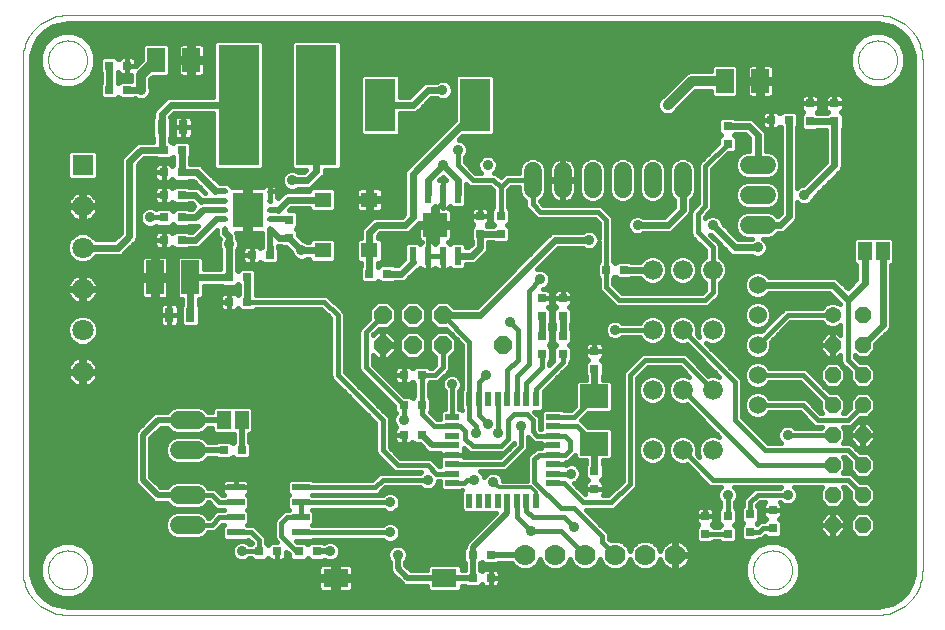
<source format=gtl>
G75*
G70*
%OFA0B0*%
%FSLAX24Y24*%
%IPPOS*%
%LPD*%
%AMOC8*
5,1,8,0,0,1.08239X$1,22.5*
%
%ADD10C,0.0000*%
%ADD11R,0.0300X0.0300*%
%ADD12R,0.0315X0.0472*%
%ADD13C,0.0600*%
%ADD14R,0.0460X0.0630*%
%ADD15R,0.0500X0.0220*%
%ADD16R,0.0220X0.0500*%
%ADD17R,0.0236X0.0620*%
%ADD18R,0.0810X0.0810*%
%ADD19R,0.0945X0.0787*%
%ADD20C,0.0540*%
%ADD21OC8,0.0540*%
%ADD22R,0.0591X0.0787*%
%ADD23OC8,0.0600*%
%ADD24C,0.0700*%
%ADD25C,0.0660*%
%ADD26C,0.0600*%
%ADD27C,0.0083*%
%ADD28R,0.1024X0.1181*%
%ADD29R,0.0579X0.0500*%
%ADD30R,0.0591X0.1142*%
%ADD31R,0.0709X0.0709*%
%ADD32C,0.0709*%
%ADD33R,0.1378X0.4016*%
%ADD34R,0.1024X0.1772*%
%ADD35R,0.0591X0.0236*%
%ADD36R,0.0830X0.0630*%
%ADD37C,0.0160*%
%ADD38C,0.0357*%
%ADD39C,0.0240*%
%ADD40C,0.0200*%
%ADD41C,0.0320*%
%ADD42C,0.0120*%
D10*
X002180Y000680D02*
X029180Y000680D01*
X029256Y000682D01*
X029332Y000688D01*
X029407Y000697D01*
X029482Y000711D01*
X029556Y000728D01*
X029629Y000749D01*
X029701Y000773D01*
X029772Y000802D01*
X029841Y000833D01*
X029908Y000868D01*
X029973Y000907D01*
X030037Y000949D01*
X030098Y000994D01*
X030157Y001042D01*
X030213Y001093D01*
X030267Y001147D01*
X030318Y001203D01*
X030366Y001262D01*
X030411Y001323D01*
X030453Y001387D01*
X030492Y001452D01*
X030527Y001519D01*
X030558Y001588D01*
X030587Y001659D01*
X030611Y001731D01*
X030632Y001804D01*
X030649Y001878D01*
X030663Y001953D01*
X030672Y002028D01*
X030678Y002104D01*
X030680Y002180D01*
X030680Y019180D01*
X028530Y019180D02*
X028532Y019230D01*
X028538Y019280D01*
X028548Y019330D01*
X028561Y019378D01*
X028578Y019426D01*
X028599Y019472D01*
X028623Y019516D01*
X028651Y019558D01*
X028682Y019598D01*
X028716Y019635D01*
X028753Y019670D01*
X028792Y019701D01*
X028833Y019730D01*
X028877Y019755D01*
X028923Y019777D01*
X028970Y019795D01*
X029018Y019809D01*
X029067Y019820D01*
X029117Y019827D01*
X029167Y019830D01*
X029218Y019829D01*
X029268Y019824D01*
X029318Y019815D01*
X029366Y019803D01*
X029414Y019786D01*
X029460Y019766D01*
X029505Y019743D01*
X029548Y019716D01*
X029588Y019686D01*
X029626Y019653D01*
X029661Y019617D01*
X029694Y019578D01*
X029723Y019537D01*
X029749Y019494D01*
X029772Y019449D01*
X029791Y019402D01*
X029806Y019354D01*
X029818Y019305D01*
X029826Y019255D01*
X029830Y019205D01*
X029830Y019155D01*
X029826Y019105D01*
X029818Y019055D01*
X029806Y019006D01*
X029791Y018958D01*
X029772Y018911D01*
X029749Y018866D01*
X029723Y018823D01*
X029694Y018782D01*
X029661Y018743D01*
X029626Y018707D01*
X029588Y018674D01*
X029548Y018644D01*
X029505Y018617D01*
X029460Y018594D01*
X029414Y018574D01*
X029366Y018557D01*
X029318Y018545D01*
X029268Y018536D01*
X029218Y018531D01*
X029167Y018530D01*
X029117Y018533D01*
X029067Y018540D01*
X029018Y018551D01*
X028970Y018565D01*
X028923Y018583D01*
X028877Y018605D01*
X028833Y018630D01*
X028792Y018659D01*
X028753Y018690D01*
X028716Y018725D01*
X028682Y018762D01*
X028651Y018802D01*
X028623Y018844D01*
X028599Y018888D01*
X028578Y018934D01*
X028561Y018982D01*
X028548Y019030D01*
X028538Y019080D01*
X028532Y019130D01*
X028530Y019180D01*
X029180Y020680D02*
X029256Y020678D01*
X029332Y020672D01*
X029407Y020663D01*
X029482Y020649D01*
X029556Y020632D01*
X029629Y020611D01*
X029701Y020587D01*
X029772Y020558D01*
X029841Y020527D01*
X029908Y020492D01*
X029973Y020453D01*
X030037Y020411D01*
X030098Y020366D01*
X030157Y020318D01*
X030213Y020267D01*
X030267Y020213D01*
X030318Y020157D01*
X030366Y020098D01*
X030411Y020037D01*
X030453Y019973D01*
X030492Y019908D01*
X030527Y019841D01*
X030558Y019772D01*
X030587Y019701D01*
X030611Y019629D01*
X030632Y019556D01*
X030649Y019482D01*
X030663Y019407D01*
X030672Y019332D01*
X030678Y019256D01*
X030680Y019180D01*
X029180Y020680D02*
X002180Y020680D01*
X001530Y019180D02*
X001532Y019230D01*
X001538Y019280D01*
X001548Y019330D01*
X001561Y019378D01*
X001578Y019426D01*
X001599Y019472D01*
X001623Y019516D01*
X001651Y019558D01*
X001682Y019598D01*
X001716Y019635D01*
X001753Y019670D01*
X001792Y019701D01*
X001833Y019730D01*
X001877Y019755D01*
X001923Y019777D01*
X001970Y019795D01*
X002018Y019809D01*
X002067Y019820D01*
X002117Y019827D01*
X002167Y019830D01*
X002218Y019829D01*
X002268Y019824D01*
X002318Y019815D01*
X002366Y019803D01*
X002414Y019786D01*
X002460Y019766D01*
X002505Y019743D01*
X002548Y019716D01*
X002588Y019686D01*
X002626Y019653D01*
X002661Y019617D01*
X002694Y019578D01*
X002723Y019537D01*
X002749Y019494D01*
X002772Y019449D01*
X002791Y019402D01*
X002806Y019354D01*
X002818Y019305D01*
X002826Y019255D01*
X002830Y019205D01*
X002830Y019155D01*
X002826Y019105D01*
X002818Y019055D01*
X002806Y019006D01*
X002791Y018958D01*
X002772Y018911D01*
X002749Y018866D01*
X002723Y018823D01*
X002694Y018782D01*
X002661Y018743D01*
X002626Y018707D01*
X002588Y018674D01*
X002548Y018644D01*
X002505Y018617D01*
X002460Y018594D01*
X002414Y018574D01*
X002366Y018557D01*
X002318Y018545D01*
X002268Y018536D01*
X002218Y018531D01*
X002167Y018530D01*
X002117Y018533D01*
X002067Y018540D01*
X002018Y018551D01*
X001970Y018565D01*
X001923Y018583D01*
X001877Y018605D01*
X001833Y018630D01*
X001792Y018659D01*
X001753Y018690D01*
X001716Y018725D01*
X001682Y018762D01*
X001651Y018802D01*
X001623Y018844D01*
X001599Y018888D01*
X001578Y018934D01*
X001561Y018982D01*
X001548Y019030D01*
X001538Y019080D01*
X001532Y019130D01*
X001530Y019180D01*
X000680Y019180D02*
X000682Y019256D01*
X000688Y019332D01*
X000697Y019407D01*
X000711Y019482D01*
X000728Y019556D01*
X000749Y019629D01*
X000773Y019701D01*
X000802Y019772D01*
X000833Y019841D01*
X000868Y019908D01*
X000907Y019973D01*
X000949Y020037D01*
X000994Y020098D01*
X001042Y020157D01*
X001093Y020213D01*
X001147Y020267D01*
X001203Y020318D01*
X001262Y020366D01*
X001323Y020411D01*
X001387Y020453D01*
X001452Y020492D01*
X001519Y020527D01*
X001588Y020558D01*
X001659Y020587D01*
X001731Y020611D01*
X001804Y020632D01*
X001878Y020649D01*
X001953Y020663D01*
X002028Y020672D01*
X002104Y020678D01*
X002180Y020680D01*
X000680Y019180D02*
X000680Y002180D01*
X001530Y002180D02*
X001532Y002230D01*
X001538Y002280D01*
X001548Y002330D01*
X001561Y002378D01*
X001578Y002426D01*
X001599Y002472D01*
X001623Y002516D01*
X001651Y002558D01*
X001682Y002598D01*
X001716Y002635D01*
X001753Y002670D01*
X001792Y002701D01*
X001833Y002730D01*
X001877Y002755D01*
X001923Y002777D01*
X001970Y002795D01*
X002018Y002809D01*
X002067Y002820D01*
X002117Y002827D01*
X002167Y002830D01*
X002218Y002829D01*
X002268Y002824D01*
X002318Y002815D01*
X002366Y002803D01*
X002414Y002786D01*
X002460Y002766D01*
X002505Y002743D01*
X002548Y002716D01*
X002588Y002686D01*
X002626Y002653D01*
X002661Y002617D01*
X002694Y002578D01*
X002723Y002537D01*
X002749Y002494D01*
X002772Y002449D01*
X002791Y002402D01*
X002806Y002354D01*
X002818Y002305D01*
X002826Y002255D01*
X002830Y002205D01*
X002830Y002155D01*
X002826Y002105D01*
X002818Y002055D01*
X002806Y002006D01*
X002791Y001958D01*
X002772Y001911D01*
X002749Y001866D01*
X002723Y001823D01*
X002694Y001782D01*
X002661Y001743D01*
X002626Y001707D01*
X002588Y001674D01*
X002548Y001644D01*
X002505Y001617D01*
X002460Y001594D01*
X002414Y001574D01*
X002366Y001557D01*
X002318Y001545D01*
X002268Y001536D01*
X002218Y001531D01*
X002167Y001530D01*
X002117Y001533D01*
X002067Y001540D01*
X002018Y001551D01*
X001970Y001565D01*
X001923Y001583D01*
X001877Y001605D01*
X001833Y001630D01*
X001792Y001659D01*
X001753Y001690D01*
X001716Y001725D01*
X001682Y001762D01*
X001651Y001802D01*
X001623Y001844D01*
X001599Y001888D01*
X001578Y001934D01*
X001561Y001982D01*
X001548Y002030D01*
X001538Y002080D01*
X001532Y002130D01*
X001530Y002180D01*
X000680Y002180D02*
X000682Y002104D01*
X000688Y002028D01*
X000697Y001953D01*
X000711Y001878D01*
X000728Y001804D01*
X000749Y001731D01*
X000773Y001659D01*
X000802Y001588D01*
X000833Y001519D01*
X000868Y001452D01*
X000907Y001387D01*
X000949Y001323D01*
X000994Y001262D01*
X001042Y001203D01*
X001093Y001147D01*
X001147Y001093D01*
X001203Y001042D01*
X001262Y000994D01*
X001323Y000949D01*
X001387Y000907D01*
X001452Y000868D01*
X001519Y000833D01*
X001588Y000802D01*
X001659Y000773D01*
X001731Y000749D01*
X001804Y000728D01*
X001878Y000711D01*
X001953Y000697D01*
X002028Y000688D01*
X002104Y000682D01*
X002180Y000680D01*
X025030Y002180D02*
X025032Y002230D01*
X025038Y002280D01*
X025048Y002330D01*
X025061Y002378D01*
X025078Y002426D01*
X025099Y002472D01*
X025123Y002516D01*
X025151Y002558D01*
X025182Y002598D01*
X025216Y002635D01*
X025253Y002670D01*
X025292Y002701D01*
X025333Y002730D01*
X025377Y002755D01*
X025423Y002777D01*
X025470Y002795D01*
X025518Y002809D01*
X025567Y002820D01*
X025617Y002827D01*
X025667Y002830D01*
X025718Y002829D01*
X025768Y002824D01*
X025818Y002815D01*
X025866Y002803D01*
X025914Y002786D01*
X025960Y002766D01*
X026005Y002743D01*
X026048Y002716D01*
X026088Y002686D01*
X026126Y002653D01*
X026161Y002617D01*
X026194Y002578D01*
X026223Y002537D01*
X026249Y002494D01*
X026272Y002449D01*
X026291Y002402D01*
X026306Y002354D01*
X026318Y002305D01*
X026326Y002255D01*
X026330Y002205D01*
X026330Y002155D01*
X026326Y002105D01*
X026318Y002055D01*
X026306Y002006D01*
X026291Y001958D01*
X026272Y001911D01*
X026249Y001866D01*
X026223Y001823D01*
X026194Y001782D01*
X026161Y001743D01*
X026126Y001707D01*
X026088Y001674D01*
X026048Y001644D01*
X026005Y001617D01*
X025960Y001594D01*
X025914Y001574D01*
X025866Y001557D01*
X025818Y001545D01*
X025768Y001536D01*
X025718Y001531D01*
X025667Y001530D01*
X025617Y001533D01*
X025567Y001540D01*
X025518Y001551D01*
X025470Y001565D01*
X025423Y001583D01*
X025377Y001605D01*
X025333Y001630D01*
X025292Y001659D01*
X025253Y001690D01*
X025216Y001725D01*
X025182Y001762D01*
X025151Y001802D01*
X025123Y001844D01*
X025099Y001888D01*
X025078Y001934D01*
X025061Y001982D01*
X025048Y002030D01*
X025038Y002080D01*
X025032Y002130D01*
X025030Y002180D01*
D11*
X024180Y003380D03*
X024930Y003443D03*
X024930Y004043D03*
X024180Y003980D03*
X023430Y003980D03*
X023430Y003380D03*
X025680Y003568D03*
X025680Y004168D03*
X019743Y004880D03*
X019743Y005480D03*
X016280Y002680D03*
X015680Y002680D03*
X015680Y001918D03*
X016280Y001918D03*
X010480Y002805D03*
X009880Y002805D03*
X009168Y002805D03*
X008568Y002805D03*
X007980Y006180D03*
X007380Y006180D03*
X013380Y006680D03*
X013980Y006680D03*
X013980Y007680D03*
X013380Y007680D03*
X013380Y008680D03*
X013980Y008680D03*
X017993Y009380D03*
X018680Y009380D03*
X018680Y009980D03*
X017993Y009980D03*
X017993Y010630D03*
X018680Y010630D03*
X018680Y011230D03*
X017993Y011230D03*
X020130Y012180D03*
X020730Y012180D03*
X019743Y009480D03*
X019743Y008880D03*
X016618Y013380D03*
X015930Y013380D03*
X015930Y013980D03*
X016618Y013980D03*
X012843Y012055D03*
X012243Y012055D03*
X009555Y013255D03*
X009555Y013855D03*
X008918Y012680D03*
X008318Y012680D03*
X008168Y011930D03*
X007568Y011930D03*
X007568Y011118D03*
X008168Y011118D03*
X005980Y013180D03*
X005380Y013180D03*
X005380Y013930D03*
X005980Y013930D03*
X005980Y014680D03*
X005380Y014680D03*
X005380Y015430D03*
X005980Y015430D03*
X005980Y016180D03*
X005380Y016180D03*
X004168Y018180D03*
X003568Y018180D03*
X003568Y018993D03*
X004168Y018993D03*
X024180Y016980D03*
X024180Y016380D03*
X025630Y017180D03*
X026230Y017180D03*
X026930Y017130D03*
X026930Y017730D03*
X027743Y017730D03*
X027743Y017130D03*
D12*
X006274Y010680D03*
X005566Y010680D03*
X005326Y016930D03*
X006034Y016930D03*
D13*
X017680Y015480D02*
X017680Y014880D01*
X018680Y014880D02*
X018680Y015480D01*
X019680Y015480D02*
X019680Y014880D01*
X020680Y014880D02*
X020680Y015480D01*
X021680Y015480D02*
X021680Y014880D01*
X022680Y014880D02*
X022680Y015480D01*
X024880Y015680D02*
X025480Y015680D01*
X025480Y014680D02*
X024880Y014680D01*
X024880Y013680D02*
X025480Y013680D01*
X006480Y007180D02*
X005880Y007180D01*
X005880Y006180D02*
X006480Y006180D01*
X006480Y004680D02*
X005880Y004680D01*
X005880Y003680D02*
X006480Y003680D01*
D14*
X007380Y007180D03*
X007980Y007180D03*
X028755Y012805D03*
X029355Y012805D03*
D15*
X018370Y007282D03*
X018370Y006967D03*
X018370Y006652D03*
X018370Y006337D03*
X018370Y006023D03*
X018370Y005708D03*
X018370Y005393D03*
X018370Y005078D03*
X014990Y005078D03*
X014990Y005393D03*
X014990Y005708D03*
X014990Y006023D03*
X014990Y006337D03*
X014990Y006652D03*
X014990Y006967D03*
X014990Y007282D03*
D16*
X015578Y007870D03*
X015893Y007870D03*
X016208Y007870D03*
X016523Y007870D03*
X016837Y007870D03*
X017152Y007870D03*
X017467Y007870D03*
X017782Y007870D03*
X017782Y004490D03*
X017467Y004490D03*
X017152Y004490D03*
X016837Y004490D03*
X016523Y004490D03*
X016208Y004490D03*
X015893Y004490D03*
X015578Y004490D03*
D17*
X015180Y012656D03*
X014680Y012656D03*
X014180Y012656D03*
X013680Y012656D03*
X013680Y014704D03*
X014180Y014704D03*
X014680Y014704D03*
X015180Y014704D03*
D18*
X014430Y013680D03*
D19*
X019743Y007967D03*
X019743Y006393D03*
D20*
X027680Y010680D03*
D21*
X028680Y010680D03*
X028680Y009680D03*
X027680Y009680D03*
X027680Y008680D03*
X028680Y008680D03*
X028680Y007680D03*
X027680Y007680D03*
X027680Y006680D03*
X028680Y006680D03*
X028680Y005680D03*
X027680Y005680D03*
X027680Y004680D03*
X028680Y004680D03*
X028680Y003680D03*
X027680Y003680D03*
D22*
X025271Y018480D03*
X024089Y018480D03*
X006308Y019180D03*
X005127Y019180D03*
D23*
X012680Y010680D03*
X013680Y010680D03*
X014680Y010680D03*
X014680Y009680D03*
X013680Y009680D03*
X012680Y009680D03*
X016680Y009680D03*
D24*
X017430Y002680D03*
X018430Y002680D03*
X019430Y002680D03*
X020430Y002680D03*
X021430Y002680D03*
X022430Y002680D03*
D25*
X022680Y006180D03*
X021680Y006180D03*
X023680Y006180D03*
X023680Y008180D03*
X022680Y008180D03*
X021680Y008180D03*
X021680Y010180D03*
X022680Y010180D03*
X023680Y010180D03*
X023680Y012180D03*
X022680Y012180D03*
X021680Y012180D03*
D26*
X025180Y011680D03*
X025180Y010680D03*
X025180Y009680D03*
X025180Y008680D03*
X025180Y007680D03*
D27*
X009005Y013568D02*
X008851Y013568D01*
X009005Y013568D02*
X009005Y013532D01*
X008851Y013532D01*
X008851Y013568D01*
X008851Y013883D02*
X009005Y013883D01*
X009005Y013847D01*
X008851Y013847D01*
X008851Y013883D01*
X008851Y014198D02*
X009005Y014198D01*
X009005Y014162D01*
X008851Y014162D01*
X008851Y014198D01*
X008851Y014513D02*
X009005Y014513D01*
X009005Y014477D01*
X008851Y014477D01*
X008851Y014513D01*
X008851Y014828D02*
X009005Y014828D01*
X009005Y014792D01*
X008851Y014792D01*
X008851Y014828D01*
X007509Y014828D02*
X007355Y014828D01*
X007509Y014828D02*
X007509Y014792D01*
X007355Y014792D01*
X007355Y014828D01*
X007355Y014513D02*
X007509Y014513D01*
X007509Y014477D01*
X007355Y014477D01*
X007355Y014513D01*
X007355Y014198D02*
X007509Y014198D01*
X007509Y014162D01*
X007355Y014162D01*
X007355Y014198D01*
X007355Y013883D02*
X007509Y013883D01*
X007509Y013847D01*
X007355Y013847D01*
X007355Y013883D01*
X007355Y013568D02*
X007509Y013568D01*
X007509Y013532D01*
X007355Y013532D01*
X007355Y013568D01*
D28*
X008180Y014180D03*
D29*
X010680Y014526D03*
X012243Y014526D03*
X012243Y012834D03*
X010680Y012834D03*
D30*
X006271Y011930D03*
X005089Y011930D03*
D31*
X002680Y015680D03*
D32*
X002680Y014302D03*
X002680Y012924D03*
X002680Y011546D03*
X002680Y010168D03*
X002680Y008790D03*
D33*
X007881Y017680D03*
X010479Y017680D03*
D34*
X012605Y017680D03*
X015755Y017680D03*
D35*
X009950Y004930D03*
X009950Y004430D03*
X009950Y003930D03*
X009950Y003430D03*
X007785Y003430D03*
X007785Y003930D03*
X007785Y004430D03*
X007785Y004930D03*
D36*
X011120Y001915D03*
X014740Y001915D03*
D37*
X001437Y001212D02*
X001212Y001437D01*
X001053Y001713D01*
X000970Y002021D01*
X000960Y002180D01*
X000960Y019124D01*
X000960Y019180D01*
X000970Y019339D01*
X001053Y019647D01*
X001212Y019923D01*
X001437Y020148D01*
X001713Y020307D01*
X002021Y020390D01*
X002180Y020400D01*
X029180Y020400D01*
X029339Y020390D01*
X029647Y020307D01*
X029923Y020148D01*
X030148Y019923D01*
X030307Y019647D01*
X030390Y019339D01*
X030400Y019180D01*
X030400Y002180D01*
X030390Y002021D01*
X030307Y001713D01*
X030148Y001437D01*
X029923Y001212D01*
X029647Y001053D01*
X029339Y000970D01*
X029180Y000960D01*
X002180Y000960D01*
X002021Y000970D01*
X002021Y000970D01*
X001713Y001053D01*
X001437Y001212D01*
X001535Y001156D02*
X029825Y001156D01*
X030025Y001314D02*
X026020Y001314D01*
X025865Y001250D02*
X025495Y001250D01*
X025153Y001392D01*
X024892Y001653D01*
X024750Y001995D01*
X024750Y002365D01*
X024892Y002707D01*
X025153Y002968D01*
X025495Y003110D01*
X025865Y003110D01*
X026207Y002968D01*
X026468Y002707D01*
X026610Y002365D01*
X026610Y001995D01*
X026468Y001653D01*
X026207Y001392D01*
X025865Y001250D01*
X026288Y001473D02*
X030168Y001473D01*
X030260Y001631D02*
X026446Y001631D01*
X026525Y001790D02*
X030328Y001790D01*
X030370Y001948D02*
X026591Y001948D01*
X026610Y002107D02*
X030395Y002107D01*
X030400Y002265D02*
X026610Y002265D01*
X026586Y002424D02*
X030400Y002424D01*
X030400Y002582D02*
X026520Y002582D01*
X026435Y002741D02*
X030400Y002741D01*
X030400Y002899D02*
X026276Y002899D01*
X025992Y003058D02*
X030400Y003058D01*
X030400Y003216D02*
X025310Y003216D01*
X025278Y003203D02*
X025366Y003239D01*
X025424Y003297D01*
X025464Y003258D01*
X025896Y003258D01*
X025990Y003351D01*
X025990Y003784D01*
X025900Y003873D01*
X025928Y003889D01*
X025958Y003919D01*
X025979Y003956D01*
X025990Y003996D01*
X025990Y004167D01*
X030400Y004167D01*
X030400Y004009D02*
X028960Y004009D01*
X028858Y004110D02*
X029110Y003858D01*
X029110Y003502D01*
X028858Y003250D01*
X028502Y003250D01*
X028250Y003502D01*
X028250Y003858D01*
X028502Y004110D01*
X028858Y004110D01*
X028858Y004250D02*
X029110Y004502D01*
X029110Y004858D01*
X028858Y005110D01*
X028589Y005110D01*
X028383Y005316D01*
X028316Y005383D01*
X028228Y005420D01*
X028028Y005420D01*
X028110Y005502D01*
X028110Y005858D01*
X028028Y005940D01*
X028081Y005940D01*
X028250Y005771D01*
X028250Y005502D01*
X028502Y005250D01*
X028858Y005250D01*
X029110Y005502D01*
X029110Y005858D01*
X028858Y006110D01*
X028589Y006110D01*
X028383Y006316D01*
X028316Y006383D01*
X028228Y006420D01*
X028028Y006420D01*
X028110Y006502D01*
X028110Y006858D01*
X028028Y006940D01*
X028228Y006940D01*
X028316Y006977D01*
X028383Y007044D01*
X028589Y007250D01*
X028858Y007250D01*
X029110Y007502D01*
X029110Y007858D01*
X028858Y008110D01*
X028502Y008110D01*
X028250Y007858D01*
X028250Y007589D01*
X028081Y007420D01*
X028028Y007420D01*
X028110Y007502D01*
X028110Y007858D01*
X027858Y008110D01*
X027589Y008110D01*
X026816Y008883D01*
X026728Y008920D01*
X025578Y008920D01*
X025570Y008941D01*
X025441Y009070D01*
X025271Y009140D01*
X025088Y009140D01*
X024919Y009070D01*
X024790Y008941D01*
X024720Y008771D01*
X024720Y008588D01*
X024790Y008419D01*
X024919Y008290D01*
X025088Y008220D01*
X025271Y008220D01*
X025441Y008290D01*
X025570Y008419D01*
X025578Y008440D01*
X026581Y008440D01*
X027250Y007771D01*
X027250Y007502D01*
X027332Y007420D01*
X027279Y007420D01*
X026816Y007883D01*
X026728Y007920D01*
X025578Y007920D01*
X025570Y007941D01*
X025441Y008070D01*
X025271Y008140D01*
X025088Y008140D01*
X024919Y008070D01*
X024790Y007941D01*
X024720Y007771D01*
X024720Y007588D01*
X024790Y007419D01*
X024919Y007290D01*
X025088Y007220D01*
X025271Y007220D01*
X025441Y007290D01*
X025570Y007419D01*
X025578Y007440D01*
X026581Y007440D01*
X026977Y007044D01*
X027044Y006977D01*
X027132Y006940D01*
X027332Y006940D01*
X027312Y006920D01*
X026419Y006920D01*
X026372Y006967D01*
X026247Y007019D01*
X026113Y007019D01*
X025988Y006967D01*
X025893Y006872D01*
X025841Y006747D01*
X025841Y006613D01*
X025893Y006488D01*
X025961Y006420D01*
X025529Y006420D01*
X024670Y007279D01*
X024670Y008478D01*
X024633Y008566D01*
X023458Y009742D01*
X023583Y009690D01*
X023777Y009690D01*
X023958Y009765D01*
X024095Y009902D01*
X024170Y010083D01*
X024170Y010277D01*
X024095Y010458D01*
X023958Y010595D01*
X023777Y010670D01*
X023583Y010670D01*
X023402Y010595D01*
X023265Y010458D01*
X023190Y010277D01*
X023190Y010083D01*
X023242Y009958D01*
X023154Y010045D01*
X023170Y010083D01*
X023170Y010277D01*
X023095Y010458D01*
X022958Y010595D01*
X022777Y010670D01*
X022583Y010670D01*
X022402Y010595D01*
X022265Y010458D01*
X022190Y010277D01*
X022190Y010083D01*
X022265Y009902D01*
X022402Y009765D01*
X022583Y009690D01*
X022777Y009690D01*
X022815Y009706D01*
X023902Y008618D01*
X023777Y008670D01*
X023583Y008670D01*
X023545Y008654D01*
X022883Y009316D01*
X022816Y009383D01*
X022728Y009420D01*
X021382Y009420D01*
X021294Y009383D01*
X021227Y009316D01*
X020727Y008816D01*
X020690Y008728D01*
X020690Y005154D01*
X020206Y004670D01*
X020042Y004670D01*
X020052Y004709D01*
X020052Y004880D01*
X019743Y004880D01*
X020052Y004880D01*
X020052Y005051D01*
X020042Y005092D01*
X020021Y005128D01*
X019991Y005158D01*
X019963Y005174D01*
X020052Y005264D01*
X020052Y005696D01*
X020022Y005726D01*
X020022Y005839D01*
X020281Y005839D01*
X020375Y005933D01*
X020375Y006853D01*
X020281Y006946D01*
X019528Y006946D01*
X019304Y007171D01*
X019291Y007176D01*
X019528Y007414D01*
X020281Y007414D01*
X020375Y007507D01*
X020375Y008427D01*
X020281Y008521D01*
X020022Y008521D01*
X020022Y008634D01*
X020052Y008664D01*
X020052Y009096D01*
X019963Y009186D01*
X019991Y009202D01*
X020021Y009232D01*
X020042Y009268D01*
X020052Y009309D01*
X020052Y009480D01*
X019743Y009480D01*
X020052Y009480D01*
X020052Y009651D01*
X020042Y009692D01*
X020021Y009728D01*
X019991Y009758D01*
X019954Y009779D01*
X019914Y009790D01*
X019743Y009790D01*
X019743Y009480D01*
X019743Y009480D01*
X019742Y009480D01*
X019432Y009480D01*
X019433Y009309D01*
X019443Y009268D01*
X019464Y009232D01*
X019494Y009202D01*
X019522Y009186D01*
X019433Y009096D01*
X019433Y008664D01*
X019463Y008634D01*
X019463Y008521D01*
X019204Y008521D01*
X019110Y008427D01*
X019110Y007674D01*
X018958Y007522D01*
X018716Y007522D01*
X018686Y007552D01*
X018054Y007552D01*
X017960Y007459D01*
X017960Y006892D01*
X017932Y006892D01*
X017920Y006904D01*
X017920Y007228D01*
X017883Y007316D01*
X017739Y007460D01*
X017959Y007460D01*
X018052Y007554D01*
X018052Y008150D01*
X018816Y008914D01*
X018883Y008982D01*
X018920Y009070D01*
X018920Y009094D01*
X018990Y009164D01*
X018990Y009596D01*
X018906Y009680D01*
X018990Y009764D01*
X018990Y010196D01*
X018960Y010226D01*
X018960Y010384D01*
X018990Y010414D01*
X018990Y010846D01*
X018900Y010936D01*
X018928Y010952D01*
X018958Y010982D01*
X018979Y011018D01*
X018990Y011059D01*
X018990Y011230D01*
X018990Y011401D01*
X018979Y011442D01*
X018958Y011478D01*
X018928Y011508D01*
X018892Y011529D01*
X018851Y011540D01*
X018680Y011540D01*
X018680Y011230D01*
X018680Y011230D01*
X018990Y011230D01*
X018680Y011230D01*
X018680Y011230D01*
X018680Y011230D01*
X018370Y011230D01*
X018370Y011401D01*
X018381Y011442D01*
X018402Y011478D01*
X018432Y011508D01*
X018468Y011529D01*
X018509Y011540D01*
X018680Y011540D01*
X018680Y011230D01*
X018370Y011230D01*
X018370Y011059D01*
X018381Y011018D01*
X018402Y010982D01*
X018432Y010952D01*
X018460Y010936D01*
X018370Y010846D01*
X018370Y010414D01*
X018400Y010384D01*
X018400Y010226D01*
X018370Y010196D01*
X018370Y009764D01*
X018454Y009680D01*
X018370Y009596D01*
X018370Y009164D01*
X018378Y009155D01*
X018232Y009009D01*
X018232Y009094D01*
X018302Y009164D01*
X018302Y009596D01*
X018219Y009680D01*
X018302Y009764D01*
X018302Y010196D01*
X018272Y010226D01*
X018272Y010384D01*
X018302Y010414D01*
X018302Y010846D01*
X018213Y010936D01*
X018241Y010952D01*
X018271Y010982D01*
X018271Y010983D02*
X018402Y010983D01*
X018292Y011018D02*
X018302Y011059D01*
X018302Y011230D01*
X017993Y011230D01*
X018302Y011230D01*
X018302Y011401D01*
X018292Y011442D01*
X018271Y011478D01*
X018241Y011508D01*
X018204Y011529D01*
X018164Y011540D01*
X018025Y011540D01*
X018122Y011580D01*
X018217Y011676D01*
X018269Y011800D01*
X018269Y011935D01*
X018217Y012059D01*
X018122Y012155D01*
X017997Y012206D01*
X017863Y012206D01*
X017845Y012199D01*
X018546Y012900D01*
X019356Y012900D01*
X019363Y012893D01*
X019488Y012841D01*
X019622Y012841D01*
X019747Y012893D01*
X019842Y012988D01*
X019890Y013104D01*
X019890Y012466D01*
X019820Y012396D01*
X019820Y011964D01*
X019890Y011894D01*
X019890Y011557D01*
X019927Y011469D01*
X020419Y010977D01*
X020507Y010940D01*
X023478Y010940D01*
X023566Y010977D01*
X023816Y011227D01*
X023883Y011294D01*
X023920Y011382D01*
X023920Y011749D01*
X023958Y011765D01*
X024095Y011902D01*
X024170Y012083D01*
X024170Y012277D01*
X024095Y012458D01*
X023958Y012595D01*
X023920Y012611D01*
X023920Y012978D01*
X023883Y013066D01*
X023605Y013344D01*
X023613Y013341D01*
X023623Y013341D01*
X024271Y012693D01*
X024374Y012650D01*
X024981Y012650D01*
X024988Y012643D01*
X025113Y012591D01*
X025247Y012591D01*
X025372Y012643D01*
X025467Y012738D01*
X025519Y012863D01*
X025519Y012997D01*
X025467Y013122D01*
X025372Y013217D01*
X025365Y013220D01*
X025571Y013220D01*
X025741Y013290D01*
X025851Y013400D01*
X025986Y013400D01*
X026089Y013443D01*
X026167Y013521D01*
X026467Y013821D01*
X026510Y013924D01*
X026510Y014433D01*
X026551Y014393D01*
X026675Y014341D01*
X026810Y014341D01*
X026934Y014393D01*
X027030Y014488D01*
X027081Y014613D01*
X027081Y014623D01*
X027980Y015521D01*
X028022Y015624D01*
X028022Y016884D01*
X028052Y016914D01*
X028052Y017346D01*
X027963Y017436D01*
X027991Y017452D01*
X028021Y017482D01*
X028042Y017518D01*
X028052Y017559D01*
X028052Y017730D01*
X027743Y017730D01*
X028052Y017730D01*
X028052Y017901D01*
X028042Y017942D01*
X028021Y017978D01*
X027991Y018008D01*
X027954Y018029D01*
X027914Y018040D01*
X027743Y018040D01*
X027743Y017730D01*
X027743Y017730D01*
X027742Y017730D01*
X027432Y017730D01*
X027433Y017559D01*
X027443Y017518D01*
X027464Y017482D01*
X027494Y017452D01*
X027522Y017436D01*
X027496Y017410D01*
X027176Y017410D01*
X027150Y017436D01*
X027178Y017452D01*
X027208Y017482D01*
X027229Y017518D01*
X027240Y017559D01*
X027240Y017730D01*
X027240Y017901D01*
X027229Y017942D01*
X027208Y017978D01*
X027178Y018008D01*
X027142Y018029D01*
X027101Y018040D01*
X026930Y018040D01*
X026930Y017730D01*
X026930Y017730D01*
X027240Y017730D01*
X026930Y017730D01*
X026930Y017730D01*
X026930Y017730D01*
X026620Y017730D01*
X026620Y017901D01*
X026631Y017942D01*
X026652Y017978D01*
X026682Y018008D01*
X026718Y018029D01*
X026759Y018040D01*
X026930Y018040D01*
X026930Y017730D01*
X026620Y017730D01*
X026620Y017559D01*
X026631Y017518D01*
X026652Y017482D01*
X026682Y017452D01*
X026710Y017436D01*
X026620Y017346D01*
X026620Y016914D01*
X026714Y016820D01*
X027146Y016820D01*
X027176Y016850D01*
X027463Y016850D01*
X027463Y015796D01*
X026685Y015019D01*
X026675Y015019D01*
X026551Y014967D01*
X026510Y014927D01*
X026510Y016934D01*
X026540Y016964D01*
X026540Y017396D01*
X026446Y017490D01*
X026014Y017490D01*
X025924Y017400D01*
X025908Y017428D01*
X025878Y017458D01*
X025842Y017479D01*
X025801Y017490D01*
X025630Y017490D01*
X025630Y017180D01*
X025630Y017180D01*
X025630Y016870D01*
X025801Y016870D01*
X025842Y016881D01*
X025878Y016902D01*
X025908Y016932D01*
X025924Y016960D01*
X025950Y016934D01*
X025950Y014096D01*
X025832Y013978D01*
X025741Y014070D01*
X025571Y014140D01*
X024788Y014140D01*
X024619Y014070D01*
X024490Y013941D01*
X024420Y013771D01*
X024420Y013588D01*
X024490Y013419D01*
X024619Y013290D01*
X024788Y013220D01*
X024995Y013220D01*
X024988Y013217D01*
X024981Y013210D01*
X024546Y013210D01*
X024019Y013737D01*
X024019Y013747D01*
X023967Y013872D01*
X023872Y013967D01*
X023747Y014019D01*
X023613Y014019D01*
X023488Y013967D01*
X023420Y013899D01*
X023420Y013956D01*
X023566Y014102D01*
X023633Y014169D01*
X023670Y014257D01*
X023670Y015531D01*
X024209Y016070D01*
X024396Y016070D01*
X024490Y016164D01*
X024490Y016596D01*
X024406Y016680D01*
X024426Y016700D01*
X024764Y016700D01*
X024900Y016564D01*
X024900Y016140D01*
X024788Y016140D01*
X024619Y016070D01*
X024490Y015941D01*
X024420Y015771D01*
X024420Y015588D01*
X024490Y015419D01*
X024619Y015290D01*
X024788Y015220D01*
X025571Y015220D01*
X025741Y015290D01*
X025870Y015419D01*
X025940Y015588D01*
X025940Y015771D01*
X025870Y015941D01*
X025741Y016070D01*
X025571Y016140D01*
X025460Y016140D01*
X025460Y016736D01*
X025417Y016839D01*
X025339Y016917D01*
X025039Y017217D01*
X024936Y017260D01*
X024426Y017260D01*
X024396Y017290D01*
X023964Y017290D01*
X023870Y017196D01*
X023870Y016764D01*
X023954Y016680D01*
X023870Y016596D01*
X023870Y016409D01*
X023227Y015766D01*
X023190Y015678D01*
X023190Y014404D01*
X022977Y014191D01*
X022960Y014151D01*
X022960Y014509D01*
X023070Y014619D01*
X023140Y014788D01*
X023140Y015571D01*
X023070Y015741D01*
X022941Y015870D01*
X022771Y015940D01*
X022588Y015940D01*
X022419Y015870D01*
X022290Y015741D01*
X022220Y015571D01*
X022220Y014788D01*
X022290Y014619D01*
X022400Y014509D01*
X022400Y014296D01*
X022064Y013960D01*
X021379Y013960D01*
X021372Y013967D01*
X021247Y014019D01*
X021113Y014019D01*
X020988Y013967D01*
X020893Y013872D01*
X020841Y013747D01*
X020841Y013613D01*
X020893Y013488D01*
X020988Y013393D01*
X021113Y013341D01*
X021247Y013341D01*
X021372Y013393D01*
X021379Y013400D01*
X022236Y013400D01*
X022339Y013443D01*
X022839Y013943D01*
X022917Y014021D01*
X022940Y014076D01*
X022940Y013382D01*
X022977Y013294D01*
X023440Y012831D01*
X023440Y012611D01*
X023402Y012595D01*
X023265Y012458D01*
X023190Y012277D01*
X023190Y012083D01*
X023265Y011902D01*
X023402Y011765D01*
X023440Y011749D01*
X023440Y011529D01*
X023331Y011420D01*
X020654Y011420D01*
X020370Y011704D01*
X020370Y011894D01*
X020430Y011954D01*
X020514Y011870D01*
X020946Y011870D01*
X020976Y011900D01*
X021267Y011900D01*
X021402Y011765D01*
X021583Y011690D01*
X021777Y011690D01*
X021958Y011765D01*
X022095Y011902D01*
X022170Y012083D01*
X022170Y012277D01*
X022095Y012458D01*
X021958Y012595D01*
X021777Y012670D01*
X021583Y012670D01*
X021402Y012595D01*
X021267Y012460D01*
X020976Y012460D01*
X020946Y012490D01*
X020514Y012490D01*
X020430Y012406D01*
X020370Y012466D01*
X020370Y013903D01*
X020333Y013991D01*
X020071Y014253D01*
X020003Y014321D01*
X019915Y014357D01*
X018029Y014357D01*
X017920Y014467D01*
X017920Y014482D01*
X017941Y014490D01*
X018070Y014619D01*
X018140Y014788D01*
X018140Y015571D01*
X018070Y015741D01*
X017941Y015870D01*
X017771Y015940D01*
X017588Y015940D01*
X017419Y015870D01*
X017290Y015741D01*
X017220Y015571D01*
X017220Y015420D01*
X016820Y015420D01*
X016732Y015383D01*
X016618Y015269D01*
X016503Y015383D01*
X016415Y015420D01*
X016399Y015420D01*
X016467Y015488D01*
X016519Y015613D01*
X016519Y015747D01*
X016467Y015872D01*
X016372Y015967D01*
X016247Y016019D01*
X016113Y016019D01*
X015988Y015967D01*
X015893Y015872D01*
X015841Y015747D01*
X015841Y015613D01*
X015893Y015488D01*
X015961Y015420D01*
X015779Y015420D01*
X015420Y015779D01*
X015420Y015941D01*
X015467Y015988D01*
X015519Y016113D01*
X015519Y016247D01*
X015467Y016372D01*
X015372Y016467D01*
X015247Y016519D01*
X015227Y016519D01*
X015343Y016634D01*
X016333Y016634D01*
X016427Y016728D01*
X016427Y018632D01*
X016333Y018726D01*
X015177Y018726D01*
X015083Y018632D01*
X015083Y017166D01*
X013443Y015526D01*
X013400Y015423D01*
X013400Y014046D01*
X013314Y013960D01*
X012437Y013960D01*
X012334Y013917D01*
X012084Y013667D01*
X012005Y013589D01*
X011963Y013486D01*
X011963Y013244D01*
X011887Y013244D01*
X011793Y013150D01*
X011793Y012517D01*
X011887Y012424D01*
X011963Y012424D01*
X011963Y012301D01*
X011933Y012271D01*
X011933Y011839D01*
X012027Y011745D01*
X012459Y011745D01*
X012543Y011829D01*
X012627Y011745D01*
X013059Y011745D01*
X013089Y011775D01*
X013361Y011775D01*
X016629Y011775D01*
X016471Y011617D02*
X008447Y011617D01*
X008447Y011684D02*
X008477Y011714D01*
X008477Y012146D01*
X008384Y012240D01*
X007951Y012240D01*
X007868Y012156D01*
X007835Y012189D01*
X007835Y012856D01*
X007842Y012863D01*
X007894Y012988D01*
X007894Y013122D01*
X007842Y013247D01*
X007835Y013254D01*
X007835Y013361D01*
X007807Y013429D01*
X008100Y013429D01*
X008100Y014100D01*
X008260Y014100D01*
X008260Y013429D01*
X008668Y013429D01*
X008668Y013045D01*
X008651Y013007D01*
X008648Y012936D01*
X008612Y012900D01*
X008596Y012928D01*
X008566Y012958D01*
X008529Y012979D01*
X008489Y012990D01*
X008318Y012990D01*
X008318Y012680D01*
X008318Y012370D01*
X008489Y012370D01*
X008529Y012381D01*
X008566Y012402D01*
X008596Y012432D01*
X008612Y012460D01*
X008701Y012370D01*
X009134Y012370D01*
X009227Y012464D01*
X009227Y012896D01*
X009207Y012916D01*
X009210Y012975D01*
X009309Y012975D01*
X009339Y012945D01*
X009469Y012945D01*
X009638Y012776D01*
X009638Y012766D01*
X009689Y012642D01*
X009785Y012546D01*
X009909Y012495D01*
X010044Y012495D01*
X010168Y012546D01*
X010176Y012554D01*
X010231Y012554D01*
X010231Y012517D01*
X010324Y012424D01*
X011036Y012424D01*
X011129Y012517D01*
X011129Y013150D01*
X011036Y013244D01*
X010324Y013244D01*
X010231Y013150D01*
X010231Y013114D01*
X010176Y013114D01*
X010168Y013121D01*
X010044Y013172D01*
X010034Y013172D01*
X009865Y013341D01*
X009865Y013471D01*
X009781Y013555D01*
X009865Y013639D01*
X009865Y014071D01*
X009771Y014165D01*
X009561Y014165D01*
X009642Y014246D01*
X010231Y014246D01*
X010231Y014210D01*
X010324Y014116D01*
X011036Y014116D01*
X011129Y014210D01*
X011129Y014843D01*
X011036Y014936D01*
X010332Y014936D01*
X010638Y015242D01*
X010717Y015321D01*
X010759Y015424D01*
X010759Y015512D01*
X011234Y015512D01*
X011328Y015606D01*
X011328Y019754D01*
X011234Y019848D01*
X009724Y019848D01*
X009630Y019754D01*
X009630Y015606D01*
X009724Y015512D01*
X010116Y015512D01*
X010048Y015444D01*
X009863Y015444D01*
X009856Y015451D01*
X009731Y015503D01*
X009597Y015503D01*
X009472Y015451D01*
X009377Y015356D01*
X009325Y015231D01*
X009325Y015097D01*
X009377Y014972D01*
X009472Y014877D01*
X009597Y014825D01*
X009731Y014825D01*
X009856Y014877D01*
X009863Y014884D01*
X010220Y014884D01*
X010309Y014921D01*
X010231Y014843D01*
X010231Y014806D01*
X009471Y014806D01*
X009368Y014764D01*
X009289Y014685D01*
X009193Y014589D01*
X009192Y014590D01*
X009166Y014636D01*
X009150Y014652D01*
X009166Y014669D01*
X009192Y014714D01*
X009206Y014766D01*
X009206Y014810D01*
X009206Y014854D01*
X009192Y014905D01*
X009166Y014951D01*
X009128Y014989D01*
X009083Y015015D01*
X009031Y015029D01*
X008928Y015029D01*
X008825Y015029D01*
X008774Y015015D01*
X008728Y014989D01*
X008690Y014951D01*
X008678Y014931D01*
X008260Y014931D01*
X008260Y014260D01*
X008100Y014260D01*
X008100Y014931D01*
X007691Y014931D01*
X007592Y015029D01*
X007581Y015029D01*
X007579Y015030D01*
X007484Y015070D01*
X007249Y015070D01*
X006730Y015589D01*
X006651Y015667D01*
X006548Y015710D01*
X006272Y015710D01*
X006272Y015946D01*
X006290Y015964D01*
X006290Y016396D01*
X006196Y016490D01*
X005764Y016490D01*
X005680Y016406D01*
X005606Y016481D01*
X005606Y016590D01*
X005643Y016628D01*
X005643Y017232D01*
X005606Y017270D01*
X005606Y017272D01*
X005733Y017400D01*
X007032Y017400D01*
X007032Y015606D01*
X007126Y015512D01*
X008636Y015512D01*
X008730Y015606D01*
X008730Y019754D01*
X008636Y019848D01*
X007126Y019848D01*
X007032Y019754D01*
X007032Y017960D01*
X005562Y017960D01*
X005459Y017917D01*
X005088Y017547D01*
X005046Y017444D01*
X005046Y017270D01*
X005008Y017232D01*
X005008Y016628D01*
X005046Y016590D01*
X005046Y016460D01*
X004562Y016460D01*
X004459Y016417D01*
X004084Y016042D01*
X004005Y015964D01*
X003963Y015861D01*
X003963Y013421D01*
X003746Y013204D01*
X003121Y013204D01*
X003116Y013215D01*
X002971Y013360D01*
X002782Y013438D01*
X002578Y013438D01*
X002389Y013360D01*
X002244Y013215D01*
X002166Y013026D01*
X002166Y012822D01*
X002244Y012633D01*
X002389Y012488D01*
X002578Y012410D01*
X002782Y012410D01*
X002971Y012488D01*
X003116Y012633D01*
X003121Y012644D01*
X003917Y012644D01*
X004020Y012687D01*
X004099Y012765D01*
X004099Y012765D01*
X004480Y013146D01*
X004522Y013249D01*
X004522Y015689D01*
X004733Y015900D01*
X005134Y015900D01*
X005164Y015870D01*
X005596Y015870D01*
X005680Y015954D01*
X005713Y015921D01*
X005713Y015689D01*
X005674Y015650D01*
X005658Y015678D01*
X005628Y015708D01*
X005592Y015729D01*
X005551Y015740D01*
X005380Y015740D01*
X005380Y015430D01*
X005380Y015430D01*
X005380Y015120D01*
X005551Y015120D01*
X005592Y015131D01*
X005628Y015152D01*
X005658Y015182D01*
X005674Y015210D01*
X005764Y015120D01*
X006196Y015120D01*
X006226Y015150D01*
X006377Y015150D01*
X006772Y014755D01*
X006751Y014755D01*
X006667Y014839D01*
X006589Y014917D01*
X006486Y014960D01*
X006226Y014960D01*
X006196Y014990D01*
X005764Y014990D01*
X005674Y014900D01*
X005658Y014928D01*
X005628Y014958D01*
X005592Y014979D01*
X005551Y014990D01*
X005380Y014990D01*
X005380Y014680D01*
X005380Y014680D01*
X005380Y014370D01*
X005551Y014370D01*
X005592Y014381D01*
X005628Y014402D01*
X005658Y014432D01*
X005674Y014460D01*
X005764Y014370D01*
X006196Y014370D01*
X006226Y014400D01*
X006314Y014400D01*
X006409Y014305D01*
X006314Y014210D01*
X006226Y014210D01*
X006196Y014240D01*
X005764Y014240D01*
X005680Y014156D01*
X005596Y014240D01*
X005164Y014240D01*
X005131Y014208D01*
X005122Y014217D01*
X004997Y014269D01*
X004863Y014269D01*
X004738Y014217D01*
X004643Y014122D01*
X004591Y013997D01*
X004591Y013863D01*
X004643Y013738D01*
X004738Y013643D01*
X004863Y013591D01*
X004997Y013591D01*
X005122Y013643D01*
X005131Y013652D01*
X005164Y013620D01*
X005596Y013620D01*
X005680Y013704D01*
X005764Y013620D01*
X006196Y013620D01*
X006226Y013650D01*
X006486Y013650D01*
X006517Y013663D01*
X006314Y013460D01*
X006226Y013460D01*
X006196Y013490D01*
X005764Y013490D01*
X005674Y013400D01*
X005658Y013428D01*
X005628Y013458D01*
X005592Y013479D01*
X005551Y013490D01*
X005380Y013490D01*
X005380Y013180D01*
X005380Y013180D01*
X005380Y012870D01*
X005551Y012870D01*
X005592Y012881D01*
X005628Y012902D01*
X005658Y012932D01*
X005674Y012960D01*
X005764Y012870D01*
X006196Y012870D01*
X006226Y012900D01*
X006486Y012900D01*
X006589Y012943D01*
X006667Y013021D01*
X007154Y013508D01*
X007154Y013488D01*
X007152Y013484D01*
X007152Y013372D01*
X007195Y013269D01*
X007253Y013211D01*
X007216Y013122D01*
X007216Y012988D01*
X007268Y012863D01*
X007275Y012856D01*
X007275Y012210D01*
X006726Y012210D01*
X006726Y012567D01*
X006632Y012661D01*
X005909Y012661D01*
X005815Y012567D01*
X005815Y011293D01*
X005909Y011199D01*
X005991Y011199D01*
X005991Y011016D01*
X005957Y010982D01*
X005957Y010378D01*
X006051Y010284D01*
X006498Y010284D01*
X006592Y010378D01*
X006592Y010982D01*
X006551Y011024D01*
X006551Y011199D01*
X006632Y011199D01*
X006726Y011293D01*
X006726Y011650D01*
X007321Y011650D01*
X007351Y011620D01*
X007784Y011620D01*
X007868Y011704D01*
X007888Y011684D01*
X007888Y011364D01*
X007862Y011338D01*
X007846Y011366D01*
X007816Y011396D01*
X007779Y011417D01*
X007739Y011427D01*
X007568Y011427D01*
X007568Y011118D01*
X007567Y011118D01*
X007567Y011427D01*
X007396Y011427D01*
X007356Y011417D01*
X007319Y011396D01*
X007289Y011366D01*
X007268Y011329D01*
X007258Y011289D01*
X007257Y011118D01*
X007567Y011118D01*
X007567Y011117D01*
X007568Y011117D01*
X007568Y010807D01*
X007739Y010808D01*
X007779Y010818D01*
X007816Y010839D01*
X007846Y010869D01*
X007862Y010897D01*
X007951Y010808D01*
X008384Y010808D01*
X008454Y010878D01*
X010643Y010878D01*
X010940Y010581D01*
X010940Y008632D01*
X010977Y008544D01*
X012440Y007081D01*
X012440Y006132D01*
X012477Y006044D01*
X012544Y005977D01*
X013044Y005477D01*
X013132Y005440D01*
X013961Y005440D01*
X013941Y005420D01*
X012632Y005420D01*
X012544Y005383D01*
X012477Y005316D01*
X012331Y005170D01*
X010350Y005170D01*
X010312Y005208D01*
X009589Y005208D01*
X009495Y005114D01*
X009495Y004746D01*
X009561Y004680D01*
X009495Y004614D01*
X009495Y004246D01*
X009561Y004180D01*
X009551Y004170D01*
X009445Y004170D01*
X009357Y004133D01*
X009102Y003878D01*
X009065Y003790D01*
X009065Y003257D01*
X009102Y003169D01*
X009156Y003115D01*
X008996Y003115D01*
X008956Y003104D01*
X008919Y003083D01*
X008889Y003053D01*
X008873Y003025D01*
X008807Y003091D01*
X008807Y003215D01*
X008771Y003303D01*
X008703Y003371D01*
X008508Y003566D01*
X008441Y003633D01*
X008353Y003670D01*
X008184Y003670D01*
X008174Y003680D01*
X008240Y003746D01*
X008240Y004114D01*
X008174Y004180D01*
X008240Y004246D01*
X008240Y004614D01*
X008173Y004681D01*
X008178Y004684D01*
X008208Y004714D01*
X008229Y004750D01*
X008240Y004791D01*
X008240Y004930D01*
X008240Y005069D01*
X008229Y005110D01*
X008208Y005146D01*
X008178Y005176D01*
X008142Y005197D01*
X008101Y005208D01*
X007785Y005208D01*
X007785Y004930D01*
X008240Y004930D01*
X007785Y004930D01*
X007785Y004930D01*
X007785Y004930D01*
X007785Y005208D01*
X007468Y005208D01*
X007428Y005197D01*
X007391Y005176D01*
X007362Y005146D01*
X007340Y005110D01*
X007330Y005069D01*
X007330Y004930D01*
X007330Y004791D01*
X007340Y004750D01*
X007362Y004714D01*
X007391Y004684D01*
X007396Y004681D01*
X007385Y004670D01*
X007342Y004670D01*
X007196Y004816D01*
X007128Y004883D01*
X007040Y004920D01*
X006878Y004920D01*
X006870Y004941D01*
X006741Y005070D01*
X006571Y005140D01*
X005788Y005140D01*
X005619Y005070D01*
X005490Y004941D01*
X005490Y004940D01*
X005288Y004940D01*
X004940Y005288D01*
X004940Y006572D01*
X005288Y006920D01*
X005490Y006920D01*
X005490Y006919D01*
X005619Y006790D01*
X005788Y006720D01*
X006571Y006720D01*
X006741Y006790D01*
X006870Y006919D01*
X006870Y006920D01*
X006990Y006920D01*
X006990Y006799D01*
X007084Y006705D01*
X007676Y006705D01*
X007680Y006709D01*
X007684Y006705D01*
X007720Y006705D01*
X007720Y006446D01*
X007680Y006406D01*
X007596Y006490D01*
X007164Y006490D01*
X007114Y006440D01*
X006870Y006440D01*
X006870Y006441D01*
X006741Y006570D01*
X006571Y006640D01*
X005788Y006640D01*
X005619Y006570D01*
X005490Y006441D01*
X005420Y006271D01*
X005420Y006088D01*
X005490Y005919D01*
X005619Y005790D01*
X005788Y005720D01*
X006571Y005720D01*
X006741Y005790D01*
X006870Y005919D01*
X006870Y005920D01*
X007114Y005920D01*
X007164Y005870D01*
X007596Y005870D01*
X007680Y005954D01*
X007764Y005870D01*
X008196Y005870D01*
X008290Y005964D01*
X008290Y006396D01*
X008240Y006446D01*
X008240Y006705D01*
X008276Y006705D01*
X008370Y006799D01*
X008370Y007561D01*
X008276Y007655D01*
X007684Y007655D01*
X007680Y007651D01*
X007676Y007655D01*
X007084Y007655D01*
X006990Y007561D01*
X006990Y007440D01*
X006870Y007440D01*
X006870Y007441D01*
X006741Y007570D01*
X006571Y007640D01*
X005788Y007640D01*
X005619Y007570D01*
X005490Y007441D01*
X005490Y007440D01*
X005128Y007440D01*
X005033Y007400D01*
X004533Y006900D01*
X004460Y006827D01*
X004420Y006732D01*
X004420Y005128D01*
X004460Y005033D01*
X004960Y004533D01*
X005033Y004460D01*
X005128Y004420D01*
X005490Y004420D01*
X005490Y004419D01*
X005619Y004290D01*
X005788Y004220D01*
X006571Y004220D01*
X006741Y004290D01*
X006870Y004419D01*
X006878Y004440D01*
X006893Y004440D01*
X007039Y004294D01*
X007107Y004227D01*
X007195Y004190D01*
X007385Y004190D01*
X007395Y004180D01*
X007385Y004170D01*
X007195Y004170D01*
X007107Y004133D01*
X006893Y003920D01*
X006878Y003920D01*
X006870Y003941D01*
X006741Y004070D01*
X006571Y004140D01*
X005788Y004140D01*
X005619Y004070D01*
X005490Y003941D01*
X005420Y003771D01*
X005420Y003588D01*
X005490Y003419D01*
X005619Y003290D01*
X005788Y003220D01*
X006571Y003220D01*
X006741Y003290D01*
X006870Y003419D01*
X006878Y003440D01*
X007040Y003440D01*
X007128Y003477D01*
X007196Y003544D01*
X007342Y003690D01*
X007385Y003690D01*
X007395Y003680D01*
X007330Y003614D01*
X007330Y003246D01*
X007423Y003152D01*
X008146Y003152D01*
X008184Y003190D01*
X008206Y003190D01*
X008316Y003080D01*
X008281Y003045D01*
X008232Y003045D01*
X008184Y003092D01*
X008060Y003144D01*
X007925Y003144D01*
X007801Y003092D01*
X007705Y002997D01*
X007654Y002872D01*
X007654Y002738D01*
X007705Y002613D01*
X007801Y002518D01*
X007925Y002466D01*
X008060Y002466D01*
X008184Y002518D01*
X008232Y002565D01*
X008281Y002565D01*
X008351Y002495D01*
X008784Y002495D01*
X008873Y002585D01*
X008889Y002557D01*
X008919Y002527D01*
X008956Y002506D01*
X008996Y002495D01*
X009167Y002495D01*
X009167Y002805D01*
X009168Y002805D01*
X009168Y002495D01*
X009339Y002495D01*
X009379Y002506D01*
X009416Y002527D01*
X009446Y002557D01*
X009467Y002593D01*
X009477Y002634D01*
X009477Y002793D01*
X009565Y002706D01*
X009570Y002693D01*
X009570Y002589D01*
X009664Y002495D01*
X010096Y002495D01*
X010180Y002579D01*
X010264Y002495D01*
X010696Y002495D01*
X010729Y002527D01*
X010738Y002518D01*
X010863Y002466D01*
X010997Y002466D01*
X011122Y002518D01*
X011217Y002613D01*
X011269Y002738D01*
X011269Y002872D01*
X011217Y002997D01*
X011122Y003092D01*
X010997Y003144D01*
X010863Y003144D01*
X010738Y003092D01*
X010729Y003083D01*
X010696Y003115D01*
X010264Y003115D01*
X010180Y003031D01*
X010096Y003115D01*
X009834Y003115D01*
X009798Y003152D01*
X010312Y003152D01*
X010350Y003190D01*
X012691Y003190D01*
X012738Y003143D01*
X012863Y003091D01*
X012997Y003091D01*
X013122Y003143D01*
X013217Y003238D01*
X013269Y003363D01*
X013269Y003497D01*
X013217Y003622D01*
X013122Y003717D01*
X012997Y003769D01*
X012863Y003769D01*
X012738Y003717D01*
X012691Y003670D01*
X010350Y003670D01*
X010340Y003680D01*
X010405Y003746D01*
X010405Y004114D01*
X010340Y004180D01*
X010350Y004190D01*
X012691Y004190D01*
X012738Y004143D01*
X012863Y004091D01*
X012997Y004091D01*
X013122Y004143D01*
X013217Y004238D01*
X013269Y004363D01*
X013269Y004497D01*
X013217Y004622D01*
X013122Y004717D01*
X012997Y004769D01*
X012863Y004769D01*
X012738Y004717D01*
X012691Y004670D01*
X010350Y004670D01*
X010340Y004680D01*
X010350Y004690D01*
X012478Y004690D01*
X012566Y004727D01*
X012779Y004940D01*
X013941Y004940D01*
X013988Y004893D01*
X014113Y004841D01*
X014247Y004841D01*
X014372Y004893D01*
X014467Y004988D01*
X014519Y005113D01*
X014519Y005153D01*
X014580Y005153D01*
X014580Y004901D01*
X014674Y004808D01*
X015306Y004808D01*
X015336Y004838D01*
X015339Y004838D01*
X015308Y004806D01*
X015308Y004174D01*
X015401Y004080D01*
X016462Y004080D01*
X015460Y003077D01*
X015420Y002982D01*
X015420Y002946D01*
X015370Y002896D01*
X015370Y002464D01*
X015420Y002414D01*
X015420Y002184D01*
X015414Y002177D01*
X015315Y002177D01*
X015315Y002296D01*
X015221Y002390D01*
X014259Y002390D01*
X014165Y002296D01*
X014165Y002175D01*
X013615Y002175D01*
X013440Y002350D01*
X013440Y002461D01*
X013467Y002488D01*
X013519Y002613D01*
X013519Y002747D01*
X013467Y002872D01*
X013372Y002967D01*
X013247Y003019D01*
X013113Y003019D01*
X012988Y002967D01*
X012893Y002872D01*
X012841Y002747D01*
X012841Y002613D01*
X012893Y002488D01*
X012920Y002461D01*
X012920Y002191D01*
X012960Y002095D01*
X013033Y002022D01*
X013287Y001768D01*
X013287Y001768D01*
X013360Y001695D01*
X013456Y001655D01*
X014165Y001655D01*
X014165Y001534D01*
X014259Y001440D01*
X015221Y001440D01*
X015315Y001534D01*
X015315Y001658D01*
X015414Y001658D01*
X015464Y001608D01*
X015896Y001608D01*
X015986Y001697D01*
X016002Y001669D01*
X016032Y001639D01*
X016068Y001618D01*
X016109Y001608D01*
X016280Y001608D01*
X016280Y001917D01*
X016280Y001607D01*
X016451Y001608D01*
X016492Y001618D01*
X016528Y001639D01*
X016558Y001669D01*
X016579Y001706D01*
X016590Y001746D01*
X016590Y001917D01*
X016280Y001917D01*
X016280Y001917D01*
X016280Y001918D01*
X016280Y002227D01*
X016280Y001918D01*
X016280Y001918D01*
X016590Y001918D01*
X016590Y002089D01*
X016579Y002129D01*
X016558Y002166D01*
X016528Y002196D01*
X016492Y002217D01*
X016451Y002227D01*
X016280Y002227D01*
X016109Y002227D01*
X016068Y002217D01*
X016032Y002196D01*
X016002Y002166D01*
X015986Y002138D01*
X015940Y002184D01*
X015940Y002414D01*
X015980Y002454D01*
X016064Y002370D01*
X016496Y002370D01*
X016546Y002420D01*
X016986Y002420D01*
X016998Y002391D01*
X017141Y002248D01*
X017329Y002170D01*
X017531Y002170D01*
X017719Y002248D01*
X017862Y002391D01*
X017930Y002554D01*
X017998Y002391D01*
X018141Y002248D01*
X018329Y002170D01*
X018531Y002170D01*
X018719Y002248D01*
X018862Y002391D01*
X018930Y002554D01*
X018998Y002391D01*
X019141Y002248D01*
X019329Y002170D01*
X019531Y002170D01*
X019719Y002248D01*
X019862Y002391D01*
X019930Y002554D01*
X019998Y002391D01*
X020141Y002248D01*
X020329Y002170D01*
X020531Y002170D01*
X020719Y002248D01*
X020862Y002391D01*
X020930Y002554D01*
X020998Y002391D01*
X021141Y002248D01*
X021329Y002170D01*
X021531Y002170D01*
X021719Y002248D01*
X021862Y002391D01*
X021933Y002561D01*
X021933Y002561D01*
X021957Y002484D01*
X021994Y002413D01*
X022041Y002348D01*
X022098Y002291D01*
X022163Y002244D01*
X022234Y002207D01*
X022311Y002183D01*
X022390Y002170D01*
X022410Y002170D01*
X022410Y002660D01*
X022450Y002660D01*
X022450Y002700D01*
X022410Y002700D01*
X022410Y003190D01*
X022390Y003190D01*
X022311Y003177D01*
X022234Y003153D01*
X022163Y003116D01*
X022098Y003069D01*
X022041Y003012D01*
X021994Y002947D01*
X021957Y002876D01*
X021933Y002799D01*
X021862Y002969D01*
X021719Y003112D01*
X021531Y003190D01*
X021329Y003190D01*
X021141Y003112D01*
X020998Y002969D01*
X020930Y002806D01*
X020862Y002969D01*
X020719Y003112D01*
X020531Y003190D01*
X020329Y003190D01*
X020280Y003170D01*
X020232Y003217D01*
X020232Y003353D01*
X020196Y003441D01*
X019447Y004190D01*
X020353Y004190D01*
X020441Y004227D01*
X021066Y004852D01*
X021133Y004919D01*
X021170Y005007D01*
X021170Y008581D01*
X021529Y008940D01*
X022581Y008940D01*
X022902Y008618D01*
X022777Y008670D01*
X022583Y008670D01*
X022402Y008595D01*
X022265Y008458D01*
X022190Y008277D01*
X022190Y008083D01*
X022265Y007902D01*
X022402Y007765D01*
X022583Y007690D01*
X022777Y007690D01*
X022815Y007706D01*
X023902Y006618D01*
X023777Y006670D01*
X023583Y006670D01*
X023402Y006595D01*
X023265Y006458D01*
X023190Y006277D01*
X023190Y006083D01*
X023242Y005958D01*
X023154Y006045D01*
X023170Y006083D01*
X023170Y006277D01*
X023095Y006458D01*
X022958Y006595D01*
X022777Y006670D01*
X022583Y006670D01*
X022402Y006595D01*
X022265Y006458D01*
X022190Y006277D01*
X022190Y006083D01*
X022265Y005902D01*
X022402Y005765D01*
X022583Y005690D01*
X022777Y005690D01*
X022815Y005706D01*
X023544Y004977D01*
X023632Y004940D01*
X023961Y004940D01*
X023893Y004872D01*
X023841Y004747D01*
X023841Y004613D01*
X023893Y004488D01*
X023940Y004441D01*
X023940Y004266D01*
X023870Y004196D01*
X023870Y003764D01*
X023954Y003680D01*
X023894Y003620D01*
X023716Y003620D01*
X023650Y003686D01*
X023678Y003702D01*
X023708Y003732D01*
X023729Y003768D01*
X023740Y003809D01*
X023740Y003980D01*
X023740Y004151D01*
X023729Y004192D01*
X023708Y004228D01*
X023678Y004258D01*
X023642Y004279D01*
X023601Y004290D01*
X023430Y004290D01*
X023430Y003980D01*
X023430Y003980D01*
X023740Y003980D01*
X023430Y003980D01*
X023430Y003980D01*
X023430Y003980D01*
X023120Y003980D01*
X023120Y004151D01*
X023131Y004192D01*
X023152Y004228D01*
X023182Y004258D01*
X023218Y004279D01*
X023259Y004290D01*
X023430Y004290D01*
X023430Y003980D01*
X023120Y003980D01*
X023120Y003809D01*
X023131Y003768D01*
X023152Y003732D01*
X023182Y003702D01*
X023210Y003686D01*
X023120Y003596D01*
X023120Y003164D01*
X023214Y003070D01*
X023646Y003070D01*
X023716Y003140D01*
X023894Y003140D01*
X023964Y003070D01*
X024396Y003070D01*
X024490Y003164D01*
X024490Y003596D01*
X024406Y003680D01*
X024490Y003764D01*
X024490Y004196D01*
X024420Y004266D01*
X024420Y004441D01*
X024467Y004488D01*
X024519Y004613D01*
X024519Y004747D01*
X024467Y004872D01*
X024399Y004940D01*
X025961Y004940D01*
X025941Y004920D01*
X025132Y004920D01*
X025044Y004883D01*
X024977Y004816D01*
X024727Y004566D01*
X024690Y004478D01*
X024690Y004329D01*
X024620Y004259D01*
X024620Y003826D01*
X024704Y003742D01*
X024620Y003659D01*
X024620Y003226D01*
X024714Y003133D01*
X025146Y003133D01*
X025216Y003203D01*
X025278Y003203D01*
X025368Y003058D02*
X022774Y003058D01*
X022762Y003069D02*
X022697Y003116D01*
X022626Y003153D01*
X022549Y003177D01*
X022470Y003190D01*
X022450Y003190D01*
X022450Y002700D01*
X022940Y002700D01*
X022940Y002720D01*
X022927Y002799D01*
X022903Y002876D01*
X022866Y002947D01*
X022819Y003012D01*
X022762Y003069D01*
X022891Y002899D02*
X025084Y002899D01*
X024925Y002741D02*
X022937Y002741D01*
X022940Y002660D02*
X022450Y002660D01*
X022450Y002170D01*
X022470Y002170D01*
X022549Y002183D01*
X022626Y002207D01*
X022697Y002244D01*
X022762Y002291D01*
X022819Y002348D01*
X022866Y002413D01*
X022903Y002484D01*
X022927Y002561D01*
X022940Y002640D01*
X022940Y002660D01*
X022931Y002582D02*
X024840Y002582D01*
X024774Y002424D02*
X022872Y002424D01*
X022726Y002265D02*
X024750Y002265D01*
X024750Y002107D02*
X016585Y002107D01*
X016590Y001948D02*
X024769Y001948D01*
X024835Y001790D02*
X016590Y001790D01*
X016514Y001631D02*
X024914Y001631D01*
X025072Y001473D02*
X015254Y001473D01*
X015315Y001631D02*
X015440Y001631D01*
X015920Y001631D02*
X016046Y001631D01*
X016280Y001631D02*
X016280Y001631D01*
X016280Y001790D02*
X016280Y001790D01*
X016280Y001948D02*
X016280Y001948D01*
X016280Y002107D02*
X016280Y002107D01*
X015940Y002265D02*
X017124Y002265D01*
X017736Y002265D02*
X018124Y002265D01*
X017984Y002424D02*
X017876Y002424D01*
X018736Y002265D02*
X019124Y002265D01*
X018984Y002424D02*
X018876Y002424D01*
X019430Y002680D02*
X018618Y003493D01*
X017618Y003493D01*
X017152Y003958D01*
X017152Y004490D01*
X017467Y004490D02*
X017467Y004143D01*
X017680Y003930D01*
X018743Y003930D01*
X019055Y003618D01*
X019628Y004009D02*
X023120Y004009D01*
X023124Y004167D02*
X019470Y004167D01*
X019368Y004430D02*
X020305Y004430D01*
X020930Y005055D01*
X020930Y008680D01*
X021430Y009180D01*
X022680Y009180D01*
X023680Y008180D01*
X024430Y008430D02*
X022680Y010180D01*
X023170Y010190D02*
X023190Y010190D01*
X023168Y010032D02*
X023211Y010032D01*
X023485Y009715D02*
X023523Y009715D01*
X023643Y009556D02*
X024733Y009556D01*
X024720Y009588D02*
X024790Y009419D01*
X024919Y009290D01*
X025088Y009220D01*
X025271Y009220D01*
X025441Y009290D01*
X025570Y009419D01*
X025640Y009588D01*
X025640Y009771D01*
X025631Y009792D01*
X026279Y010440D01*
X027314Y010440D01*
X027315Y010436D01*
X027436Y010315D01*
X027594Y010250D01*
X027766Y010250D01*
X027924Y010315D01*
X027940Y010332D01*
X027940Y010028D01*
X027858Y010110D01*
X027690Y010110D01*
X027690Y009690D01*
X027670Y009690D01*
X027670Y010110D01*
X027502Y010110D01*
X027250Y009858D01*
X027250Y009690D01*
X027670Y009690D01*
X027670Y009670D01*
X027250Y009670D01*
X027250Y009502D01*
X027502Y009250D01*
X027670Y009250D01*
X027670Y009670D01*
X027690Y009670D01*
X027690Y009250D01*
X027858Y009250D01*
X027940Y009332D01*
X027940Y009132D01*
X027977Y009044D01*
X028250Y008771D01*
X028250Y008502D01*
X028502Y008250D01*
X028858Y008250D01*
X029110Y008502D01*
X029110Y008858D01*
X028858Y009110D01*
X028589Y009110D01*
X028420Y009279D01*
X028420Y009332D01*
X028502Y009250D01*
X028858Y009250D01*
X029110Y009502D01*
X029110Y009714D01*
X029592Y010196D01*
X029635Y010299D01*
X029635Y012330D01*
X029651Y012330D01*
X029745Y012424D01*
X029745Y013186D01*
X029651Y013280D01*
X029059Y013280D01*
X029055Y013276D01*
X029051Y013280D01*
X028459Y013280D01*
X028365Y013186D01*
X028365Y012424D01*
X028459Y012330D01*
X028475Y012330D01*
X028475Y011871D01*
X028180Y011576D01*
X027839Y011917D01*
X027736Y011960D01*
X025551Y011960D01*
X025441Y012070D01*
X025271Y012140D01*
X025088Y012140D01*
X024919Y012070D01*
X024790Y011941D01*
X024720Y011771D01*
X024720Y011588D01*
X024790Y011419D01*
X024919Y011290D01*
X025088Y011220D01*
X025271Y011220D01*
X025441Y011290D01*
X025551Y011400D01*
X027564Y011400D01*
X027917Y011047D01*
X027766Y011110D01*
X027594Y011110D01*
X027436Y011045D01*
X027315Y010924D01*
X027314Y010920D01*
X026132Y010920D01*
X026044Y010883D01*
X025292Y010131D01*
X025271Y010140D01*
X025088Y010140D01*
X024919Y010070D01*
X024790Y009941D01*
X024720Y009771D01*
X024720Y009588D01*
X024720Y009715D02*
X023837Y009715D01*
X024066Y009873D02*
X024762Y009873D01*
X024881Y010032D02*
X024149Y010032D01*
X024170Y010190D02*
X025351Y010190D01*
X025271Y010220D02*
X025441Y010290D01*
X025570Y010419D01*
X025640Y010588D01*
X025640Y010771D01*
X025570Y010941D01*
X025441Y011070D01*
X025271Y011140D01*
X025088Y011140D01*
X024919Y011070D01*
X024790Y010941D01*
X024720Y010771D01*
X024720Y010588D01*
X024790Y010419D01*
X024919Y010290D01*
X025088Y010220D01*
X025271Y010220D01*
X025499Y010349D02*
X025509Y010349D01*
X025606Y010507D02*
X025668Y010507D01*
X025640Y010666D02*
X025826Y010666D01*
X025985Y010824D02*
X025618Y010824D01*
X025528Y010983D02*
X027374Y010983D01*
X027665Y011300D02*
X025450Y011300D01*
X024910Y011300D02*
X023886Y011300D01*
X023920Y011458D02*
X024774Y011458D01*
X024720Y011617D02*
X023920Y011617D01*
X023968Y011775D02*
X024721Y011775D01*
X024787Y011934D02*
X024108Y011934D01*
X024170Y012092D02*
X024973Y012092D01*
X025387Y012092D02*
X028475Y012092D01*
X028475Y011934D02*
X027800Y011934D01*
X027981Y011775D02*
X028379Y011775D01*
X028221Y011617D02*
X028139Y011617D01*
X028180Y011180D02*
X028180Y009180D01*
X028680Y008680D01*
X029110Y008605D02*
X030400Y008605D01*
X030400Y008447D02*
X029055Y008447D01*
X028896Y008288D02*
X030400Y008288D01*
X030400Y008130D02*
X027570Y008130D01*
X027502Y008250D02*
X027858Y008250D01*
X028110Y008502D01*
X028110Y008858D01*
X027858Y009110D01*
X027502Y009110D01*
X027250Y008858D01*
X027250Y008502D01*
X027502Y008250D01*
X027464Y008288D02*
X027411Y008288D01*
X027305Y008447D02*
X027253Y008447D01*
X027250Y008605D02*
X027094Y008605D01*
X027250Y008764D02*
X026936Y008764D01*
X026680Y008680D02*
X027680Y007680D01*
X028110Y007654D02*
X028250Y007654D01*
X028250Y007813D02*
X028110Y007813D01*
X027997Y007971D02*
X028363Y007971D01*
X028464Y008288D02*
X027896Y008288D01*
X028055Y008447D02*
X028305Y008447D01*
X028250Y008605D02*
X028110Y008605D01*
X028110Y008764D02*
X028250Y008764D01*
X028099Y008922D02*
X028046Y008922D01*
X027961Y009081D02*
X027888Y009081D01*
X027940Y009239D02*
X025317Y009239D01*
X025415Y009081D02*
X027472Y009081D01*
X027314Y008922D02*
X025578Y008922D01*
X025180Y008680D02*
X026680Y008680D01*
X026733Y008288D02*
X025436Y008288D01*
X025297Y008130D02*
X026891Y008130D01*
X027050Y007971D02*
X025540Y007971D01*
X025180Y007680D02*
X026680Y007680D01*
X027180Y007180D01*
X028180Y007180D01*
X028680Y007680D01*
X029110Y007654D02*
X030400Y007654D01*
X030400Y007496D02*
X029104Y007496D01*
X028945Y007337D02*
X030400Y007337D01*
X030400Y007179D02*
X028518Y007179D01*
X028502Y007110D02*
X028250Y006858D01*
X028250Y006690D01*
X028670Y006690D01*
X028670Y007110D01*
X028502Y007110D01*
X028412Y007020D02*
X028359Y007020D01*
X028253Y006862D02*
X028107Y006862D01*
X028110Y006703D02*
X028250Y006703D01*
X028250Y006670D02*
X028250Y006502D01*
X028502Y006250D01*
X028670Y006250D01*
X028670Y006670D01*
X028250Y006670D01*
X028250Y006545D02*
X028110Y006545D01*
X028310Y006386D02*
X028366Y006386D01*
X028472Y006228D02*
X030400Y006228D01*
X030400Y006386D02*
X028994Y006386D01*
X029110Y006502D02*
X028858Y006250D01*
X028690Y006250D01*
X028690Y006670D01*
X028690Y006690D01*
X028670Y006690D01*
X028670Y006670D01*
X028690Y006670D01*
X029110Y006670D01*
X029110Y006502D01*
X029110Y006545D02*
X030400Y006545D01*
X030400Y006703D02*
X029110Y006703D01*
X029110Y006690D02*
X029110Y006858D01*
X028858Y007110D01*
X028690Y007110D01*
X028690Y006690D01*
X029110Y006690D01*
X029107Y006862D02*
X030400Y006862D01*
X030400Y007020D02*
X028948Y007020D01*
X028690Y007020D02*
X028670Y007020D01*
X028670Y006862D02*
X028690Y006862D01*
X028690Y006703D02*
X028670Y006703D01*
X028670Y006545D02*
X028690Y006545D01*
X028690Y006386D02*
X028670Y006386D01*
X028899Y006069D02*
X030400Y006069D01*
X030400Y005911D02*
X029058Y005911D01*
X029110Y005752D02*
X030400Y005752D01*
X030400Y005594D02*
X029110Y005594D01*
X029043Y005435D02*
X030400Y005435D01*
X030400Y005277D02*
X028885Y005277D01*
X029009Y004960D02*
X030400Y004960D01*
X030400Y005118D02*
X028581Y005118D01*
X028475Y005277D02*
X028423Y005277D01*
X028317Y005435D02*
X028043Y005435D01*
X028110Y005594D02*
X028250Y005594D01*
X028250Y005752D02*
X028110Y005752D01*
X028110Y005911D02*
X028058Y005911D01*
X028180Y006180D02*
X025430Y006180D01*
X024430Y007180D01*
X024430Y008430D01*
X024594Y008605D02*
X024720Y008605D01*
X024720Y008764D02*
X024436Y008764D01*
X024277Y008922D02*
X024782Y008922D01*
X024945Y009081D02*
X024119Y009081D01*
X023960Y009239D02*
X025043Y009239D01*
X024812Y009398D02*
X023802Y009398D01*
X023440Y009081D02*
X023119Y009081D01*
X022960Y009239D02*
X023282Y009239D01*
X023123Y009398D02*
X022782Y009398D01*
X022965Y009556D02*
X020052Y009556D01*
X020052Y009398D02*
X021328Y009398D01*
X021150Y009239D02*
X020025Y009239D01*
X020052Y009081D02*
X020991Y009081D01*
X020833Y008922D02*
X020052Y008922D01*
X020052Y008764D02*
X020705Y008764D01*
X020690Y008605D02*
X020022Y008605D01*
X020356Y008447D02*
X020690Y008447D01*
X020690Y008288D02*
X020375Y008288D01*
X020375Y008130D02*
X020690Y008130D01*
X020690Y007971D02*
X020375Y007971D01*
X020375Y007813D02*
X020690Y007813D01*
X020690Y007654D02*
X020375Y007654D01*
X020363Y007496D02*
X020690Y007496D01*
X020690Y007337D02*
X019452Y007337D01*
X019293Y007179D02*
X020690Y007179D01*
X020690Y007020D02*
X019454Y007020D01*
X019168Y006967D02*
X019743Y006393D01*
X019463Y005839D02*
X019204Y005839D01*
X019110Y005933D01*
X019110Y006021D01*
X019066Y005977D01*
X018908Y005819D01*
X018820Y005783D01*
X018780Y005783D01*
X018780Y005708D01*
X018370Y005708D01*
X018370Y005708D01*
X018780Y005708D01*
X018780Y005687D01*
X018888Y005731D01*
X019022Y005731D01*
X019147Y005680D01*
X019242Y005584D01*
X019294Y005460D01*
X019294Y005325D01*
X019242Y005201D01*
X019147Y005105D01*
X019065Y005072D01*
X019434Y004703D01*
X019433Y004709D01*
X019432Y004880D01*
X019742Y004880D01*
X019742Y004880D01*
X019433Y004880D01*
X019433Y005051D01*
X019443Y005092D01*
X019464Y005128D01*
X019494Y005158D01*
X019522Y005174D01*
X019433Y005264D01*
X019433Y005696D01*
X019463Y005726D01*
X019463Y005839D01*
X019463Y005752D02*
X018780Y005752D01*
X019000Y005911D02*
X019132Y005911D01*
X019233Y005594D02*
X019433Y005594D01*
X019433Y005435D02*
X019294Y005435D01*
X019274Y005277D02*
X019433Y005277D01*
X019459Y005118D02*
X019160Y005118D01*
X019177Y004960D02*
X019433Y004960D01*
X019432Y004801D02*
X019336Y004801D01*
X019743Y004880D02*
X019743Y004880D01*
X020052Y004801D02*
X020337Y004801D01*
X020495Y004960D02*
X020052Y004960D01*
X020026Y005118D02*
X020654Y005118D01*
X020690Y005277D02*
X020052Y005277D01*
X020052Y005435D02*
X020690Y005435D01*
X020690Y005594D02*
X020052Y005594D01*
X020022Y005752D02*
X020690Y005752D01*
X020690Y005911D02*
X020353Y005911D01*
X020375Y006069D02*
X020690Y006069D01*
X020690Y006228D02*
X020375Y006228D01*
X020375Y006386D02*
X020690Y006386D01*
X020690Y006545D02*
X020375Y006545D01*
X020375Y006703D02*
X020690Y006703D01*
X020690Y006862D02*
X020366Y006862D01*
X021170Y006862D02*
X023659Y006862D01*
X023501Y007020D02*
X021170Y007020D01*
X021170Y007179D02*
X023342Y007179D01*
X023184Y007337D02*
X021170Y007337D01*
X021170Y007496D02*
X023025Y007496D01*
X022867Y007654D02*
X021170Y007654D01*
X021170Y007813D02*
X021355Y007813D01*
X021402Y007765D02*
X021583Y007690D01*
X021777Y007690D01*
X021958Y007765D01*
X022095Y007902D01*
X022170Y008083D01*
X022170Y008277D01*
X022095Y008458D01*
X021958Y008595D01*
X021777Y008670D01*
X021583Y008670D01*
X021402Y008595D01*
X021265Y008458D01*
X021190Y008277D01*
X021190Y008083D01*
X021265Y007902D01*
X021402Y007765D01*
X021236Y007971D02*
X021170Y007971D01*
X021170Y008130D02*
X021190Y008130D01*
X021194Y008288D02*
X021170Y008288D01*
X021170Y008447D02*
X021260Y008447D01*
X021194Y008605D02*
X021426Y008605D01*
X021353Y008764D02*
X022757Y008764D01*
X022599Y008922D02*
X021511Y008922D01*
X021934Y008605D02*
X022426Y008605D01*
X022260Y008447D02*
X022100Y008447D01*
X022166Y008288D02*
X022194Y008288D01*
X022190Y008130D02*
X022170Y008130D01*
X022124Y007971D02*
X022236Y007971D01*
X022355Y007813D02*
X022005Y007813D01*
X022680Y008180D02*
X025180Y005680D01*
X027680Y005680D01*
X028180Y005180D02*
X023680Y005180D01*
X022680Y006180D01*
X023125Y006386D02*
X023235Y006386D01*
X023190Y006228D02*
X023170Y006228D01*
X023164Y006069D02*
X023196Y006069D01*
X023352Y006545D02*
X023008Y006545D01*
X022352Y006545D02*
X022008Y006545D01*
X021958Y006595D02*
X021777Y006670D01*
X021583Y006670D01*
X021402Y006595D01*
X021265Y006458D01*
X021190Y006277D01*
X021190Y006083D01*
X021265Y005902D01*
X021402Y005765D01*
X021583Y005690D01*
X021777Y005690D01*
X021958Y005765D01*
X022095Y005902D01*
X022170Y006083D01*
X022170Y006277D01*
X022095Y006458D01*
X021958Y006595D01*
X022125Y006386D02*
X022235Y006386D01*
X022190Y006228D02*
X022170Y006228D01*
X022164Y006069D02*
X022196Y006069D01*
X022261Y005911D02*
X022099Y005911D01*
X021927Y005752D02*
X022433Y005752D01*
X022927Y005594D02*
X021170Y005594D01*
X021170Y005752D02*
X021433Y005752D01*
X021261Y005911D02*
X021170Y005911D01*
X021170Y006069D02*
X021196Y006069D01*
X021190Y006228D02*
X021170Y006228D01*
X021170Y006386D02*
X021235Y006386D01*
X021170Y006545D02*
X021352Y006545D01*
X021170Y006703D02*
X023818Y006703D01*
X024670Y007337D02*
X024872Y007337D01*
X024771Y007179D02*
X026842Y007179D01*
X026684Y007337D02*
X025488Y007337D01*
X025088Y006862D02*
X025889Y006862D01*
X025841Y006703D02*
X025246Y006703D01*
X025405Y006545D02*
X025869Y006545D01*
X026180Y006680D02*
X027680Y006680D01*
X027001Y007020D02*
X024929Y007020D01*
X024759Y007496D02*
X024670Y007496D01*
X024670Y007654D02*
X024720Y007654D01*
X024737Y007813D02*
X024670Y007813D01*
X024670Y007971D02*
X024820Y007971D01*
X024670Y008130D02*
X025063Y008130D01*
X024924Y008288D02*
X024670Y008288D01*
X024670Y008447D02*
X024779Y008447D01*
X023757Y008764D02*
X023436Y008764D01*
X023277Y008922D02*
X023599Y008922D01*
X022523Y009715D02*
X021837Y009715D01*
X021777Y009690D02*
X021958Y009765D01*
X022095Y009902D01*
X022170Y010083D01*
X022170Y010277D01*
X022095Y010458D01*
X021958Y010595D01*
X021777Y010670D01*
X021583Y010670D01*
X021402Y010595D01*
X021265Y010458D01*
X021249Y010420D01*
X020669Y010420D01*
X020622Y010467D01*
X020497Y010519D01*
X020363Y010519D01*
X020238Y010467D01*
X020143Y010372D01*
X020091Y010247D01*
X020091Y010113D01*
X020143Y009988D01*
X020238Y009893D01*
X020363Y009841D01*
X020497Y009841D01*
X020622Y009893D01*
X020669Y009940D01*
X021249Y009940D01*
X021265Y009902D01*
X021402Y009765D01*
X021583Y009690D01*
X021777Y009690D01*
X021523Y009715D02*
X020028Y009715D01*
X019743Y009715D02*
X019742Y009715D01*
X019742Y009790D02*
X019571Y009790D01*
X019531Y009779D01*
X019494Y009758D01*
X019464Y009728D01*
X019443Y009692D01*
X019433Y009651D01*
X019433Y009480D01*
X019742Y009480D01*
X019742Y009480D01*
X019742Y009790D01*
X019742Y009556D02*
X019743Y009556D01*
X019433Y009556D02*
X018990Y009556D01*
X018990Y009398D02*
X019432Y009398D01*
X019460Y009239D02*
X018990Y009239D01*
X018920Y009081D02*
X019433Y009081D01*
X019433Y008922D02*
X018824Y008922D01*
X018665Y008764D02*
X019433Y008764D01*
X019463Y008605D02*
X018507Y008605D01*
X018348Y008447D02*
X019129Y008447D01*
X019110Y008288D02*
X018190Y008288D01*
X018052Y008130D02*
X019110Y008130D01*
X019110Y007971D02*
X018052Y007971D01*
X018052Y007813D02*
X019110Y007813D01*
X019090Y007654D02*
X018052Y007654D01*
X017997Y007496D02*
X017994Y007496D01*
X017960Y007337D02*
X017862Y007337D01*
X017920Y007179D02*
X017960Y007179D01*
X017960Y007020D02*
X017920Y007020D01*
X017680Y007180D02*
X017680Y006805D01*
X017833Y006652D01*
X018370Y006652D01*
X018770Y006652D01*
X018930Y006493D01*
X018930Y006180D01*
X018773Y006023D01*
X018370Y006023D01*
X017898Y006023D01*
X017743Y005868D01*
X017743Y005118D01*
X018618Y004243D01*
X019055Y004243D01*
X019993Y003305D01*
X019993Y003118D01*
X020430Y002680D01*
X020891Y002899D02*
X020969Y002899D01*
X021086Y003058D02*
X020774Y003058D01*
X020233Y003216D02*
X023120Y003216D01*
X023120Y003375D02*
X020223Y003375D01*
X020104Y003533D02*
X023120Y003533D01*
X023200Y003692D02*
X019945Y003692D01*
X019787Y003850D02*
X023120Y003850D01*
X023430Y004009D02*
X023430Y004009D01*
X023430Y004167D02*
X023430Y004167D01*
X023736Y004167D02*
X023870Y004167D01*
X023870Y004009D02*
X023740Y004009D01*
X023740Y003850D02*
X023870Y003850D01*
X023942Y003692D02*
X023660Y003692D01*
X023430Y003380D02*
X024180Y003380D01*
X024490Y003375D02*
X024620Y003375D01*
X024620Y003533D02*
X024490Y003533D01*
X024418Y003692D02*
X024653Y003692D01*
X024620Y003850D02*
X024490Y003850D01*
X024490Y004009D02*
X024620Y004009D01*
X024620Y004167D02*
X024490Y004167D01*
X024420Y004326D02*
X024687Y004326D01*
X024693Y004484D02*
X024463Y004484D01*
X024519Y004643D02*
X024803Y004643D01*
X024962Y004801D02*
X024497Y004801D01*
X024180Y004680D02*
X024180Y003980D01*
X023940Y004326D02*
X020540Y004326D01*
X020698Y004484D02*
X023897Y004484D01*
X023841Y004643D02*
X020857Y004643D01*
X021015Y004801D02*
X023863Y004801D01*
X023585Y004960D02*
X021150Y004960D01*
X021170Y005118D02*
X023403Y005118D01*
X023244Y005277D02*
X021170Y005277D01*
X021170Y005435D02*
X023086Y005435D01*
X024930Y004430D02*
X025180Y004680D01*
X026180Y004680D01*
X025941Y004440D02*
X025988Y004393D01*
X026113Y004341D01*
X026247Y004341D01*
X026372Y004393D01*
X026467Y004488D01*
X026519Y004613D01*
X026519Y004747D01*
X026467Y004872D01*
X026399Y004940D01*
X027332Y004940D01*
X027250Y004858D01*
X027250Y004502D01*
X027502Y004250D01*
X027858Y004250D01*
X028110Y004502D01*
X028110Y004858D01*
X028028Y004940D01*
X028081Y004940D01*
X028250Y004771D01*
X028250Y004502D01*
X028502Y004250D01*
X028858Y004250D01*
X028934Y004326D02*
X030400Y004326D01*
X030400Y004484D02*
X029092Y004484D01*
X029110Y004643D02*
X030400Y004643D01*
X030400Y004801D02*
X029110Y004801D01*
X028680Y004680D02*
X028180Y005180D01*
X028220Y004801D02*
X028110Y004801D01*
X028110Y004643D02*
X028250Y004643D01*
X028268Y004484D02*
X028092Y004484D01*
X027934Y004326D02*
X028426Y004326D01*
X028400Y004009D02*
X027960Y004009D01*
X027858Y004110D02*
X028110Y003858D01*
X028110Y003690D01*
X027690Y003690D01*
X027670Y003690D01*
X027670Y004110D01*
X027502Y004110D01*
X027250Y003858D01*
X027250Y003690D01*
X027670Y003690D01*
X027670Y003670D01*
X027250Y003670D01*
X027250Y003502D01*
X027502Y003250D01*
X027670Y003250D01*
X027670Y003670D01*
X027690Y003670D01*
X027690Y003690D01*
X027690Y004110D01*
X027858Y004110D01*
X027690Y004009D02*
X027670Y004009D01*
X027670Y003850D02*
X027690Y003850D01*
X027690Y003692D02*
X027670Y003692D01*
X027690Y003670D02*
X027690Y003250D01*
X027858Y003250D01*
X028110Y003502D01*
X028110Y003670D01*
X027690Y003670D01*
X027690Y003533D02*
X027670Y003533D01*
X027670Y003375D02*
X027690Y003375D01*
X027983Y003375D02*
X028377Y003375D01*
X028250Y003533D02*
X028110Y003533D01*
X028110Y003692D02*
X028250Y003692D01*
X028250Y003850D02*
X028110Y003850D01*
X027400Y004009D02*
X025990Y004009D01*
X025990Y004167D02*
X025680Y004167D01*
X025680Y004168D01*
X025990Y004168D01*
X025990Y004339D01*
X025979Y004379D01*
X025958Y004416D01*
X025934Y004440D01*
X025941Y004440D01*
X025990Y004326D02*
X027426Y004326D01*
X027268Y004484D02*
X026463Y004484D01*
X026519Y004643D02*
X027250Y004643D01*
X027250Y004801D02*
X026497Y004801D01*
X025680Y004168D02*
X025680Y004167D01*
X025370Y004167D01*
X025240Y004167D01*
X025240Y004259D02*
X025170Y004329D01*
X025170Y004331D01*
X025279Y004440D01*
X025426Y004440D01*
X025402Y004416D01*
X025381Y004379D01*
X025370Y004339D01*
X025370Y004168D01*
X025680Y004168D01*
X025370Y004167D02*
X025370Y003996D01*
X025381Y003956D01*
X025402Y003919D01*
X025432Y003889D01*
X025460Y003873D01*
X025394Y003807D01*
X025307Y003807D01*
X025219Y003771D01*
X025173Y003725D01*
X025156Y003742D01*
X025240Y003826D01*
X025240Y004259D01*
X025173Y004326D02*
X025370Y004326D01*
X024930Y004430D02*
X024930Y004043D01*
X025240Y004009D02*
X025370Y004009D01*
X025436Y003850D02*
X025240Y003850D01*
X025355Y003568D02*
X025230Y003443D01*
X024930Y003443D01*
X024630Y003216D02*
X024490Y003216D01*
X025355Y003568D02*
X025680Y003568D01*
X025990Y003533D02*
X027250Y003533D01*
X027250Y003692D02*
X025990Y003692D01*
X025924Y003850D02*
X027250Y003850D01*
X027377Y003375D02*
X025990Y003375D01*
X025340Y001314D02*
X002520Y001314D01*
X002365Y001250D02*
X002707Y001392D01*
X002968Y001653D01*
X003110Y001995D01*
X003110Y002365D01*
X002968Y002707D01*
X002707Y002968D01*
X002365Y003110D01*
X001995Y003110D01*
X001653Y002968D01*
X001392Y002707D01*
X001250Y002365D01*
X001250Y001995D01*
X001392Y001653D01*
X001653Y001392D01*
X001995Y001250D01*
X002365Y001250D01*
X002788Y001473D02*
X010606Y001473D01*
X010607Y001472D02*
X010643Y001451D01*
X010684Y001440D01*
X011042Y001440D01*
X011042Y001837D01*
X011198Y001837D01*
X011198Y001993D01*
X011042Y001993D01*
X011042Y002390D01*
X010684Y002390D01*
X010643Y002379D01*
X010607Y002358D01*
X010577Y002328D01*
X010556Y002292D01*
X010545Y002251D01*
X010545Y001993D01*
X011042Y001993D01*
X011042Y001837D01*
X010545Y001837D01*
X010545Y001579D01*
X010556Y001538D01*
X010577Y001502D01*
X010607Y001472D01*
X010545Y001631D02*
X002946Y001631D01*
X003025Y001790D02*
X010545Y001790D01*
X010545Y002107D02*
X003110Y002107D01*
X003110Y002265D02*
X010549Y002265D01*
X011042Y002265D02*
X011198Y002265D01*
X011198Y002390D02*
X011198Y001993D01*
X011695Y001993D01*
X011695Y002251D01*
X011684Y002292D01*
X011663Y002328D01*
X011633Y002358D01*
X011597Y002379D01*
X011556Y002390D01*
X011198Y002390D01*
X011186Y002582D02*
X012854Y002582D01*
X012841Y002741D02*
X011269Y002741D01*
X011258Y002899D02*
X012920Y002899D01*
X013440Y002899D02*
X015373Y002899D01*
X015370Y002741D02*
X013519Y002741D01*
X013506Y002582D02*
X015370Y002582D01*
X015410Y002424D02*
X013440Y002424D01*
X013525Y002265D02*
X014165Y002265D01*
X014165Y001631D02*
X011695Y001631D01*
X011695Y001579D02*
X011695Y001837D01*
X011198Y001837D01*
X011198Y001440D01*
X011556Y001440D01*
X011597Y001451D01*
X011633Y001472D01*
X011663Y001502D01*
X011684Y001538D01*
X011695Y001579D01*
X011634Y001473D02*
X014226Y001473D01*
X013265Y001790D02*
X011695Y001790D01*
X011695Y002107D02*
X012955Y002107D01*
X013033Y002022D02*
X013033Y002022D01*
X013107Y001948D02*
X011198Y001948D01*
X011042Y001948D02*
X003091Y001948D01*
X003086Y002424D02*
X012920Y002424D01*
X012920Y002265D02*
X011691Y002265D01*
X011198Y002107D02*
X011042Y002107D01*
X011042Y001790D02*
X011198Y001790D01*
X011198Y001631D02*
X011042Y001631D01*
X011042Y001473D02*
X011198Y001473D01*
X009577Y002582D02*
X009460Y002582D01*
X009477Y002741D02*
X009530Y002741D01*
X009805Y002805D02*
X009305Y003305D01*
X009305Y003743D01*
X009493Y003930D01*
X009950Y003930D01*
X009950Y004430D01*
X012930Y004430D01*
X013253Y004326D02*
X015308Y004326D01*
X015308Y004484D02*
X013269Y004484D01*
X013197Y004643D02*
X015308Y004643D01*
X015308Y004801D02*
X012640Y004801D01*
X012430Y004930D02*
X012680Y005180D01*
X014180Y005180D01*
X013956Y005435D02*
X004940Y005435D01*
X004940Y005594D02*
X012927Y005594D01*
X012769Y005752D02*
X006649Y005752D01*
X006861Y005911D02*
X007123Y005911D01*
X007637Y005911D02*
X007723Y005911D01*
X008237Y005911D02*
X012610Y005911D01*
X012466Y006069D02*
X008290Y006069D01*
X008290Y006228D02*
X012440Y006228D01*
X012440Y006386D02*
X008290Y006386D01*
X008240Y006545D02*
X012440Y006545D01*
X012440Y006703D02*
X008240Y006703D01*
X008370Y006862D02*
X012440Y006862D01*
X012440Y007020D02*
X008370Y007020D01*
X008370Y007179D02*
X012342Y007179D01*
X012184Y007337D02*
X008370Y007337D01*
X008370Y007496D02*
X012025Y007496D01*
X011867Y007654D02*
X008277Y007654D01*
X007683Y007654D02*
X007677Y007654D01*
X007083Y007654D02*
X000960Y007654D01*
X000960Y007496D02*
X005545Y007496D01*
X004969Y007337D02*
X000960Y007337D01*
X000960Y007179D02*
X004811Y007179D01*
X004652Y007020D02*
X000960Y007020D01*
X000960Y006862D02*
X004494Y006862D01*
X004420Y006703D02*
X000960Y006703D01*
X000960Y006545D02*
X004420Y006545D01*
X004420Y006386D02*
X000960Y006386D01*
X000960Y006228D02*
X004420Y006228D01*
X004420Y006069D02*
X000960Y006069D01*
X000960Y005911D02*
X004420Y005911D01*
X004420Y005752D02*
X000960Y005752D01*
X000960Y005594D02*
X004420Y005594D01*
X004420Y005435D02*
X000960Y005435D01*
X000960Y005277D02*
X004420Y005277D01*
X004424Y005118D02*
X000960Y005118D01*
X000960Y004960D02*
X004533Y004960D01*
X004691Y004801D02*
X000960Y004801D01*
X000960Y004643D02*
X004850Y004643D01*
X005008Y004484D02*
X000960Y004484D01*
X000960Y004326D02*
X005584Y004326D01*
X005558Y004009D02*
X000960Y004009D01*
X000960Y004167D02*
X007188Y004167D01*
X007039Y004294D02*
X007039Y004294D01*
X007008Y004326D02*
X006776Y004326D01*
X006993Y004680D02*
X006180Y004680D01*
X005735Y005118D02*
X005110Y005118D01*
X005268Y004960D02*
X005509Y004960D01*
X004951Y005277D02*
X012437Y005277D01*
X012430Y004930D02*
X009950Y004930D01*
X009495Y004960D02*
X008240Y004960D01*
X008224Y005118D02*
X009499Y005118D01*
X009495Y004801D02*
X008240Y004801D01*
X008212Y004643D02*
X009523Y004643D01*
X009495Y004484D02*
X008240Y004484D01*
X008240Y004326D02*
X009495Y004326D01*
X009438Y004167D02*
X008187Y004167D01*
X008240Y004009D02*
X009232Y004009D01*
X009090Y003850D02*
X008240Y003850D01*
X008186Y003692D02*
X009065Y003692D01*
X009065Y003533D02*
X008541Y003533D01*
X008700Y003375D02*
X009065Y003375D01*
X009082Y003216D02*
X008807Y003216D01*
X008841Y003058D02*
X008894Y003058D01*
X008568Y003168D02*
X008568Y002805D01*
X007993Y002805D01*
X008219Y003058D02*
X008294Y003058D01*
X008568Y003168D02*
X008305Y003430D01*
X007785Y003430D01*
X007330Y003375D02*
X006825Y003375D01*
X007185Y003533D02*
X007330Y003533D01*
X007359Y003216D02*
X000960Y003216D01*
X000960Y003058D02*
X001868Y003058D01*
X001584Y002899D02*
X000960Y002899D01*
X000960Y002741D02*
X001425Y002741D01*
X001340Y002582D02*
X000960Y002582D01*
X000960Y002424D02*
X001274Y002424D01*
X001250Y002265D02*
X000960Y002265D01*
X000965Y002107D02*
X001250Y002107D01*
X001269Y001948D02*
X000990Y001948D01*
X001032Y001790D02*
X001335Y001790D01*
X001414Y001631D02*
X001100Y001631D01*
X001192Y001473D02*
X001572Y001473D01*
X001335Y001314D02*
X001840Y001314D01*
X001922Y000997D02*
X029438Y000997D01*
X028983Y003375D02*
X030400Y003375D01*
X030400Y003533D02*
X029110Y003533D01*
X029110Y003692D02*
X030400Y003692D01*
X030400Y003850D02*
X029110Y003850D01*
X028680Y005680D02*
X028180Y006180D01*
X028156Y007496D02*
X028104Y007496D01*
X027256Y007496D02*
X027204Y007496D01*
X027250Y007654D02*
X027045Y007654D01*
X026887Y007813D02*
X027208Y007813D01*
X028997Y007971D02*
X030400Y007971D01*
X030400Y007813D02*
X029110Y007813D01*
X029110Y008764D02*
X030400Y008764D01*
X030400Y008922D02*
X029046Y008922D01*
X028888Y009081D02*
X030400Y009081D01*
X030400Y009239D02*
X028460Y009239D01*
X029006Y009398D02*
X030400Y009398D01*
X030400Y009556D02*
X029110Y009556D01*
X029110Y009715D02*
X030400Y009715D01*
X030400Y009873D02*
X029269Y009873D01*
X029427Y010032D02*
X030400Y010032D01*
X030400Y010190D02*
X029586Y010190D01*
X029635Y010349D02*
X030400Y010349D01*
X030400Y010507D02*
X029635Y010507D01*
X029635Y010666D02*
X030400Y010666D01*
X030400Y010824D02*
X029635Y010824D01*
X029635Y010983D02*
X030400Y010983D01*
X030400Y011141D02*
X029635Y011141D01*
X029635Y011300D02*
X030400Y011300D01*
X030400Y011458D02*
X029635Y011458D01*
X029635Y011617D02*
X030400Y011617D01*
X030400Y011775D02*
X029635Y011775D01*
X029635Y011934D02*
X030400Y011934D01*
X030400Y012092D02*
X029635Y012092D01*
X029635Y012251D02*
X030400Y012251D01*
X030400Y012409D02*
X029730Y012409D01*
X029745Y012568D02*
X030400Y012568D01*
X030400Y012726D02*
X029745Y012726D01*
X029745Y012885D02*
X030400Y012885D01*
X030400Y013043D02*
X029745Y013043D01*
X029730Y013202D02*
X030400Y013202D01*
X030400Y013360D02*
X025811Y013360D01*
X026164Y013519D02*
X030400Y013519D01*
X030400Y013677D02*
X026323Y013677D01*
X026473Y013836D02*
X030400Y013836D01*
X030400Y013994D02*
X026510Y013994D01*
X026510Y014153D02*
X030400Y014153D01*
X030400Y014311D02*
X026510Y014311D01*
X027011Y014470D02*
X030400Y014470D01*
X030400Y014628D02*
X027087Y014628D01*
X027245Y014787D02*
X030400Y014787D01*
X030400Y014945D02*
X027404Y014945D01*
X027562Y015104D02*
X030400Y015104D01*
X030400Y015262D02*
X027721Y015262D01*
X027879Y015421D02*
X030400Y015421D01*
X030400Y015579D02*
X028004Y015579D01*
X028022Y015738D02*
X030400Y015738D01*
X030400Y015896D02*
X028022Y015896D01*
X028022Y016055D02*
X030400Y016055D01*
X030400Y016213D02*
X028022Y016213D01*
X028022Y016372D02*
X030400Y016372D01*
X030400Y016530D02*
X028022Y016530D01*
X028022Y016689D02*
X030400Y016689D01*
X030400Y016847D02*
X028022Y016847D01*
X028052Y017006D02*
X030400Y017006D01*
X030400Y017164D02*
X028052Y017164D01*
X028052Y017323D02*
X030400Y017323D01*
X030400Y017481D02*
X028020Y017481D01*
X028052Y017640D02*
X030400Y017640D01*
X030400Y017798D02*
X028052Y017798D01*
X028033Y017957D02*
X030400Y017957D01*
X030400Y018115D02*
X025726Y018115D01*
X025726Y018065D02*
X025726Y018412D01*
X025338Y018412D01*
X025338Y017926D01*
X025587Y017926D01*
X025628Y017937D01*
X025664Y017958D01*
X025694Y017988D01*
X025715Y018025D01*
X025726Y018065D01*
X025661Y017957D02*
X026639Y017957D01*
X026620Y017798D02*
X022751Y017798D01*
X022909Y017957D02*
X023698Y017957D01*
X023728Y017926D02*
X023634Y018020D01*
X023634Y018160D01*
X023113Y018160D01*
X022486Y017533D01*
X022467Y017488D01*
X022372Y017393D01*
X022247Y017341D01*
X022113Y017341D01*
X021988Y017393D01*
X021893Y017488D01*
X021841Y017613D01*
X021841Y017747D01*
X021893Y017872D01*
X021988Y017967D01*
X022033Y017986D01*
X022799Y018751D01*
X022916Y018800D01*
X023634Y018800D01*
X023634Y018940D01*
X023728Y019034D01*
X024451Y019034D01*
X024545Y018940D01*
X024545Y018020D01*
X024451Y017926D01*
X023728Y017926D01*
X023634Y018115D02*
X023068Y018115D01*
X022479Y018432D02*
X016427Y018432D01*
X016427Y018274D02*
X022321Y018274D01*
X022162Y018115D02*
X016427Y018115D01*
X016427Y017957D02*
X021977Y017957D01*
X021862Y017798D02*
X016427Y017798D01*
X016427Y017640D02*
X021841Y017640D01*
X021900Y017481D02*
X016427Y017481D01*
X016427Y017323D02*
X025320Y017323D01*
X025320Y017351D02*
X025320Y017180D01*
X025630Y017180D01*
X025630Y017180D01*
X025630Y017180D01*
X025630Y017490D01*
X025459Y017490D01*
X025418Y017479D01*
X025382Y017458D01*
X025352Y017428D01*
X025331Y017392D01*
X025320Y017351D01*
X025425Y017481D02*
X022460Y017481D01*
X022592Y017640D02*
X026620Y017640D01*
X026653Y017481D02*
X026455Y017481D01*
X026540Y017323D02*
X026620Y017323D01*
X026620Y017164D02*
X026540Y017164D01*
X026540Y017006D02*
X026620Y017006D01*
X026687Y016847D02*
X026510Y016847D01*
X026510Y016689D02*
X027463Y016689D01*
X027463Y016847D02*
X027173Y016847D01*
X027463Y016530D02*
X026510Y016530D01*
X026510Y016372D02*
X027463Y016372D01*
X027463Y016213D02*
X026510Y016213D01*
X026510Y016055D02*
X027463Y016055D01*
X027463Y015896D02*
X026510Y015896D01*
X026510Y015738D02*
X027404Y015738D01*
X027246Y015579D02*
X026510Y015579D01*
X026510Y015421D02*
X027087Y015421D01*
X026929Y015262D02*
X026510Y015262D01*
X026510Y015104D02*
X026770Y015104D01*
X026528Y014945D02*
X026510Y014945D01*
X025950Y014945D02*
X025866Y014945D01*
X025870Y014941D02*
X025741Y015070D01*
X025571Y015140D01*
X024788Y015140D01*
X024619Y015070D01*
X024490Y014941D01*
X024420Y014771D01*
X024420Y014588D01*
X024490Y014419D01*
X024619Y014290D01*
X024788Y014220D01*
X025571Y014220D01*
X025741Y014290D01*
X025870Y014419D01*
X025940Y014588D01*
X025940Y014771D01*
X025870Y014941D01*
X025934Y014787D02*
X025950Y014787D01*
X025940Y014628D02*
X025950Y014628D01*
X025950Y014470D02*
X025891Y014470D01*
X025950Y014311D02*
X025762Y014311D01*
X025950Y014153D02*
X023617Y014153D01*
X023670Y014311D02*
X024598Y014311D01*
X024469Y014470D02*
X023670Y014470D01*
X023670Y014628D02*
X024420Y014628D01*
X024426Y014787D02*
X023670Y014787D01*
X023670Y014945D02*
X024494Y014945D01*
X024700Y015104D02*
X023670Y015104D01*
X023670Y015262D02*
X024687Y015262D01*
X024490Y015421D02*
X023670Y015421D01*
X023718Y015579D02*
X024424Y015579D01*
X024420Y015738D02*
X023877Y015738D01*
X024035Y015896D02*
X024472Y015896D01*
X024604Y016055D02*
X024194Y016055D01*
X024180Y016380D02*
X023430Y015630D01*
X023430Y014305D01*
X023180Y014055D01*
X023180Y013430D01*
X023680Y012930D01*
X023680Y012180D01*
X023680Y011430D01*
X023430Y011180D01*
X020555Y011180D01*
X020130Y011605D01*
X020130Y012180D01*
X020130Y013855D01*
X019868Y014118D01*
X017930Y014118D01*
X017680Y014368D01*
X017680Y015180D01*
X016868Y015180D01*
X016618Y014930D01*
X016368Y015180D01*
X015680Y015180D01*
X015180Y015680D01*
X015180Y016180D01*
X015495Y016055D02*
X023515Y016055D01*
X023674Y016213D02*
X015519Y016213D01*
X015467Y016372D02*
X023832Y016372D01*
X023870Y016530D02*
X015239Y016530D01*
X014764Y016847D02*
X013277Y016847D01*
X013277Y016728D02*
X013277Y017400D01*
X013736Y017400D01*
X013839Y017443D01*
X013917Y017521D01*
X014297Y017901D01*
X014480Y017901D01*
X014488Y017893D01*
X014612Y017842D01*
X014747Y017842D01*
X014871Y017893D01*
X014967Y017989D01*
X015018Y018113D01*
X015018Y018248D01*
X014967Y018372D01*
X014871Y018468D01*
X014747Y018519D01*
X014612Y018519D01*
X014488Y018468D01*
X014481Y018461D01*
X014125Y018461D01*
X014022Y018418D01*
X013564Y017960D01*
X013277Y017960D01*
X013277Y018632D01*
X013183Y018726D01*
X012027Y018726D01*
X011933Y018632D01*
X011933Y016728D01*
X012027Y016634D01*
X013183Y016634D01*
X013277Y016728D01*
X013238Y016689D02*
X014605Y016689D01*
X014447Y016530D02*
X011328Y016530D01*
X011328Y016372D02*
X014288Y016372D01*
X014130Y016213D02*
X011328Y016213D01*
X011328Y016055D02*
X013971Y016055D01*
X013813Y015896D02*
X011328Y015896D01*
X011328Y015738D02*
X013654Y015738D01*
X013496Y015579D02*
X011301Y015579D01*
X010758Y015421D02*
X013400Y015421D01*
X013400Y015262D02*
X010658Y015262D01*
X010500Y015104D02*
X013400Y015104D01*
X013400Y014945D02*
X010341Y014945D01*
X009423Y014787D02*
X009206Y014787D01*
X009206Y014810D02*
X008928Y014810D01*
X008928Y015029D01*
X008928Y014810D01*
X008928Y014810D01*
X009206Y014810D01*
X009170Y014945D02*
X009404Y014945D01*
X009325Y015104D02*
X007215Y015104D01*
X007056Y015262D02*
X009338Y015262D01*
X009441Y015421D02*
X006898Y015421D01*
X006739Y015579D02*
X007059Y015579D01*
X007032Y015738D02*
X006272Y015738D01*
X006272Y015896D02*
X007032Y015896D01*
X007032Y016055D02*
X006290Y016055D01*
X006290Y016213D02*
X007032Y016213D01*
X007032Y016372D02*
X006290Y016372D01*
X006254Y016545D02*
X006290Y016566D01*
X006320Y016596D01*
X006341Y016632D01*
X006352Y016673D01*
X006352Y016930D01*
X006034Y016930D01*
X005717Y016930D01*
X005717Y016673D01*
X005728Y016632D01*
X005749Y016596D01*
X005779Y016566D01*
X005815Y016545D01*
X005856Y016534D01*
X006034Y016534D01*
X006034Y016930D01*
X006034Y016930D01*
X005717Y016930D01*
X005717Y017187D01*
X005728Y017228D01*
X005749Y017264D01*
X005779Y017294D01*
X005815Y017315D01*
X005856Y017326D01*
X006034Y017326D01*
X006034Y016930D01*
X006034Y016930D01*
X006034Y016930D01*
X006034Y017326D01*
X006213Y017326D01*
X006254Y017315D01*
X006290Y017294D01*
X006320Y017264D01*
X006341Y017228D01*
X006352Y017187D01*
X006352Y016930D01*
X006034Y016930D01*
X006034Y016534D01*
X006213Y016534D01*
X006254Y016545D01*
X006352Y016689D02*
X007032Y016689D01*
X007032Y016847D02*
X006352Y016847D01*
X006352Y017006D02*
X007032Y017006D01*
X007032Y017164D02*
X006352Y017164D01*
X006227Y017323D02*
X007032Y017323D01*
X007032Y018115D02*
X004956Y018115D01*
X004956Y018113D02*
X004956Y018247D01*
X004937Y018293D01*
X004937Y018538D01*
X005026Y018626D01*
X005488Y018626D01*
X005582Y018720D01*
X005582Y019640D01*
X005488Y019734D01*
X004765Y019734D01*
X004672Y019640D01*
X004672Y019177D01*
X004477Y018983D01*
X004477Y018992D01*
X004168Y018992D01*
X004168Y018993D01*
X004167Y018993D01*
X004167Y019302D01*
X003996Y019302D01*
X003956Y019292D01*
X003919Y019271D01*
X003889Y019241D01*
X003873Y019213D01*
X003784Y019302D01*
X003351Y019302D01*
X003258Y019209D01*
X003258Y018776D01*
X003288Y018746D01*
X003288Y018426D01*
X003258Y018396D01*
X003258Y017964D01*
X003351Y017870D01*
X003784Y017870D01*
X003868Y017954D01*
X003951Y017870D01*
X004384Y017870D01*
X004414Y017900D01*
X004418Y017900D01*
X004426Y017893D01*
X004550Y017841D01*
X004685Y017841D01*
X004809Y017893D01*
X004905Y017988D01*
X004956Y018113D01*
X004945Y018274D02*
X007032Y018274D01*
X007032Y018432D02*
X004937Y018432D01*
X004990Y018591D02*
X007032Y018591D01*
X007032Y018749D02*
X006759Y018749D01*
X006763Y018765D02*
X006763Y019112D01*
X006376Y019112D01*
X006376Y019248D01*
X006763Y019248D01*
X006763Y019595D01*
X006752Y019635D01*
X006731Y019672D01*
X006702Y019702D01*
X006665Y019723D01*
X006624Y019734D01*
X006376Y019734D01*
X006376Y019248D01*
X006240Y019248D01*
X006240Y019112D01*
X005853Y019112D01*
X005853Y018765D01*
X005864Y018725D01*
X005885Y018688D01*
X005915Y018658D01*
X005951Y018637D01*
X005992Y018626D01*
X006240Y018626D01*
X006240Y019112D01*
X006376Y019112D01*
X006376Y018626D01*
X006624Y018626D01*
X006665Y018637D01*
X006702Y018658D01*
X006731Y018688D01*
X006752Y018725D01*
X006763Y018765D01*
X006763Y018908D02*
X007032Y018908D01*
X007032Y019066D02*
X006763Y019066D01*
X007032Y019225D02*
X006376Y019225D01*
X006240Y019225D02*
X005582Y019225D01*
X005582Y019383D02*
X005853Y019383D01*
X005853Y019248D02*
X006240Y019248D01*
X006240Y019734D01*
X005992Y019734D01*
X005951Y019723D01*
X005915Y019702D01*
X005885Y019672D01*
X005864Y019635D01*
X005853Y019595D01*
X005853Y019248D01*
X005853Y019066D02*
X005582Y019066D01*
X005582Y018908D02*
X005853Y018908D01*
X005857Y018749D02*
X005582Y018749D01*
X006240Y018749D02*
X006376Y018749D01*
X006376Y018908D02*
X006240Y018908D01*
X006240Y019066D02*
X006376Y019066D01*
X006376Y019383D02*
X006240Y019383D01*
X006240Y019542D02*
X006376Y019542D01*
X006376Y019700D02*
X006240Y019700D01*
X005913Y019700D02*
X005522Y019700D01*
X005582Y019542D02*
X005853Y019542D01*
X006703Y019700D02*
X007032Y019700D01*
X007032Y019542D02*
X006763Y019542D01*
X006763Y019383D02*
X007032Y019383D01*
X008730Y019383D02*
X009630Y019383D01*
X009630Y019225D02*
X008730Y019225D01*
X008730Y019066D02*
X009630Y019066D01*
X009630Y018908D02*
X008730Y018908D01*
X008730Y018749D02*
X009630Y018749D01*
X009630Y018591D02*
X008730Y018591D01*
X008730Y018432D02*
X009630Y018432D01*
X009630Y018274D02*
X008730Y018274D01*
X008730Y018115D02*
X009630Y018115D01*
X009630Y017957D02*
X008730Y017957D01*
X008730Y017798D02*
X009630Y017798D01*
X009630Y017640D02*
X008730Y017640D01*
X008730Y017481D02*
X009630Y017481D01*
X009630Y017323D02*
X008730Y017323D01*
X008730Y017164D02*
X009630Y017164D01*
X009630Y017006D02*
X008730Y017006D01*
X008730Y016847D02*
X009630Y016847D01*
X009630Y016689D02*
X008730Y016689D01*
X008730Y016530D02*
X009630Y016530D01*
X009630Y016372D02*
X008730Y016372D01*
X008730Y016213D02*
X009630Y016213D01*
X009630Y016055D02*
X008730Y016055D01*
X008730Y015896D02*
X009630Y015896D01*
X009630Y015738D02*
X008730Y015738D01*
X008703Y015579D02*
X009657Y015579D01*
X008928Y014945D02*
X008928Y014945D01*
X008928Y014810D02*
X008928Y014810D01*
X008928Y014810D01*
X008928Y014495D01*
X008928Y014495D01*
X008928Y014714D01*
X008928Y014810D01*
X008928Y014787D02*
X008928Y014787D01*
X008928Y014628D02*
X008928Y014628D01*
X009171Y014628D02*
X009232Y014628D01*
X008687Y014945D02*
X007676Y014945D01*
X008100Y014787D02*
X008260Y014787D01*
X008260Y014628D02*
X008100Y014628D01*
X008100Y014470D02*
X008260Y014470D01*
X008260Y014311D02*
X008100Y014311D01*
X008100Y013994D02*
X008260Y013994D01*
X008260Y013836D02*
X008100Y013836D01*
X008100Y013677D02*
X008260Y013677D01*
X008260Y013519D02*
X008100Y013519D01*
X007835Y013360D02*
X008668Y013360D01*
X008668Y013202D02*
X007861Y013202D01*
X007894Y013043D02*
X008667Y013043D01*
X008317Y012990D02*
X008146Y012990D01*
X008106Y012979D01*
X008069Y012958D01*
X008039Y012928D01*
X008018Y012892D01*
X008008Y012851D01*
X008007Y012680D01*
X008317Y012680D01*
X008008Y012680D01*
X008008Y012509D01*
X008018Y012468D01*
X008039Y012432D01*
X008069Y012402D01*
X008106Y012381D01*
X008146Y012370D01*
X008317Y012370D01*
X008317Y012680D01*
X008317Y012680D01*
X008318Y012680D01*
X008317Y012680D01*
X008317Y012990D01*
X008317Y012885D02*
X008318Y012885D01*
X008317Y012726D02*
X008318Y012726D01*
X008317Y012568D02*
X008318Y012568D01*
X008317Y012409D02*
X008318Y012409D01*
X008573Y012409D02*
X008662Y012409D01*
X008477Y012092D02*
X011933Y012092D01*
X011933Y011934D02*
X008477Y011934D01*
X008477Y011775D02*
X011997Y011775D01*
X012243Y012055D02*
X012243Y012055D01*
X011933Y012251D02*
X007835Y012251D01*
X007835Y012409D02*
X008062Y012409D01*
X008008Y012568D02*
X007835Y012568D01*
X007835Y012726D02*
X008008Y012726D01*
X008016Y012885D02*
X007851Y012885D01*
X007259Y012885D02*
X006211Y012885D01*
X005749Y012885D02*
X005598Y012885D01*
X005380Y012885D02*
X005380Y012885D01*
X005380Y012870D02*
X005380Y013180D01*
X005380Y013180D01*
X005380Y013180D01*
X005070Y013180D01*
X005070Y013351D01*
X005081Y013392D01*
X005102Y013428D01*
X005132Y013458D01*
X005168Y013479D01*
X005209Y013490D01*
X005380Y013490D01*
X005380Y013180D01*
X005070Y013180D01*
X005070Y013009D01*
X005081Y012968D01*
X005102Y012932D01*
X005132Y012902D01*
X005168Y012881D01*
X005209Y012870D01*
X005380Y012870D01*
X005380Y013043D02*
X005380Y013043D01*
X005380Y013202D02*
X005380Y013202D01*
X005380Y013360D02*
X005380Y013360D01*
X005072Y013360D02*
X004522Y013360D01*
X004522Y013519D02*
X006373Y013519D01*
X006847Y013202D02*
X007249Y013202D01*
X007216Y013043D02*
X006689Y013043D01*
X007006Y013360D02*
X007157Y013360D01*
X007275Y012726D02*
X004059Y012726D01*
X004218Y012885D02*
X005162Y012885D01*
X005070Y013043D02*
X004376Y013043D01*
X004503Y013202D02*
X005070Y013202D01*
X005022Y012661D02*
X004773Y012661D01*
X004732Y012650D01*
X004696Y012629D01*
X004666Y012599D01*
X004645Y012563D01*
X004634Y012522D01*
X004634Y011998D01*
X005022Y011998D01*
X005022Y012661D01*
X005022Y012568D02*
X005157Y012568D01*
X005157Y012661D02*
X005157Y011998D01*
X005022Y011998D01*
X005022Y011862D01*
X005157Y011862D01*
X005157Y011199D01*
X005406Y011199D01*
X005446Y011210D01*
X005483Y011231D01*
X005513Y011261D01*
X005534Y011297D01*
X005545Y011338D01*
X005545Y011862D01*
X005157Y011862D01*
X005157Y011998D01*
X005545Y011998D01*
X005545Y012522D01*
X005534Y012563D01*
X005513Y012599D01*
X005483Y012629D01*
X005446Y012650D01*
X005406Y012661D01*
X005157Y012661D01*
X005157Y012409D02*
X005022Y012409D01*
X005022Y012251D02*
X005157Y012251D01*
X005157Y012092D02*
X005022Y012092D01*
X005022Y011934D02*
X003020Y011934D01*
X003015Y011938D02*
X002950Y011986D01*
X002877Y012023D01*
X002800Y012048D01*
X002720Y012060D01*
X002718Y012060D01*
X002718Y011584D01*
X003194Y011584D01*
X003194Y011587D01*
X003182Y011667D01*
X003157Y011744D01*
X003120Y011816D01*
X003072Y011881D01*
X003015Y011938D01*
X003141Y011775D02*
X004634Y011775D01*
X004634Y011862D02*
X004634Y011338D01*
X004645Y011297D01*
X004666Y011261D01*
X004696Y011231D01*
X004732Y011210D01*
X004773Y011199D01*
X005022Y011199D01*
X005022Y011862D01*
X004634Y011862D01*
X004634Y012092D02*
X000960Y012092D01*
X000960Y011934D02*
X002340Y011934D01*
X002345Y011938D02*
X002288Y011881D01*
X002240Y011816D01*
X002203Y011744D01*
X002178Y011667D01*
X002166Y011587D01*
X002166Y011584D01*
X002642Y011584D01*
X002642Y011508D01*
X002718Y011508D01*
X002718Y011032D01*
X002720Y011032D01*
X002800Y011044D01*
X002877Y011069D01*
X002950Y011106D01*
X003015Y011154D01*
X003072Y011211D01*
X003120Y011277D01*
X003157Y011349D01*
X003182Y011426D01*
X003194Y011506D01*
X003194Y011508D01*
X002718Y011508D01*
X002718Y011584D01*
X002642Y011584D01*
X002642Y012060D01*
X002640Y012060D01*
X002560Y012048D01*
X002483Y012023D01*
X002410Y011986D01*
X002345Y011938D01*
X002219Y011775D02*
X000960Y011775D01*
X000960Y011617D02*
X002170Y011617D01*
X002166Y011508D02*
X002166Y011506D01*
X002178Y011426D01*
X002203Y011349D01*
X002240Y011277D01*
X002288Y011211D01*
X002345Y011154D01*
X002410Y011106D01*
X002483Y011069D01*
X002560Y011044D01*
X002640Y011032D01*
X002642Y011032D01*
X002642Y011508D01*
X002166Y011508D01*
X002173Y011458D02*
X000960Y011458D01*
X000960Y011300D02*
X002228Y011300D01*
X002363Y011141D02*
X000960Y011141D01*
X000960Y010983D02*
X005262Y010983D01*
X005259Y010978D02*
X005248Y010937D01*
X005248Y010680D01*
X005566Y010680D01*
X005883Y010680D01*
X005883Y010937D01*
X005872Y010978D01*
X005851Y011014D01*
X005821Y011044D01*
X005785Y011065D01*
X005744Y011076D01*
X005566Y011076D01*
X005566Y010680D01*
X005566Y010680D01*
X005883Y010680D01*
X005883Y010423D01*
X005872Y010382D01*
X005851Y010346D01*
X005821Y010316D01*
X005785Y010295D01*
X005744Y010284D01*
X005566Y010284D01*
X005566Y010680D01*
X005566Y010680D01*
X005566Y010680D01*
X005566Y011076D01*
X005387Y011076D01*
X005346Y011065D01*
X005310Y011044D01*
X005280Y011014D01*
X005259Y010978D01*
X005248Y010824D02*
X000960Y010824D01*
X000960Y010666D02*
X002537Y010666D01*
X002578Y010683D02*
X002389Y010604D01*
X002244Y010460D01*
X002166Y010270D01*
X002166Y010066D01*
X002244Y009877D01*
X002389Y009732D01*
X002578Y009654D01*
X002782Y009654D01*
X002971Y009732D01*
X003116Y009877D01*
X003194Y010066D01*
X003194Y010270D01*
X003116Y010460D01*
X002971Y010604D01*
X002782Y010683D01*
X002578Y010683D01*
X002823Y010666D02*
X005248Y010666D01*
X005248Y010680D02*
X005248Y010423D01*
X005259Y010382D01*
X005280Y010346D01*
X005310Y010316D01*
X005346Y010295D01*
X005387Y010284D01*
X005566Y010284D01*
X005566Y010680D01*
X005566Y010680D01*
X005248Y010680D01*
X005248Y010507D02*
X003069Y010507D01*
X003162Y010349D02*
X005278Y010349D01*
X005566Y010349D02*
X005566Y010349D01*
X005566Y010507D02*
X005566Y010507D01*
X005566Y010666D02*
X005566Y010666D01*
X005566Y010824D02*
X005566Y010824D01*
X005566Y010983D02*
X005566Y010983D01*
X005870Y010983D02*
X005957Y010983D01*
X005957Y010824D02*
X005883Y010824D01*
X005883Y010666D02*
X005957Y010666D01*
X005957Y010507D02*
X005883Y010507D01*
X005853Y010349D02*
X005986Y010349D01*
X006563Y010349D02*
X010940Y010349D01*
X010940Y010507D02*
X006592Y010507D01*
X006592Y010666D02*
X010855Y010666D01*
X010697Y010824D02*
X008400Y010824D01*
X007935Y010824D02*
X007789Y010824D01*
X007568Y010824D02*
X007567Y010824D01*
X007567Y010808D02*
X007567Y011117D01*
X007258Y011117D01*
X007258Y010946D01*
X007268Y010906D01*
X007289Y010869D01*
X007319Y010839D01*
X007356Y010818D01*
X007396Y010808D01*
X007567Y010808D01*
X007567Y010983D02*
X007568Y010983D01*
X007567Y011141D02*
X007568Y011141D01*
X007567Y011300D02*
X007568Y011300D01*
X007260Y011300D02*
X006726Y011300D01*
X006726Y011458D02*
X007888Y011458D01*
X007888Y011617D02*
X006726Y011617D01*
X006551Y011141D02*
X007258Y011141D01*
X007258Y010983D02*
X006592Y010983D01*
X006592Y010824D02*
X007346Y010824D01*
X008168Y011118D02*
X010743Y011118D01*
X011180Y010680D01*
X011180Y008680D01*
X012680Y007180D01*
X012680Y006180D01*
X013180Y005680D01*
X014180Y005680D01*
X014467Y005393D01*
X014990Y005393D01*
X014990Y005708D02*
X016708Y005708D01*
X017305Y006305D01*
X017305Y006993D01*
X017680Y007180D02*
X017493Y007368D01*
X017055Y007368D01*
X016868Y007180D01*
X016868Y006555D01*
X016618Y006305D01*
X015680Y006305D01*
X015430Y006555D01*
X015430Y006805D01*
X015268Y006967D01*
X014990Y006967D01*
X014393Y006967D01*
X013980Y007380D01*
X013980Y007680D01*
X013980Y008680D01*
X014430Y008680D01*
X014680Y008930D01*
X014680Y009680D01*
X014220Y009715D02*
X014140Y009715D01*
X014140Y009871D02*
X014140Y009489D01*
X013871Y009220D01*
X013489Y009220D01*
X013220Y009489D01*
X013220Y009871D01*
X013489Y010140D01*
X013871Y010140D01*
X014140Y009871D01*
X014138Y009873D02*
X014222Y009873D01*
X014220Y009871D02*
X014220Y009489D01*
X014440Y009269D01*
X014440Y009029D01*
X014331Y008920D01*
X014266Y008920D01*
X014196Y008990D01*
X013764Y008990D01*
X013674Y008900D01*
X013658Y008928D01*
X013628Y008958D01*
X013592Y008979D01*
X013551Y008990D01*
X013380Y008990D01*
X013380Y008680D01*
X013380Y008680D01*
X013380Y008370D01*
X013551Y008370D01*
X013592Y008381D01*
X013628Y008402D01*
X013658Y008432D01*
X013674Y008460D01*
X013740Y008394D01*
X013740Y007966D01*
X013680Y007906D01*
X013596Y007990D01*
X013397Y007990D01*
X012357Y009029D01*
X012357Y009352D01*
X012489Y009220D01*
X012660Y009220D01*
X012660Y009660D01*
X012700Y009660D01*
X012700Y009700D01*
X012660Y009700D01*
X012660Y010140D01*
X012489Y010140D01*
X012357Y010008D01*
X012357Y010018D01*
X012559Y010220D01*
X012871Y010220D01*
X013140Y010489D01*
X013140Y010871D01*
X012871Y011140D01*
X012489Y011140D01*
X012220Y010871D01*
X012220Y010559D01*
X011914Y010253D01*
X011878Y010165D01*
X011878Y008882D01*
X011914Y008794D01*
X011982Y008727D01*
X013070Y007638D01*
X013070Y007464D01*
X013121Y007413D01*
X013093Y007384D01*
X013041Y007260D01*
X013041Y007125D01*
X013093Y007001D01*
X013134Y006959D01*
X013132Y006958D01*
X013102Y006928D01*
X013081Y006892D01*
X013070Y006851D01*
X013070Y006680D01*
X013380Y006680D01*
X013380Y006370D01*
X013551Y006370D01*
X013592Y006381D01*
X013628Y006402D01*
X013658Y006432D01*
X013674Y006460D01*
X013764Y006370D01*
X013922Y006370D01*
X014175Y006117D01*
X014271Y006077D01*
X014580Y006077D01*
X014580Y006023D01*
X014990Y006023D01*
X014990Y006023D01*
X015400Y006023D01*
X015400Y006154D01*
X015398Y006160D01*
X015400Y006161D01*
X015400Y006246D01*
X015544Y006102D01*
X015632Y006065D01*
X016665Y006065D01*
X016753Y006102D01*
X016821Y006169D01*
X017065Y006413D01*
X017065Y006404D01*
X016608Y005948D01*
X015400Y005948D01*
X015400Y006023D01*
X014990Y006023D01*
X014990Y006023D01*
X014580Y006023D01*
X014580Y005891D01*
X014582Y005885D01*
X014580Y005884D01*
X014580Y005633D01*
X014567Y005633D01*
X014383Y005816D01*
X014316Y005883D01*
X014228Y005920D01*
X013279Y005920D01*
X012920Y006279D01*
X012920Y007228D01*
X012883Y007316D01*
X011420Y008779D01*
X011420Y010728D01*
X011383Y010816D01*
X011316Y010883D01*
X010878Y011321D01*
X010790Y011357D01*
X008454Y011357D01*
X008447Y011364D01*
X008447Y011684D01*
X008447Y011458D02*
X016312Y011458D01*
X016154Y011300D02*
X010900Y011300D01*
X011058Y011141D02*
X015995Y011141D01*
X015837Y010983D02*
X015028Y010983D01*
X015051Y010960D02*
X014871Y011140D01*
X014489Y011140D01*
X014220Y010871D01*
X014220Y010489D01*
X014489Y010220D01*
X014801Y010220D01*
X015338Y009683D01*
X015338Y008216D01*
X015308Y008186D01*
X015308Y007554D01*
X015338Y007524D01*
X015338Y007521D01*
X015306Y007552D01*
X015230Y007552D01*
X015230Y008131D01*
X015277Y008178D01*
X015329Y008303D01*
X015329Y008437D01*
X015277Y008562D01*
X015182Y008657D01*
X015057Y008709D01*
X014923Y008709D01*
X014798Y008657D01*
X014703Y008562D01*
X014651Y008437D01*
X014651Y008303D01*
X014703Y008178D01*
X014750Y008131D01*
X014750Y007552D01*
X014674Y007552D01*
X014580Y007459D01*
X014580Y007207D01*
X014492Y007207D01*
X014263Y007437D01*
X014290Y007464D01*
X014290Y007896D01*
X014220Y007966D01*
X014220Y008394D01*
X014266Y008440D01*
X014478Y008440D01*
X014566Y008477D01*
X014633Y008544D01*
X014883Y008794D01*
X014920Y008882D01*
X014920Y009269D01*
X015140Y009489D01*
X015140Y009871D01*
X014871Y010140D01*
X014489Y010140D01*
X014220Y009871D01*
X014381Y010032D02*
X013979Y010032D01*
X013871Y010220D02*
X013489Y010220D01*
X013220Y010489D01*
X013220Y010871D01*
X013489Y011140D01*
X013871Y011140D01*
X014140Y010871D01*
X014140Y010489D01*
X013871Y010220D01*
X013999Y010349D02*
X014361Y010349D01*
X014220Y010507D02*
X014140Y010507D01*
X014140Y010666D02*
X014220Y010666D01*
X014220Y010824D02*
X014140Y010824D01*
X014028Y010983D02*
X014332Y010983D01*
X014680Y010680D02*
X015578Y009782D01*
X015578Y007870D01*
X015578Y007220D01*
X015805Y006993D01*
X015805Y006743D01*
X016180Y007055D02*
X015893Y007342D01*
X015893Y007870D01*
X015893Y008455D01*
X016118Y008680D01*
X016837Y008837D02*
X017180Y009180D01*
X017180Y010180D01*
X016930Y010430D01*
X015814Y010960D02*
X015051Y010960D01*
X015814Y010960D02*
X018193Y013339D01*
X018271Y013417D01*
X018374Y013460D01*
X019356Y013460D01*
X019363Y013467D01*
X019488Y013519D01*
X019622Y013519D01*
X019747Y013467D01*
X019842Y013372D01*
X019890Y013256D01*
X019890Y013756D01*
X019768Y013878D01*
X017882Y013878D01*
X017794Y013914D01*
X017544Y014164D01*
X017477Y014232D01*
X017440Y014320D01*
X017440Y014482D01*
X017419Y014490D01*
X017290Y014619D01*
X017220Y014788D01*
X017220Y014940D01*
X016967Y014940D01*
X016857Y014831D01*
X016857Y014266D01*
X016927Y014196D01*
X016927Y013764D01*
X016844Y013680D01*
X016927Y013596D01*
X016927Y013164D01*
X016834Y013070D01*
X016401Y013070D01*
X016371Y013100D01*
X016210Y013100D01*
X016210Y012874D01*
X016167Y012771D01*
X015894Y012498D01*
X015815Y012419D01*
X015712Y012376D01*
X015458Y012376D01*
X015458Y012280D01*
X015364Y012186D01*
X014996Y012186D01*
X014929Y012253D01*
X014926Y012248D01*
X014896Y012218D01*
X014860Y012197D01*
X014819Y012186D01*
X014680Y012186D01*
X014680Y012656D01*
X014680Y012656D01*
X014680Y012186D01*
X014541Y012186D01*
X014500Y012197D01*
X014464Y012218D01*
X014434Y012248D01*
X014430Y012255D01*
X014426Y012248D01*
X014396Y012218D01*
X014360Y012197D01*
X014319Y012186D01*
X014180Y012186D01*
X014180Y012656D01*
X014180Y012656D01*
X014180Y012186D01*
X014041Y012186D01*
X014000Y012197D01*
X013964Y012218D01*
X013934Y012248D01*
X013931Y012253D01*
X013864Y012186D01*
X013832Y012186D01*
X013464Y011818D01*
X013361Y011775D01*
X013579Y011934D02*
X016788Y011934D01*
X016946Y012092D02*
X013738Y012092D01*
X013929Y012251D02*
X013932Y012251D01*
X014180Y012251D02*
X014180Y012251D01*
X014180Y012409D02*
X014180Y012409D01*
X014180Y012568D02*
X014180Y012568D01*
X014180Y012656D02*
X014180Y012656D01*
X014402Y012656D01*
X014680Y012656D01*
X014680Y012656D01*
X014180Y012656D01*
X014180Y013430D01*
X014430Y013680D01*
X014430Y014180D01*
X014680Y014430D01*
X014680Y014704D01*
X014680Y015174D01*
X014790Y015174D01*
X014680Y015284D01*
X014570Y015174D01*
X014680Y015174D01*
X014680Y014704D01*
X014680Y014704D01*
X014680Y014245D01*
X014680Y014245D01*
X014680Y014704D01*
X014680Y014704D01*
X014680Y014628D02*
X014680Y014628D01*
X014680Y014470D02*
X014680Y014470D01*
X014680Y014311D02*
X014680Y014311D01*
X014510Y014242D02*
X014510Y013760D01*
X014995Y013760D01*
X014995Y014106D01*
X014984Y014147D01*
X014963Y014183D01*
X014933Y014213D01*
X014897Y014234D01*
X014859Y014244D01*
X014860Y014245D01*
X014896Y014266D01*
X014926Y014295D01*
X014929Y014300D01*
X014996Y014234D01*
X015364Y014234D01*
X015458Y014327D01*
X015458Y014643D01*
X015460Y014648D01*
X015460Y015061D01*
X015544Y014977D01*
X015632Y014940D01*
X016268Y014940D01*
X016378Y014831D01*
X016378Y014266D01*
X016308Y014196D01*
X016308Y013764D01*
X016391Y013680D01*
X016371Y013660D01*
X016176Y013660D01*
X016150Y013686D01*
X016178Y013702D01*
X016208Y013732D01*
X016229Y013768D01*
X016240Y013809D01*
X016240Y013980D01*
X016240Y014151D01*
X016229Y014192D01*
X016208Y014228D01*
X016178Y014258D01*
X016142Y014279D01*
X016101Y014290D01*
X015930Y014290D01*
X015930Y013980D01*
X015930Y013980D01*
X016240Y013980D01*
X015930Y013980D01*
X015930Y013980D01*
X015930Y013980D01*
X015620Y013980D01*
X015620Y014151D01*
X015631Y014192D01*
X015652Y014228D01*
X015682Y014258D01*
X015718Y014279D01*
X015759Y014290D01*
X015930Y014290D01*
X015930Y013980D01*
X015620Y013980D01*
X015620Y013809D01*
X015631Y013768D01*
X015652Y013732D01*
X015682Y013702D01*
X015710Y013686D01*
X015620Y013596D01*
X015620Y013164D01*
X015650Y013134D01*
X015650Y013046D01*
X015540Y012936D01*
X015458Y012936D01*
X015458Y013033D01*
X015364Y013126D01*
X014996Y013126D01*
X014929Y013060D01*
X014926Y013065D01*
X014896Y013094D01*
X014860Y013115D01*
X014859Y013116D01*
X014897Y013126D01*
X014933Y013147D01*
X014963Y013177D01*
X014984Y013213D01*
X014995Y013254D01*
X014995Y013600D01*
X014510Y013600D01*
X014510Y013760D01*
X014350Y013760D01*
X014350Y014234D01*
X014364Y014234D01*
X014431Y014300D01*
X014434Y014295D01*
X014464Y014266D01*
X014500Y014245D01*
X014510Y014242D01*
X014510Y014153D02*
X014350Y014153D01*
X014350Y013994D02*
X014510Y013994D01*
X014510Y013836D02*
X014350Y013836D01*
X014350Y013760D02*
X014350Y013600D01*
X013865Y013600D01*
X013865Y013254D01*
X013876Y013213D01*
X013897Y013177D01*
X013927Y013147D01*
X013963Y013126D01*
X014001Y013116D01*
X014000Y013115D01*
X013964Y013094D01*
X013934Y013065D01*
X013931Y013060D01*
X013864Y013126D01*
X013496Y013126D01*
X013402Y013033D01*
X013402Y012548D01*
X013189Y012335D01*
X013089Y012335D01*
X013059Y012365D01*
X012627Y012365D01*
X012543Y012281D01*
X012522Y012302D01*
X012522Y012424D01*
X012598Y012424D01*
X012692Y012517D01*
X012692Y013150D01*
X012598Y013244D01*
X012522Y013244D01*
X012522Y013314D01*
X012608Y013400D01*
X013486Y013400D01*
X013589Y013443D01*
X013667Y013521D01*
X013906Y013760D01*
X014350Y013760D01*
X014350Y013677D02*
X013823Y013677D01*
X013865Y013519D02*
X013664Y013519D01*
X013865Y013360D02*
X012568Y013360D01*
X012640Y013202D02*
X013883Y013202D01*
X014350Y013202D02*
X014510Y013202D01*
X014510Y013118D02*
X014510Y013600D01*
X014350Y013600D01*
X014350Y013118D01*
X014360Y013115D01*
X014396Y013094D01*
X014426Y013065D01*
X014430Y013058D01*
X014434Y013065D01*
X014464Y013094D01*
X014500Y013115D01*
X014510Y013118D01*
X014510Y013360D02*
X014350Y013360D01*
X014350Y013519D02*
X014510Y013519D01*
X014510Y013677D02*
X015701Y013677D01*
X015620Y013519D02*
X014995Y013519D01*
X014995Y013360D02*
X015620Y013360D01*
X015620Y013202D02*
X014977Y013202D01*
X015448Y013043D02*
X015647Y013043D01*
X016210Y013043D02*
X017897Y013043D01*
X017739Y012885D02*
X016210Y012885D01*
X016122Y012726D02*
X017580Y012726D01*
X017422Y012568D02*
X015963Y012568D01*
X015791Y012409D02*
X017263Y012409D01*
X017105Y012251D02*
X015429Y012251D01*
X014931Y012251D02*
X014928Y012251D01*
X014680Y012251D02*
X014680Y012251D01*
X014680Y012409D02*
X014680Y012409D01*
X014680Y012568D02*
X014680Y012568D01*
X014432Y012251D02*
X014428Y012251D01*
X013680Y012430D02*
X013680Y012656D01*
X013402Y012726D02*
X012692Y012726D01*
X012692Y012568D02*
X013402Y012568D01*
X013263Y012409D02*
X012522Y012409D01*
X011963Y012409D02*
X009173Y012409D01*
X009227Y012568D02*
X009763Y012568D01*
X009654Y012726D02*
X009227Y012726D01*
X009227Y012885D02*
X009530Y012885D01*
X010004Y013202D02*
X010282Y013202D01*
X009865Y013360D02*
X011963Y013360D01*
X011976Y013519D02*
X009818Y013519D01*
X009865Y013677D02*
X012094Y013677D01*
X012252Y013836D02*
X009865Y013836D01*
X009865Y013994D02*
X013348Y013994D01*
X013400Y014153D02*
X012634Y014153D01*
X012630Y014148D02*
X012660Y014178D01*
X012681Y014215D01*
X012692Y014255D01*
X012692Y014481D01*
X012288Y014481D01*
X012288Y014571D01*
X012692Y014571D01*
X012692Y014798D01*
X012681Y014838D01*
X012660Y014875D01*
X012630Y014904D01*
X012594Y014926D01*
X012553Y014936D01*
X012288Y014936D01*
X012288Y014571D01*
X012197Y014571D01*
X012197Y014481D01*
X012288Y014481D01*
X012288Y014116D01*
X012553Y014116D01*
X012594Y014127D01*
X012630Y014148D01*
X012692Y014311D02*
X013400Y014311D01*
X013400Y014470D02*
X012692Y014470D01*
X012692Y014628D02*
X013400Y014628D01*
X013400Y014787D02*
X012692Y014787D01*
X012288Y014787D02*
X012197Y014787D01*
X012197Y014936D02*
X011932Y014936D01*
X011891Y014926D01*
X011855Y014904D01*
X011825Y014875D01*
X011804Y014838D01*
X011793Y014798D01*
X011793Y014571D01*
X012197Y014571D01*
X012197Y014936D01*
X012197Y014628D02*
X012288Y014628D01*
X012288Y014470D02*
X012197Y014470D01*
X012197Y014481D02*
X012197Y014116D01*
X011932Y014116D01*
X011891Y014127D01*
X011855Y014148D01*
X011825Y014178D01*
X011804Y014215D01*
X011793Y014255D01*
X011793Y014481D01*
X012197Y014481D01*
X012197Y014311D02*
X012288Y014311D01*
X012288Y014153D02*
X012197Y014153D01*
X011851Y014153D02*
X011072Y014153D01*
X011129Y014311D02*
X011793Y014311D01*
X011793Y014470D02*
X011129Y014470D01*
X011129Y014628D02*
X011793Y014628D01*
X011793Y014787D02*
X011129Y014787D01*
X010288Y014153D02*
X009784Y014153D01*
X011078Y013202D02*
X011845Y013202D01*
X011793Y013043D02*
X011129Y013043D01*
X011129Y012885D02*
X011793Y012885D01*
X011793Y012726D02*
X011129Y012726D01*
X011129Y012568D02*
X011793Y012568D01*
X012692Y012885D02*
X013402Y012885D01*
X013412Y013043D02*
X012692Y013043D01*
X012597Y011775D02*
X012489Y011775D01*
X012332Y010983D02*
X011217Y010983D01*
X011375Y010824D02*
X012220Y010824D01*
X012220Y010666D02*
X011420Y010666D01*
X011420Y010507D02*
X012168Y010507D01*
X012009Y010349D02*
X011420Y010349D01*
X011420Y010190D02*
X011888Y010190D01*
X011878Y010032D02*
X011420Y010032D01*
X011420Y009873D02*
X011878Y009873D01*
X011878Y009715D02*
X011420Y009715D01*
X011420Y009556D02*
X011878Y009556D01*
X011878Y009398D02*
X011420Y009398D01*
X011420Y009239D02*
X011878Y009239D01*
X011878Y009081D02*
X011420Y009081D01*
X011420Y008922D02*
X011878Y008922D01*
X011945Y008764D02*
X011436Y008764D01*
X011594Y008605D02*
X012103Y008605D01*
X012262Y008447D02*
X011753Y008447D01*
X011911Y008288D02*
X012420Y008288D01*
X012579Y008130D02*
X012070Y008130D01*
X012228Y007971D02*
X012737Y007971D01*
X012896Y007813D02*
X012387Y007813D01*
X012545Y007654D02*
X013054Y007654D01*
X013070Y007496D02*
X012704Y007496D01*
X012862Y007337D02*
X013073Y007337D01*
X013041Y007179D02*
X012920Y007179D01*
X012920Y007020D02*
X013085Y007020D01*
X013073Y006862D02*
X012920Y006862D01*
X012920Y006703D02*
X013070Y006703D01*
X013070Y006680D02*
X013070Y006509D01*
X013081Y006468D01*
X013102Y006432D01*
X013132Y006402D01*
X013168Y006381D01*
X013209Y006370D01*
X013380Y006370D01*
X013380Y006680D01*
X013380Y006680D01*
X013380Y006680D01*
X013070Y006680D01*
X013070Y006545D02*
X012920Y006545D01*
X012920Y006386D02*
X013159Y006386D01*
X013380Y006386D02*
X013380Y006386D01*
X013380Y006545D02*
X013380Y006545D01*
X013601Y006386D02*
X013748Y006386D01*
X014065Y006228D02*
X012972Y006228D01*
X013130Y006069D02*
X014580Y006069D01*
X014580Y005911D02*
X014251Y005911D01*
X014447Y005752D02*
X014580Y005752D01*
X014580Y005118D02*
X014519Y005118D01*
X014580Y004960D02*
X014439Y004960D01*
X014990Y005078D02*
X015390Y005078D01*
X015493Y005180D01*
X015743Y005180D01*
X015967Y005435D02*
X016249Y005435D01*
X016300Y005456D02*
X016176Y005405D01*
X016080Y005309D01*
X016068Y005279D01*
X016030Y005372D01*
X015934Y005467D01*
X015933Y005468D01*
X016660Y005468D01*
X016755Y005468D01*
X016844Y005504D01*
X017441Y006102D01*
X017508Y006169D01*
X017545Y006257D01*
X017545Y006601D01*
X017697Y006449D01*
X017785Y006412D01*
X017960Y006412D01*
X017960Y006337D01*
X017960Y006263D01*
X017850Y006263D01*
X017762Y006226D01*
X017607Y006071D01*
X017539Y006003D01*
X017503Y005915D01*
X017503Y005150D01*
X016706Y005150D01*
X016706Y005185D01*
X016655Y005309D01*
X016559Y005405D01*
X016435Y005456D01*
X016300Y005456D01*
X016486Y005435D02*
X017503Y005435D01*
X017503Y005277D02*
X016668Y005277D01*
X016933Y005594D02*
X017503Y005594D01*
X017503Y005752D02*
X017091Y005752D01*
X017250Y005911D02*
X017503Y005911D01*
X017408Y006069D02*
X017605Y006069D01*
X017533Y006228D02*
X017765Y006228D01*
X017960Y006337D02*
X018370Y006337D01*
X018370Y006337D01*
X017960Y006337D01*
X017960Y006386D02*
X017545Y006386D01*
X017545Y006545D02*
X017601Y006545D01*
X017047Y006386D02*
X017038Y006386D01*
X016888Y006228D02*
X016879Y006228D01*
X016730Y006069D02*
X016675Y006069D01*
X016523Y006743D02*
X016523Y007870D01*
X016837Y007870D02*
X016837Y008837D01*
X017152Y008652D02*
X017555Y009055D01*
X017555Y011493D01*
X017930Y011868D01*
X018185Y012092D02*
X019820Y012092D01*
X019820Y012251D02*
X017896Y012251D01*
X018055Y012409D02*
X019833Y012409D01*
X019890Y012568D02*
X018213Y012568D01*
X018372Y012726D02*
X019890Y012726D01*
X019890Y012885D02*
X019727Y012885D01*
X019865Y013043D02*
X019890Y013043D01*
X019890Y013360D02*
X019847Y013360D01*
X019890Y013519D02*
X019623Y013519D01*
X019487Y013519D02*
X016927Y013519D01*
X016927Y013360D02*
X018214Y013360D01*
X018056Y013202D02*
X016927Y013202D01*
X016847Y013677D02*
X019890Y013677D01*
X019810Y013836D02*
X016927Y013836D01*
X016927Y013994D02*
X017714Y013994D01*
X017556Y014153D02*
X016927Y014153D01*
X016857Y014311D02*
X017444Y014311D01*
X017440Y014470D02*
X016857Y014470D01*
X016857Y014628D02*
X017286Y014628D01*
X017221Y014787D02*
X016857Y014787D01*
X016618Y014930D02*
X016618Y013980D01*
X016308Y013994D02*
X016240Y013994D01*
X016240Y013836D02*
X016308Y013836D01*
X016388Y013677D02*
X016159Y013677D01*
X015930Y013994D02*
X015930Y013994D01*
X015930Y014153D02*
X015930Y014153D01*
X015620Y014153D02*
X014981Y014153D01*
X014995Y013994D02*
X015620Y013994D01*
X015620Y013836D02*
X014995Y013836D01*
X015442Y014311D02*
X016378Y014311D01*
X016378Y014470D02*
X015458Y014470D01*
X015458Y014628D02*
X016378Y014628D01*
X016378Y014787D02*
X015460Y014787D01*
X015460Y014945D02*
X015620Y014945D01*
X015779Y015421D02*
X015960Y015421D01*
X015855Y015579D02*
X015620Y015579D01*
X015462Y015738D02*
X015841Y015738D01*
X015917Y015896D02*
X015420Y015896D01*
X014702Y015262D02*
X014658Y015262D01*
X014680Y015104D02*
X014680Y015104D01*
X014680Y014945D02*
X014680Y014945D01*
X014680Y014787D02*
X014680Y014787D01*
X016240Y014153D02*
X016308Y014153D01*
X017920Y014470D02*
X018472Y014470D01*
X018503Y014454D02*
X018439Y014487D01*
X018380Y014529D01*
X018329Y014580D01*
X018287Y014639D01*
X018254Y014703D01*
X018231Y014772D01*
X018220Y014844D01*
X018220Y015160D01*
X018660Y015160D01*
X018660Y015200D01*
X018660Y015940D01*
X018644Y015940D01*
X018572Y015929D01*
X018503Y015906D01*
X018439Y015873D01*
X018380Y015831D01*
X018329Y015780D01*
X018287Y015721D01*
X018254Y015657D01*
X018231Y015588D01*
X018220Y015516D01*
X018220Y015200D01*
X018660Y015200D01*
X018700Y015200D01*
X018700Y015940D01*
X018716Y015940D01*
X018788Y015929D01*
X018857Y015906D01*
X018921Y015873D01*
X018980Y015831D01*
X019031Y015780D01*
X019073Y015721D01*
X019106Y015657D01*
X019129Y015588D01*
X019140Y015516D01*
X019140Y015200D01*
X018700Y015200D01*
X018700Y015160D01*
X019140Y015160D01*
X019140Y014844D01*
X019129Y014772D01*
X019106Y014703D01*
X019073Y014639D01*
X019031Y014580D01*
X018980Y014529D01*
X018921Y014487D01*
X018857Y014454D01*
X018788Y014431D01*
X018716Y014420D01*
X018700Y014420D01*
X018700Y015160D01*
X018660Y015160D01*
X018660Y014420D01*
X018644Y014420D01*
X018572Y014431D01*
X018503Y014454D01*
X018660Y014470D02*
X018700Y014470D01*
X018700Y014628D02*
X018660Y014628D01*
X018660Y014787D02*
X018700Y014787D01*
X018700Y014945D02*
X018660Y014945D01*
X018660Y015104D02*
X018700Y015104D01*
X018700Y015262D02*
X018660Y015262D01*
X018660Y015421D02*
X018700Y015421D01*
X018700Y015579D02*
X018660Y015579D01*
X018660Y015738D02*
X018700Y015738D01*
X018700Y015896D02*
X018660Y015896D01*
X018483Y015896D02*
X017878Y015896D01*
X018071Y015738D02*
X018299Y015738D01*
X018230Y015579D02*
X018137Y015579D01*
X018140Y015421D02*
X018220Y015421D01*
X018220Y015262D02*
X018140Y015262D01*
X018140Y015104D02*
X018220Y015104D01*
X018220Y014945D02*
X018140Y014945D01*
X018139Y014787D02*
X018229Y014787D01*
X018294Y014628D02*
X018074Y014628D01*
X018888Y014470D02*
X019469Y014470D01*
X019419Y014490D02*
X019588Y014420D01*
X019771Y014420D01*
X019941Y014490D01*
X020070Y014619D01*
X020140Y014788D01*
X020140Y015571D01*
X020070Y015741D01*
X019941Y015870D01*
X019771Y015940D01*
X019588Y015940D01*
X019419Y015870D01*
X019290Y015741D01*
X019220Y015571D01*
X019220Y014788D01*
X019290Y014619D01*
X019419Y014490D01*
X019286Y014628D02*
X019066Y014628D01*
X019131Y014787D02*
X019221Y014787D01*
X019220Y014945D02*
X019140Y014945D01*
X019140Y015104D02*
X019220Y015104D01*
X019220Y015262D02*
X019140Y015262D01*
X019140Y015421D02*
X019220Y015421D01*
X019223Y015579D02*
X019130Y015579D01*
X019061Y015738D02*
X019289Y015738D01*
X019482Y015896D02*
X018877Y015896D01*
X019878Y015896D02*
X020482Y015896D01*
X020419Y015870D02*
X020290Y015741D01*
X020220Y015571D01*
X020220Y014788D01*
X020290Y014619D01*
X020419Y014490D01*
X020588Y014420D01*
X020771Y014420D01*
X020941Y014490D01*
X021070Y014619D01*
X021140Y014788D01*
X021140Y015571D01*
X021070Y015741D01*
X020941Y015870D01*
X020771Y015940D01*
X020588Y015940D01*
X020419Y015870D01*
X020289Y015738D02*
X020071Y015738D01*
X020137Y015579D02*
X020223Y015579D01*
X020220Y015421D02*
X020140Y015421D01*
X020140Y015262D02*
X020220Y015262D01*
X020220Y015104D02*
X020140Y015104D01*
X020140Y014945D02*
X020220Y014945D01*
X020221Y014787D02*
X020139Y014787D01*
X020074Y014628D02*
X020286Y014628D01*
X020469Y014470D02*
X019891Y014470D01*
X020013Y014311D02*
X022400Y014311D01*
X022400Y014470D02*
X021891Y014470D01*
X021941Y014490D02*
X022070Y014619D01*
X022140Y014788D01*
X022140Y015571D01*
X022070Y015741D01*
X021941Y015870D01*
X021771Y015940D01*
X021588Y015940D01*
X021419Y015870D01*
X021290Y015741D01*
X021220Y015571D01*
X021220Y014788D01*
X021290Y014619D01*
X021419Y014490D01*
X021588Y014420D01*
X021771Y014420D01*
X021941Y014490D01*
X022074Y014628D02*
X022286Y014628D01*
X022221Y014787D02*
X022139Y014787D01*
X022140Y014945D02*
X022220Y014945D01*
X022220Y015104D02*
X022140Y015104D01*
X022140Y015262D02*
X022220Y015262D01*
X022220Y015421D02*
X022140Y015421D01*
X022137Y015579D02*
X022223Y015579D01*
X022289Y015738D02*
X022071Y015738D01*
X021878Y015896D02*
X022482Y015896D01*
X022878Y015896D02*
X023357Y015896D01*
X023215Y015738D02*
X023071Y015738D01*
X023137Y015579D02*
X023190Y015579D01*
X023190Y015421D02*
X023140Y015421D01*
X023140Y015262D02*
X023190Y015262D01*
X023190Y015104D02*
X023140Y015104D01*
X023140Y014945D02*
X023190Y014945D01*
X023190Y014787D02*
X023139Y014787D01*
X023190Y014628D02*
X023074Y014628D01*
X022960Y014470D02*
X023190Y014470D01*
X023097Y014311D02*
X022960Y014311D01*
X022960Y014153D02*
X022961Y014153D01*
X022940Y013994D02*
X022890Y013994D01*
X022940Y013836D02*
X022731Y013836D01*
X022573Y013677D02*
X022940Y013677D01*
X022940Y013519D02*
X022414Y013519D01*
X022949Y013360D02*
X021293Y013360D01*
X021067Y013360D02*
X020370Y013360D01*
X020370Y013202D02*
X023069Y013202D01*
X023228Y013043D02*
X020370Y013043D01*
X020370Y012885D02*
X023386Y012885D01*
X023440Y012726D02*
X020370Y012726D01*
X020370Y012568D02*
X021375Y012568D01*
X021985Y012568D02*
X022375Y012568D01*
X022402Y012595D02*
X022265Y012458D01*
X022190Y012277D01*
X022190Y012083D01*
X022265Y011902D01*
X022402Y011765D01*
X022583Y011690D01*
X022777Y011690D01*
X022958Y011765D01*
X023095Y011902D01*
X023170Y012083D01*
X023170Y012277D01*
X023095Y012458D01*
X022958Y012595D01*
X022777Y012670D01*
X022583Y012670D01*
X022402Y012595D01*
X022244Y012409D02*
X022116Y012409D01*
X022170Y012251D02*
X022190Y012251D01*
X022190Y012092D02*
X022170Y012092D01*
X022108Y011934D02*
X022252Y011934D01*
X022392Y011775D02*
X021968Y011775D01*
X021392Y011775D02*
X020370Y011775D01*
X020410Y011934D02*
X020450Y011934D01*
X020458Y011617D02*
X023440Y011617D01*
X023392Y011775D02*
X022968Y011775D01*
X023108Y011934D02*
X023252Y011934D01*
X023190Y012092D02*
X023170Y012092D01*
X023170Y012251D02*
X023190Y012251D01*
X023244Y012409D02*
X023116Y012409D01*
X022985Y012568D02*
X023375Y012568D01*
X023920Y012726D02*
X024238Y012726D01*
X024080Y012885D02*
X023920Y012885D01*
X023921Y013043D02*
X023893Y013043D01*
X023763Y013202D02*
X023748Y013202D01*
X024237Y013519D02*
X024449Y013519D01*
X024420Y013677D02*
X024079Y013677D01*
X023982Y013836D02*
X024447Y013836D01*
X024543Y013994D02*
X023807Y013994D01*
X023553Y013994D02*
X023458Y013994D01*
X024396Y013360D02*
X024549Y013360D01*
X025388Y013202D02*
X028380Y013202D01*
X028365Y013043D02*
X025500Y013043D01*
X025519Y012885D02*
X028365Y012885D01*
X028365Y012726D02*
X025455Y012726D01*
X024170Y012251D02*
X028475Y012251D01*
X028380Y012409D02*
X024116Y012409D01*
X023985Y012568D02*
X028365Y012568D01*
X027823Y011141D02*
X023730Y011141D01*
X023572Y010983D02*
X024832Y010983D01*
X024742Y010824D02*
X018990Y010824D01*
X018990Y010666D02*
X021572Y010666D01*
X021788Y010666D02*
X022572Y010666D01*
X022788Y010666D02*
X023572Y010666D01*
X023788Y010666D02*
X024720Y010666D01*
X024754Y010507D02*
X024046Y010507D01*
X024141Y010349D02*
X024861Y010349D01*
X025712Y009873D02*
X027265Y009873D01*
X027250Y009715D02*
X025640Y009715D01*
X025627Y009556D02*
X027250Y009556D01*
X027354Y009398D02*
X025548Y009398D01*
X025180Y009680D02*
X026180Y010680D01*
X027680Y010680D01*
X027403Y010349D02*
X026188Y010349D01*
X026029Y010190D02*
X027940Y010190D01*
X027937Y010032D02*
X027940Y010032D01*
X027690Y010032D02*
X027670Y010032D01*
X027670Y009873D02*
X027690Y009873D01*
X027690Y009715D02*
X027670Y009715D01*
X027670Y009556D02*
X027690Y009556D01*
X027690Y009398D02*
X027670Y009398D01*
X027423Y010032D02*
X025871Y010032D01*
X023314Y010507D02*
X023046Y010507D01*
X023141Y010349D02*
X023219Y010349D01*
X022314Y010507D02*
X022046Y010507D01*
X022141Y010349D02*
X022219Y010349D01*
X022190Y010190D02*
X022170Y010190D01*
X022149Y010032D02*
X022211Y010032D01*
X022294Y009873D02*
X022066Y009873D01*
X021680Y010180D02*
X020430Y010180D01*
X020091Y010190D02*
X018990Y010190D01*
X018990Y010032D02*
X020125Y010032D01*
X020286Y009873D02*
X018990Y009873D01*
X018941Y009715D02*
X019457Y009715D01*
X018960Y010349D02*
X020133Y010349D01*
X020334Y010507D02*
X018990Y010507D01*
X018958Y010983D02*
X020413Y010983D01*
X020255Y011141D02*
X018990Y011141D01*
X018990Y011300D02*
X020096Y011300D01*
X019938Y011458D02*
X018970Y011458D01*
X018680Y011458D02*
X018680Y011458D01*
X018680Y011300D02*
X018680Y011300D01*
X018370Y011300D02*
X018302Y011300D01*
X018302Y011141D02*
X018370Y011141D01*
X018292Y011018D02*
X018271Y010982D01*
X018302Y010824D02*
X018370Y010824D01*
X018370Y010666D02*
X018302Y010666D01*
X018302Y010507D02*
X018370Y010507D01*
X018400Y010349D02*
X018272Y010349D01*
X018302Y010190D02*
X018370Y010190D01*
X018370Y010032D02*
X018302Y010032D01*
X018302Y009873D02*
X018370Y009873D01*
X018419Y009715D02*
X018253Y009715D01*
X018302Y009556D02*
X018370Y009556D01*
X018370Y009398D02*
X018302Y009398D01*
X018302Y009239D02*
X018370Y009239D01*
X018304Y009081D02*
X018232Y009081D01*
X017993Y008930D02*
X017993Y009380D01*
X017993Y008930D02*
X017467Y008405D01*
X017467Y007870D01*
X017152Y007870D02*
X017152Y008652D01*
X017782Y008220D02*
X018680Y009118D01*
X018680Y009380D01*
X017782Y008220D02*
X017782Y007870D01*
X018370Y007282D02*
X019057Y007282D01*
X019743Y007967D01*
X019168Y006967D02*
X018370Y006967D01*
X018370Y005393D02*
X018955Y005393D01*
X018720Y005078D02*
X018370Y005078D01*
X018720Y005078D02*
X019368Y004430D01*
X021774Y003058D02*
X022086Y003058D01*
X021969Y002899D02*
X021891Y002899D01*
X021933Y002799D02*
X021933Y002799D01*
X021876Y002424D02*
X021988Y002424D01*
X022134Y002265D02*
X021736Y002265D01*
X021124Y002265D02*
X020736Y002265D01*
X020876Y002424D02*
X020984Y002424D01*
X020124Y002265D02*
X019736Y002265D01*
X019876Y002424D02*
X019984Y002424D01*
X022410Y002424D02*
X022450Y002424D01*
X022450Y002582D02*
X022410Y002582D01*
X022410Y002741D02*
X022450Y002741D01*
X022450Y002899D02*
X022410Y002899D01*
X022410Y003058D02*
X022450Y003058D01*
X022450Y002265D02*
X022410Y002265D01*
X016391Y004009D02*
X010405Y004009D01*
X010405Y003850D02*
X016232Y003850D01*
X016074Y003692D02*
X013148Y003692D01*
X013254Y003533D02*
X015915Y003533D01*
X015757Y003375D02*
X013269Y003375D01*
X013195Y003216D02*
X015598Y003216D01*
X015451Y003058D02*
X011157Y003058D01*
X010206Y003058D02*
X010154Y003058D01*
X009950Y003430D02*
X012930Y003430D01*
X012712Y003692D02*
X010351Y003692D01*
X010353Y004167D02*
X012714Y004167D01*
X013146Y004167D02*
X015314Y004167D01*
X015950Y002424D02*
X016010Y002424D01*
X015420Y002265D02*
X015315Y002265D01*
X015400Y006069D02*
X015623Y006069D01*
X015418Y006228D02*
X015400Y006228D01*
X014990Y007282D02*
X014990Y008370D01*
X015234Y008605D02*
X015338Y008605D01*
X015325Y008447D02*
X015338Y008447D01*
X015323Y008288D02*
X015338Y008288D01*
X015308Y008130D02*
X015230Y008130D01*
X015230Y007971D02*
X015308Y007971D01*
X015308Y007813D02*
X015230Y007813D01*
X015230Y007654D02*
X015308Y007654D01*
X014750Y007654D02*
X014290Y007654D01*
X014290Y007496D02*
X014617Y007496D01*
X014580Y007337D02*
X014362Y007337D01*
X014290Y007813D02*
X014750Y007813D01*
X014750Y007971D02*
X014220Y007971D01*
X014220Y008130D02*
X014750Y008130D01*
X014657Y008288D02*
X014220Y008288D01*
X014493Y008447D02*
X014655Y008447D01*
X014694Y008605D02*
X014746Y008605D01*
X014853Y008764D02*
X015338Y008764D01*
X015338Y008922D02*
X014920Y008922D01*
X014920Y009081D02*
X015338Y009081D01*
X015338Y009239D02*
X014920Y009239D01*
X015048Y009398D02*
X015338Y009398D01*
X015338Y009556D02*
X015140Y009556D01*
X015140Y009715D02*
X015306Y009715D01*
X015148Y009873D02*
X015138Y009873D01*
X014989Y010032D02*
X014979Y010032D01*
X014831Y010190D02*
X012529Y010190D01*
X012700Y010140D02*
X012700Y009700D01*
X013140Y009700D01*
X013140Y009871D01*
X012871Y010140D01*
X012700Y010140D01*
X012700Y010032D02*
X012660Y010032D01*
X012660Y009873D02*
X012700Y009873D01*
X012700Y009715D02*
X012660Y009715D01*
X012700Y009660D02*
X013140Y009660D01*
X013140Y009489D01*
X012871Y009220D01*
X012700Y009220D01*
X012700Y009660D01*
X012700Y009556D02*
X012660Y009556D01*
X012660Y009398D02*
X012700Y009398D01*
X012700Y009239D02*
X012660Y009239D01*
X012470Y009239D02*
X012357Y009239D01*
X012357Y009081D02*
X014440Y009081D01*
X014440Y009239D02*
X013890Y009239D01*
X014048Y009398D02*
X014312Y009398D01*
X014220Y009556D02*
X014140Y009556D01*
X014264Y008922D02*
X014333Y008922D01*
X013696Y008922D02*
X013662Y008922D01*
X013380Y008922D02*
X013380Y008922D01*
X013380Y008990D02*
X013380Y008680D01*
X013380Y008680D01*
X013380Y008680D01*
X013070Y008680D01*
X013070Y008851D01*
X013081Y008892D01*
X013102Y008928D01*
X013132Y008958D01*
X013168Y008979D01*
X013209Y008990D01*
X013380Y008990D01*
X013380Y008764D02*
X013380Y008764D01*
X013380Y008680D02*
X013070Y008680D01*
X013070Y008509D01*
X013081Y008468D01*
X013102Y008432D01*
X013132Y008402D01*
X013168Y008381D01*
X013209Y008370D01*
X013380Y008370D01*
X013380Y008680D01*
X013380Y008605D02*
X013380Y008605D01*
X013380Y008447D02*
X013380Y008447D01*
X013667Y008447D02*
X013687Y008447D01*
X013740Y008288D02*
X013099Y008288D01*
X013093Y008447D02*
X012940Y008447D01*
X013070Y008605D02*
X012782Y008605D01*
X012623Y008764D02*
X013070Y008764D01*
X013098Y008922D02*
X012465Y008922D01*
X012118Y008930D02*
X012118Y010118D01*
X012680Y010680D01*
X013140Y010666D02*
X013220Y010666D01*
X013220Y010824D02*
X013140Y010824D01*
X013028Y010983D02*
X013332Y010983D01*
X013220Y010507D02*
X013140Y010507D01*
X012999Y010349D02*
X013361Y010349D01*
X013381Y010032D02*
X012979Y010032D01*
X013138Y009873D02*
X013222Y009873D01*
X013220Y009715D02*
X013140Y009715D01*
X013140Y009556D02*
X013220Y009556D01*
X013312Y009398D02*
X013048Y009398D01*
X012890Y009239D02*
X013470Y009239D01*
X012381Y010032D02*
X012371Y010032D01*
X012118Y008930D02*
X013318Y007730D01*
X013380Y007730D01*
X013380Y007680D01*
X013380Y007193D01*
X013615Y007971D02*
X013740Y007971D01*
X013740Y008130D02*
X013257Y008130D01*
X011708Y007813D02*
X000960Y007813D01*
X000960Y007971D02*
X011550Y007971D01*
X011391Y008130D02*
X000960Y008130D01*
X000960Y008288D02*
X002563Y008288D01*
X002560Y008289D02*
X002640Y008276D01*
X002642Y008276D01*
X002642Y008752D01*
X002718Y008752D01*
X002718Y008276D01*
X002720Y008276D01*
X002800Y008289D01*
X002877Y008314D01*
X002950Y008350D01*
X003015Y008398D01*
X003072Y008455D01*
X003120Y008521D01*
X003157Y008593D01*
X003182Y008670D01*
X003194Y008750D01*
X003194Y008752D01*
X002718Y008752D01*
X002718Y008828D01*
X003194Y008828D01*
X003194Y008831D01*
X003182Y008911D01*
X003157Y008988D01*
X003120Y009060D01*
X003072Y009125D01*
X003015Y009183D01*
X002950Y009230D01*
X002877Y009267D01*
X002800Y009292D01*
X002720Y009305D01*
X002718Y009305D01*
X002718Y008828D01*
X002642Y008828D01*
X002642Y008752D01*
X002166Y008752D01*
X002166Y008750D01*
X002178Y008670D01*
X002203Y008593D01*
X002240Y008521D01*
X002288Y008455D01*
X002345Y008398D01*
X002410Y008350D01*
X002483Y008314D01*
X002560Y008289D01*
X002642Y008288D02*
X002718Y008288D01*
X002797Y008288D02*
X011233Y008288D01*
X011074Y008447D02*
X003064Y008447D01*
X003161Y008605D02*
X010951Y008605D01*
X010940Y008764D02*
X002718Y008764D01*
X002642Y008764D02*
X000960Y008764D01*
X000960Y008922D02*
X002182Y008922D01*
X002178Y008911D02*
X002166Y008831D01*
X002166Y008828D01*
X002642Y008828D01*
X002642Y009305D01*
X002640Y009305D01*
X002560Y009292D01*
X002483Y009267D01*
X002410Y009230D01*
X002345Y009183D01*
X002288Y009125D01*
X002240Y009060D01*
X002203Y008988D01*
X002178Y008911D01*
X002255Y009081D02*
X000960Y009081D01*
X000960Y009239D02*
X002428Y009239D01*
X002642Y009239D02*
X002718Y009239D01*
X002718Y009081D02*
X002642Y009081D01*
X002642Y008922D02*
X002718Y008922D01*
X002718Y008605D02*
X002642Y008605D01*
X002642Y008447D02*
X002718Y008447D01*
X002296Y008447D02*
X000960Y008447D01*
X000960Y008605D02*
X002199Y008605D01*
X003105Y009081D02*
X010940Y009081D01*
X010940Y009239D02*
X002932Y009239D01*
X003178Y008922D02*
X010940Y008922D01*
X010940Y009398D02*
X000960Y009398D01*
X000960Y009556D02*
X010940Y009556D01*
X010940Y009715D02*
X002929Y009715D01*
X003112Y009873D02*
X010940Y009873D01*
X010940Y010032D02*
X003180Y010032D01*
X003194Y010190D02*
X010940Y010190D01*
X007568Y011930D02*
X007555Y011943D01*
X007275Y012251D02*
X006726Y012251D01*
X006726Y012409D02*
X007275Y012409D01*
X007275Y012568D02*
X006725Y012568D01*
X005816Y012568D02*
X005531Y012568D01*
X005545Y012409D02*
X005815Y012409D01*
X005815Y012251D02*
X005545Y012251D01*
X005545Y012092D02*
X005815Y012092D01*
X005815Y011934D02*
X005157Y011934D01*
X005157Y011775D02*
X005022Y011775D01*
X005022Y011617D02*
X005157Y011617D01*
X005157Y011458D02*
X005022Y011458D01*
X005022Y011300D02*
X005157Y011300D01*
X005534Y011300D02*
X005815Y011300D01*
X005815Y011458D02*
X005545Y011458D01*
X005545Y011617D02*
X005815Y011617D01*
X005815Y011775D02*
X005545Y011775D01*
X005991Y011141D02*
X002997Y011141D01*
X003132Y011300D02*
X004645Y011300D01*
X004634Y011458D02*
X003187Y011458D01*
X003190Y011617D02*
X004634Y011617D01*
X004634Y012251D02*
X000960Y012251D01*
X000960Y012409D02*
X004634Y012409D01*
X004648Y012568D02*
X003051Y012568D01*
X002309Y012568D02*
X000960Y012568D01*
X000960Y012726D02*
X002205Y012726D01*
X002166Y012885D02*
X000960Y012885D01*
X000960Y013043D02*
X002173Y013043D01*
X002238Y013202D02*
X000960Y013202D01*
X000960Y013360D02*
X002389Y013360D01*
X002560Y013800D02*
X002483Y013825D01*
X002410Y013862D01*
X002345Y013910D01*
X002288Y013967D01*
X002240Y014032D01*
X002203Y014105D01*
X002178Y014182D01*
X002166Y014262D01*
X002166Y014264D01*
X002642Y014264D01*
X002718Y014264D01*
X002718Y013788D01*
X002720Y013788D01*
X002800Y013800D01*
X002877Y013825D01*
X002950Y013862D01*
X003015Y013910D01*
X003072Y013967D01*
X003120Y014032D01*
X003157Y014105D01*
X003182Y014182D01*
X003194Y014262D01*
X003194Y014264D01*
X002718Y014264D01*
X002718Y014340D01*
X003194Y014340D01*
X003194Y014343D01*
X003182Y014422D01*
X003157Y014499D01*
X003120Y014572D01*
X003072Y014637D01*
X003015Y014694D01*
X002950Y014742D01*
X002877Y014779D01*
X002800Y014804D01*
X002720Y014816D01*
X002718Y014816D01*
X002718Y014340D01*
X002642Y014340D01*
X002642Y014264D01*
X002642Y013788D01*
X002640Y013788D01*
X002560Y013800D01*
X002642Y013836D02*
X002718Y013836D01*
X002718Y013994D02*
X002642Y013994D01*
X002642Y014153D02*
X002718Y014153D01*
X002718Y014311D02*
X003963Y014311D01*
X003963Y014153D02*
X003172Y014153D01*
X003092Y013994D02*
X003963Y013994D01*
X003963Y013836D02*
X002897Y013836D01*
X002463Y013836D02*
X000960Y013836D01*
X000960Y013994D02*
X002268Y013994D01*
X002188Y014153D02*
X000960Y014153D01*
X000960Y014311D02*
X002642Y014311D01*
X002642Y014340D02*
X002166Y014340D01*
X002166Y014343D01*
X002178Y014422D01*
X002203Y014499D01*
X002240Y014572D01*
X002288Y014637D01*
X002345Y014694D01*
X002410Y014742D01*
X002483Y014779D01*
X002560Y014804D01*
X002640Y014816D01*
X002642Y014816D01*
X002642Y014340D01*
X002642Y014470D02*
X002718Y014470D01*
X002718Y014628D02*
X002642Y014628D01*
X002642Y014787D02*
X002718Y014787D01*
X002853Y014787D02*
X003963Y014787D01*
X003963Y014945D02*
X000960Y014945D01*
X000960Y014787D02*
X002507Y014787D01*
X002281Y014628D02*
X000960Y014628D01*
X000960Y014470D02*
X002194Y014470D01*
X003079Y014628D02*
X003963Y014628D01*
X003963Y014470D02*
X003166Y014470D01*
X003963Y015104D02*
X000960Y015104D01*
X000960Y015262D02*
X002166Y015262D01*
X002166Y015259D02*
X002259Y015166D01*
X003101Y015166D01*
X003194Y015259D01*
X003194Y016101D01*
X003101Y016194D01*
X002259Y016194D01*
X002166Y016101D01*
X002166Y015259D01*
X002166Y015421D02*
X000960Y015421D01*
X000960Y015579D02*
X002166Y015579D01*
X002166Y015738D02*
X000960Y015738D01*
X000960Y015896D02*
X002166Y015896D01*
X002166Y016055D02*
X000960Y016055D01*
X000960Y016213D02*
X004255Y016213D01*
X004413Y016372D02*
X000960Y016372D01*
X000960Y016530D02*
X005046Y016530D01*
X005008Y016689D02*
X000960Y016689D01*
X000960Y016847D02*
X005008Y016847D01*
X005008Y017006D02*
X000960Y017006D01*
X000960Y017164D02*
X005008Y017164D01*
X005046Y017323D02*
X000960Y017323D01*
X000960Y017481D02*
X005061Y017481D01*
X005181Y017640D02*
X000960Y017640D01*
X000960Y017798D02*
X005340Y017798D01*
X005553Y017957D02*
X004873Y017957D01*
X004298Y018490D02*
X003951Y018490D01*
X003868Y018406D01*
X003847Y018426D01*
X003847Y018746D01*
X003873Y018772D01*
X003889Y018744D01*
X003919Y018714D01*
X003956Y018693D01*
X003996Y018683D01*
X004167Y018683D01*
X004167Y018992D01*
X004168Y018992D01*
X004168Y018682D01*
X004298Y018683D01*
X004298Y018490D01*
X004298Y018591D02*
X003847Y018591D01*
X003850Y018749D02*
X003887Y018749D01*
X004167Y018749D02*
X004168Y018749D01*
X004167Y018908D02*
X004168Y018908D01*
X004168Y018993D02*
X004477Y018993D01*
X004477Y019164D01*
X004467Y019204D01*
X004446Y019241D01*
X004416Y019271D01*
X004379Y019292D01*
X004339Y019302D01*
X004168Y019302D01*
X004168Y018993D01*
X004167Y019066D02*
X004168Y019066D01*
X004167Y019225D02*
X004168Y019225D01*
X004455Y019225D02*
X004672Y019225D01*
X004672Y019383D02*
X003103Y019383D01*
X003110Y019365D02*
X002968Y019707D01*
X002707Y019968D01*
X002365Y020110D01*
X001995Y020110D01*
X001653Y019968D01*
X001392Y019707D01*
X001250Y019365D01*
X001250Y018995D01*
X001392Y018653D01*
X001653Y018392D01*
X001995Y018250D01*
X002365Y018250D01*
X002707Y018392D01*
X002968Y018653D01*
X003110Y018995D01*
X003110Y019365D01*
X003110Y019225D02*
X003273Y019225D01*
X003258Y019066D02*
X003110Y019066D01*
X003074Y018908D02*
X003258Y018908D01*
X003285Y018749D02*
X003008Y018749D01*
X002906Y018591D02*
X003288Y018591D01*
X003288Y018432D02*
X002747Y018432D01*
X002422Y018274D02*
X003258Y018274D01*
X003258Y018115D02*
X000960Y018115D01*
X000960Y017957D02*
X003265Y017957D01*
X003847Y018432D02*
X003893Y018432D01*
X004477Y019066D02*
X004560Y019066D01*
X004672Y019542D02*
X003037Y019542D01*
X002971Y019700D02*
X004732Y019700D01*
X003880Y019225D02*
X003862Y019225D01*
X002817Y019859D02*
X028543Y019859D01*
X028653Y019968D02*
X028392Y019707D01*
X028250Y019365D01*
X028250Y018995D01*
X028392Y018653D01*
X028653Y018392D01*
X028995Y018250D01*
X029365Y018250D01*
X029707Y018392D01*
X029968Y018653D01*
X030110Y018995D01*
X030110Y019365D01*
X029968Y019707D01*
X029707Y019968D01*
X029365Y020110D01*
X028995Y020110D01*
X028653Y019968D01*
X028771Y020017D02*
X002589Y020017D01*
X001771Y020017D02*
X001306Y020017D01*
X001175Y019859D02*
X001543Y019859D01*
X001389Y019700D02*
X001084Y019700D01*
X001025Y019542D02*
X001323Y019542D01*
X001257Y019383D02*
X000982Y019383D01*
X000963Y019225D02*
X001250Y019225D01*
X001250Y019066D02*
X000960Y019066D01*
X000960Y018908D02*
X001286Y018908D01*
X001352Y018749D02*
X000960Y018749D01*
X000960Y018591D02*
X001454Y018591D01*
X001613Y018432D02*
X000960Y018432D01*
X000960Y018274D02*
X001938Y018274D01*
X001485Y020176D02*
X029875Y020176D01*
X030054Y020017D02*
X029589Y020017D01*
X029817Y019859D02*
X030185Y019859D01*
X030276Y019700D02*
X029971Y019700D01*
X030037Y019542D02*
X030335Y019542D01*
X030378Y019383D02*
X030103Y019383D01*
X030110Y019225D02*
X030397Y019225D01*
X030400Y019066D02*
X030110Y019066D01*
X030074Y018908D02*
X030400Y018908D01*
X030400Y018749D02*
X030008Y018749D01*
X029906Y018591D02*
X030400Y018591D01*
X030400Y018432D02*
X029747Y018432D01*
X029422Y018274D02*
X030400Y018274D01*
X028938Y018274D02*
X025726Y018274D01*
X025726Y018548D02*
X025726Y018895D01*
X025715Y018935D01*
X025694Y018972D01*
X025664Y019002D01*
X025628Y019023D01*
X025587Y019034D01*
X025338Y019034D01*
X025338Y018548D01*
X025203Y018548D01*
X025203Y019034D01*
X024954Y019034D01*
X024914Y019023D01*
X024877Y019002D01*
X024847Y018972D01*
X024826Y018935D01*
X024815Y018895D01*
X024815Y018548D01*
X025203Y018548D01*
X025203Y018412D01*
X025338Y018412D01*
X025338Y018548D01*
X025726Y018548D01*
X025726Y018591D02*
X028454Y018591D01*
X028352Y018749D02*
X025726Y018749D01*
X025722Y018908D02*
X028286Y018908D01*
X028250Y019066D02*
X011328Y019066D01*
X011328Y018908D02*
X023634Y018908D01*
X022796Y018749D02*
X011328Y018749D01*
X011328Y018591D02*
X011933Y018591D01*
X011933Y018432D02*
X011328Y018432D01*
X011328Y018274D02*
X011933Y018274D01*
X011933Y018115D02*
X011328Y018115D01*
X011328Y017957D02*
X011933Y017957D01*
X011933Y017798D02*
X011328Y017798D01*
X011328Y017640D02*
X011933Y017640D01*
X011933Y017481D02*
X011328Y017481D01*
X011328Y017323D02*
X011933Y017323D01*
X011933Y017164D02*
X011328Y017164D01*
X011328Y017006D02*
X011933Y017006D01*
X011933Y016847D02*
X011328Y016847D01*
X011328Y016689D02*
X011973Y016689D01*
X013277Y017006D02*
X014922Y017006D01*
X015081Y017164D02*
X013277Y017164D01*
X013277Y017323D02*
X015083Y017323D01*
X015083Y017481D02*
X013877Y017481D01*
X014036Y017640D02*
X015083Y017640D01*
X015083Y017798D02*
X014194Y017798D01*
X013719Y018115D02*
X013277Y018115D01*
X013277Y018274D02*
X013878Y018274D01*
X014055Y018432D02*
X013277Y018432D01*
X013277Y018591D02*
X015083Y018591D01*
X015083Y018432D02*
X014907Y018432D01*
X015008Y018274D02*
X015083Y018274D01*
X015083Y018115D02*
X015018Y018115D01*
X015083Y017957D02*
X014934Y017957D01*
X014680Y018181D02*
X014679Y018181D01*
X016427Y018591D02*
X022638Y018591D01*
X024545Y018591D02*
X024815Y018591D01*
X024815Y018749D02*
X024545Y018749D01*
X024545Y018908D02*
X024819Y018908D01*
X025203Y018908D02*
X025338Y018908D01*
X025338Y018749D02*
X025203Y018749D01*
X025203Y018591D02*
X025338Y018591D01*
X025338Y018432D02*
X028613Y018432D01*
X027742Y018040D02*
X027742Y017730D01*
X027742Y017730D01*
X027433Y017730D01*
X027433Y017901D01*
X027443Y017942D01*
X027464Y017978D01*
X027494Y018008D01*
X027531Y018029D01*
X027571Y018040D01*
X027742Y018040D01*
X027742Y017957D02*
X027743Y017957D01*
X027742Y017798D02*
X027743Y017798D01*
X027433Y017798D02*
X027240Y017798D01*
X027240Y017640D02*
X027432Y017640D01*
X027465Y017481D02*
X027207Y017481D01*
X026930Y017798D02*
X026930Y017798D01*
X026930Y017957D02*
X026930Y017957D01*
X027221Y017957D02*
X027452Y017957D01*
X026005Y017481D02*
X025835Y017481D01*
X025630Y017481D02*
X025630Y017481D01*
X025630Y017323D02*
X025630Y017323D01*
X025630Y017180D02*
X025320Y017180D01*
X025320Y017009D01*
X025331Y016968D01*
X025352Y016932D01*
X025382Y016902D01*
X025418Y016881D01*
X025459Y016870D01*
X025630Y016870D01*
X025630Y017180D01*
X025630Y017164D02*
X025630Y017164D01*
X025630Y017006D02*
X025630Y017006D01*
X025409Y016847D02*
X025950Y016847D01*
X025950Y016689D02*
X025460Y016689D01*
X025460Y016530D02*
X025950Y016530D01*
X025950Y016372D02*
X025460Y016372D01*
X025460Y016213D02*
X025950Y016213D01*
X025950Y016055D02*
X025756Y016055D01*
X025888Y015896D02*
X025950Y015896D01*
X025940Y015738D02*
X025950Y015738D01*
X025936Y015579D02*
X025950Y015579D01*
X025950Y015421D02*
X025870Y015421D01*
X025950Y015262D02*
X025673Y015262D01*
X025660Y015104D02*
X025950Y015104D01*
X025848Y013994D02*
X025817Y013994D01*
X024900Y016213D02*
X024490Y016213D01*
X024490Y016372D02*
X024900Y016372D01*
X024900Y016530D02*
X024490Y016530D01*
X024415Y016689D02*
X024775Y016689D01*
X025250Y017006D02*
X025321Y017006D01*
X025339Y016917D02*
X025339Y016917D01*
X025320Y017164D02*
X025092Y017164D01*
X025203Y017926D02*
X024954Y017926D01*
X024914Y017937D01*
X024877Y017958D01*
X024847Y017988D01*
X024826Y018025D01*
X024815Y018065D01*
X024815Y018412D01*
X025203Y018412D01*
X025203Y017926D01*
X025203Y017957D02*
X025338Y017957D01*
X025338Y018115D02*
X025203Y018115D01*
X025203Y018274D02*
X025338Y018274D01*
X025203Y018432D02*
X024545Y018432D01*
X024545Y018274D02*
X024815Y018274D01*
X024815Y018115D02*
X024545Y018115D01*
X024481Y017957D02*
X024880Y017957D01*
X023870Y017164D02*
X016427Y017164D01*
X016427Y017006D02*
X023870Y017006D01*
X023870Y016847D02*
X016427Y016847D01*
X016387Y016689D02*
X023945Y016689D01*
X021482Y015896D02*
X020878Y015896D01*
X021071Y015738D02*
X021289Y015738D01*
X021223Y015579D02*
X021137Y015579D01*
X021140Y015421D02*
X021220Y015421D01*
X021220Y015262D02*
X021140Y015262D01*
X021140Y015104D02*
X021220Y015104D01*
X021220Y014945D02*
X021140Y014945D01*
X021139Y014787D02*
X021221Y014787D01*
X021286Y014628D02*
X021074Y014628D01*
X020891Y014470D02*
X021469Y014470D01*
X021307Y013994D02*
X022098Y013994D01*
X022257Y014153D02*
X020172Y014153D01*
X020330Y013994D02*
X021053Y013994D01*
X020878Y013836D02*
X020370Y013836D01*
X020370Y013677D02*
X020841Y013677D01*
X020880Y013519D02*
X020370Y013519D01*
X019383Y012885D02*
X018530Y012885D01*
X018269Y011934D02*
X019850Y011934D01*
X019890Y011775D02*
X018258Y011775D01*
X018158Y011617D02*
X019890Y011617D01*
X020616Y011458D02*
X023369Y011458D01*
X021314Y010507D02*
X020526Y010507D01*
X020574Y009873D02*
X021294Y009873D01*
X018390Y011458D02*
X018282Y011458D01*
X017993Y011230D02*
X017993Y011230D01*
X020427Y012409D02*
X020433Y012409D01*
X017220Y015421D02*
X016400Y015421D01*
X016505Y015579D02*
X017223Y015579D01*
X017289Y015738D02*
X016519Y015738D01*
X016443Y015896D02*
X017482Y015896D01*
X011328Y019225D02*
X028250Y019225D01*
X028257Y019383D02*
X011328Y019383D01*
X011328Y019542D02*
X028323Y019542D01*
X028389Y019700D02*
X011328Y019700D01*
X009630Y019700D02*
X008730Y019700D01*
X008730Y019542D02*
X009630Y019542D01*
X006034Y017323D02*
X006034Y017323D01*
X006034Y017164D02*
X006034Y017164D01*
X006034Y017006D02*
X006034Y017006D01*
X006034Y016930D02*
X006034Y016930D01*
X006034Y016847D02*
X006034Y016847D01*
X006034Y016689D02*
X006034Y016689D01*
X005717Y016689D02*
X005643Y016689D01*
X005643Y016847D02*
X005717Y016847D01*
X005717Y017006D02*
X005643Y017006D01*
X005643Y017164D02*
X005717Y017164D01*
X005656Y017323D02*
X005842Y017323D01*
X005606Y016530D02*
X007032Y016530D01*
X005993Y016168D02*
X005980Y016180D01*
X005713Y015896D02*
X005622Y015896D01*
X005560Y015738D02*
X005713Y015738D01*
X005380Y015738D02*
X005380Y015738D01*
X005380Y015740D02*
X005209Y015740D01*
X005168Y015729D01*
X005132Y015708D01*
X005102Y015678D01*
X005081Y015642D01*
X005070Y015601D01*
X005070Y015430D01*
X005380Y015430D01*
X005380Y015430D01*
X005380Y015430D01*
X005380Y015740D01*
X005380Y015579D02*
X005380Y015579D01*
X005380Y015430D02*
X005070Y015430D01*
X005070Y015259D01*
X005081Y015218D01*
X005102Y015182D01*
X005132Y015152D01*
X005168Y015131D01*
X005209Y015120D01*
X005380Y015120D01*
X005380Y015430D01*
X005380Y015421D02*
X005380Y015421D01*
X005380Y015262D02*
X005380Y015262D01*
X005380Y014990D02*
X005209Y014990D01*
X005168Y014979D01*
X005132Y014958D01*
X005102Y014928D01*
X005081Y014892D01*
X005070Y014851D01*
X005070Y014680D01*
X005380Y014680D01*
X005380Y014680D01*
X005380Y014680D01*
X005380Y014990D01*
X005380Y014945D02*
X005380Y014945D01*
X005380Y014787D02*
X005380Y014787D01*
X005380Y014680D02*
X005070Y014680D01*
X005070Y014509D01*
X005081Y014468D01*
X005102Y014432D01*
X005132Y014402D01*
X005168Y014381D01*
X005209Y014370D01*
X005380Y014370D01*
X005380Y014680D01*
X005380Y014628D02*
X005380Y014628D01*
X005380Y014470D02*
X005380Y014470D01*
X005081Y014470D02*
X004522Y014470D01*
X004522Y014628D02*
X005070Y014628D01*
X005070Y014787D02*
X004522Y014787D01*
X004522Y014945D02*
X005119Y014945D01*
X005641Y014945D02*
X005719Y014945D01*
X006423Y015104D02*
X004522Y015104D01*
X004522Y015262D02*
X005070Y015262D01*
X005070Y015421D02*
X004522Y015421D01*
X004522Y015579D02*
X005070Y015579D01*
X005200Y015738D02*
X004571Y015738D01*
X004730Y015896D02*
X005138Y015896D01*
X005980Y015430D02*
X005993Y015443D01*
X006522Y014945D02*
X006581Y014945D01*
X006719Y014787D02*
X006740Y014787D01*
X006403Y014311D02*
X004522Y014311D01*
X004522Y014153D02*
X004673Y014153D01*
X004591Y013994D02*
X004522Y013994D01*
X004522Y013836D02*
X004602Y013836D01*
X004522Y013677D02*
X004704Y013677D01*
X004930Y013930D02*
X005380Y013930D01*
X005653Y013677D02*
X005707Y013677D01*
X003963Y013677D02*
X000960Y013677D01*
X000960Y013519D02*
X003963Y013519D01*
X003902Y013360D02*
X002971Y013360D01*
X002718Y011934D02*
X002642Y011934D01*
X002642Y011775D02*
X002718Y011775D01*
X002718Y011617D02*
X002642Y011617D01*
X002642Y011458D02*
X002718Y011458D01*
X002718Y011300D02*
X002642Y011300D01*
X002642Y011141D02*
X002718Y011141D01*
X002291Y010507D02*
X000960Y010507D01*
X000960Y010349D02*
X002198Y010349D01*
X002166Y010190D02*
X000960Y010190D01*
X000960Y010032D02*
X002180Y010032D01*
X002248Y009873D02*
X000960Y009873D01*
X000960Y009715D02*
X002431Y009715D01*
X006271Y010684D02*
X006274Y010680D01*
X006815Y007496D02*
X006990Y007496D01*
X006990Y006862D02*
X006812Y006862D01*
X006766Y006545D02*
X007720Y006545D01*
X007720Y006703D02*
X005071Y006703D01*
X004940Y006545D02*
X005594Y006545D01*
X005467Y006386D02*
X004940Y006386D01*
X004940Y006228D02*
X005420Y006228D01*
X005428Y006069D02*
X004940Y006069D01*
X004940Y005911D02*
X005499Y005911D01*
X005711Y005752D02*
X004940Y005752D01*
X005229Y006862D02*
X005548Y006862D01*
X006625Y005118D02*
X007345Y005118D01*
X007330Y004960D02*
X006851Y004960D01*
X007196Y004816D02*
X007196Y004816D01*
X007211Y004801D02*
X007330Y004801D01*
X007330Y004930D02*
X007785Y004930D01*
X007785Y004930D01*
X007330Y004930D01*
X007785Y004960D02*
X007785Y004960D01*
X007785Y005118D02*
X007785Y005118D01*
X007243Y004430D02*
X006993Y004680D01*
X007243Y004430D02*
X007785Y004430D01*
X007785Y003930D02*
X007243Y003930D01*
X006993Y003680D01*
X006180Y003680D01*
X006802Y004009D02*
X006982Y004009D01*
X007766Y003058D02*
X002492Y003058D01*
X002776Y002899D02*
X007665Y002899D01*
X007654Y002741D02*
X002935Y002741D01*
X003020Y002582D02*
X007736Y002582D01*
X008871Y002582D02*
X008875Y002582D01*
X009167Y002582D02*
X009168Y002582D01*
X009167Y002741D02*
X009168Y002741D01*
X005535Y003375D02*
X000960Y003375D01*
X000960Y003533D02*
X005443Y003533D01*
X005420Y003692D02*
X000960Y003692D01*
X000960Y003850D02*
X005453Y003850D01*
X003963Y015262D02*
X003194Y015262D01*
X003194Y015421D02*
X003963Y015421D01*
X003963Y015579D02*
X003194Y015579D01*
X003194Y015738D02*
X003963Y015738D01*
X003977Y015896D02*
X003194Y015896D01*
X003194Y016055D02*
X004096Y016055D01*
X001814Y020334D02*
X029546Y020334D01*
D38*
X022180Y017680D03*
X026743Y014680D03*
X025180Y012930D03*
X023680Y013680D03*
X021180Y013680D03*
X019555Y013180D03*
X017930Y011868D03*
X016930Y010430D03*
X016118Y008680D03*
X014990Y008370D03*
X016180Y007055D03*
X016523Y006743D03*
X015805Y006743D03*
X017305Y006993D03*
X018955Y005393D03*
X016993Y005305D03*
X016368Y005118D03*
X015743Y005180D03*
X014180Y005180D03*
X012930Y004430D03*
X012930Y003430D03*
X013180Y002680D03*
X010930Y002805D03*
X007993Y002805D03*
X013380Y007193D03*
X017618Y003493D03*
X019055Y003618D03*
X024180Y004680D03*
X026180Y004680D03*
X026180Y006680D03*
X020430Y010180D03*
X016180Y015680D03*
X015180Y016180D03*
X014680Y015680D03*
X014679Y018181D03*
X009664Y015164D03*
X007555Y013055D03*
X009976Y012834D03*
X004930Y013930D03*
X004618Y018180D03*
D39*
X004168Y018180D01*
X003568Y018180D02*
X003568Y018993D01*
X005326Y017388D02*
X005618Y017680D01*
X007881Y017680D01*
X005993Y016168D02*
X005993Y015443D01*
X005980Y015430D02*
X006493Y015430D01*
X007113Y014810D01*
X006615Y014495D02*
X006430Y014680D01*
X005980Y014680D01*
X006680Y014180D02*
X006430Y013930D01*
X005980Y013930D01*
X006430Y013180D02*
X007115Y013865D01*
X007432Y013428D02*
X007555Y013305D01*
X007555Y013055D01*
X007555Y011943D01*
X007568Y011930D02*
X006271Y011930D01*
X006271Y010684D01*
X008168Y011118D02*
X008168Y011930D01*
X008918Y012680D02*
X008928Y012941D01*
X009223Y013255D02*
X009555Y013255D01*
X009976Y012834D01*
X010680Y012834D01*
X009555Y013855D02*
X009545Y013865D01*
X009180Y014180D02*
X009526Y014526D01*
X010680Y014526D01*
X010164Y015164D02*
X010479Y015479D01*
X010479Y017680D01*
X012605Y017680D02*
X013680Y017680D01*
X014181Y018181D01*
X014680Y018181D01*
X015755Y017680D02*
X015743Y017430D01*
X013680Y015368D01*
X013680Y014704D01*
X013680Y013930D01*
X013430Y013680D01*
X012493Y013680D01*
X012243Y013430D01*
X012243Y012834D01*
X012243Y012055D01*
X012843Y012055D02*
X013305Y012055D01*
X013680Y012430D01*
X015180Y012656D02*
X015656Y012656D01*
X015930Y012930D01*
X015930Y013380D01*
X016618Y013380D01*
X018430Y013180D02*
X019555Y013180D01*
X018430Y013180D02*
X015930Y010680D01*
X014680Y010680D01*
X017993Y010630D02*
X017993Y009980D01*
X018680Y009980D02*
X018680Y010630D01*
X019743Y008880D02*
X019743Y007967D01*
X019743Y006393D02*
X019743Y005480D01*
X027680Y011680D02*
X028180Y011180D01*
X028755Y011755D01*
X028755Y012805D01*
X029355Y012805D02*
X029355Y010355D01*
X028680Y009680D01*
X027680Y011680D02*
X025180Y011680D01*
X025180Y012930D02*
X024430Y012930D01*
X023680Y013680D01*
X022680Y014180D02*
X022680Y015180D01*
X022680Y014180D02*
X022180Y013680D01*
X021180Y013680D01*
X020730Y012180D02*
X021680Y012180D01*
X025180Y013680D02*
X025930Y013680D01*
X026230Y013980D01*
X026230Y017180D01*
X026930Y017130D02*
X027743Y017130D01*
X027743Y015680D01*
X026743Y014680D01*
X025180Y015680D02*
X025180Y016680D01*
X024880Y016980D01*
X024180Y016980D01*
X015180Y015180D02*
X015180Y014704D01*
X015180Y015180D02*
X014680Y015680D01*
X014180Y015180D01*
X014180Y014704D01*
X010164Y015164D02*
X009664Y015164D01*
X006430Y013180D02*
X005980Y013180D01*
X004243Y013305D02*
X003862Y012924D01*
X002680Y012924D01*
X004243Y013305D02*
X004243Y015805D01*
X004618Y016180D01*
X005380Y016180D01*
X005326Y016234D01*
X005326Y016930D01*
X005326Y017388D01*
D40*
X007113Y014810D02*
X007432Y014810D01*
X007432Y014495D02*
X006615Y014495D01*
X006680Y014180D02*
X007432Y014180D01*
X007432Y013865D02*
X007115Y013865D01*
X007432Y013550D02*
X007432Y013428D01*
X008928Y013550D02*
X008928Y012941D01*
X009223Y013255D02*
X008928Y013550D01*
X008928Y013865D02*
X009545Y013865D01*
X009180Y014180D02*
X008928Y014180D01*
X007980Y007180D02*
X007980Y006180D01*
X007380Y006180D02*
X006180Y006180D01*
X006180Y007180D02*
X005180Y007180D01*
X004680Y006680D01*
X004680Y005180D01*
X005180Y004680D01*
X006180Y004680D01*
X006180Y007180D02*
X007380Y007180D01*
X009805Y002805D02*
X009880Y002805D01*
X010480Y002805D02*
X010930Y002805D01*
X013180Y002680D02*
X013180Y002243D01*
X013508Y001915D01*
X014740Y001915D01*
X014743Y001918D01*
X015680Y001918D01*
X015680Y002680D01*
X015680Y002930D01*
X016837Y004087D01*
X016837Y004490D01*
X014990Y006337D02*
X014323Y006337D01*
X013980Y006680D01*
X016280Y002680D02*
X017430Y002680D01*
D41*
X022180Y017680D02*
X022980Y018480D01*
X024089Y018480D01*
X005127Y019180D02*
X004618Y018671D01*
X004618Y018180D01*
D42*
X016368Y005118D02*
X016555Y004930D01*
X017618Y004930D01*
X017782Y004765D01*
X017782Y004490D01*
M02*

</source>
